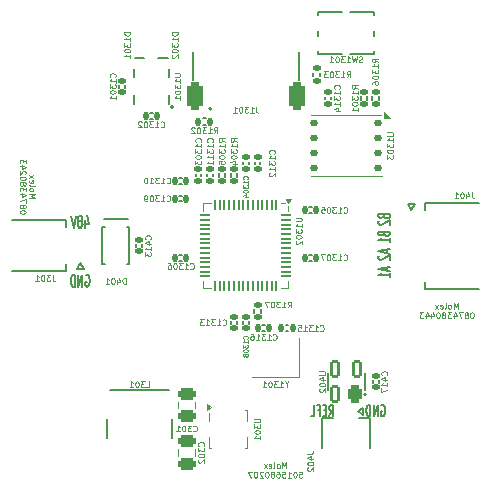
<source format=gbo>
G04 #@! TF.GenerationSoftware,KiCad,Pcbnew,7.0.11*
G04 #@! TF.CreationDate,2024-05-10T14:22:18-04:00*
G04 #@! TF.ProjectId,tmc5160-usb,73746570-7065-4722-9d69-6e7465726661,1.0*
G04 #@! TF.SameCoordinates,Original*
G04 #@! TF.FileFunction,Legend,Bot*
G04 #@! TF.FilePolarity,Positive*
%FSLAX46Y46*%
G04 Gerber Fmt 4.6, Leading zero omitted, Abs format (unit mm)*
G04 Created by KiCad (PCBNEW 7.0.11) date 2024-05-10 14:22:18*
%MOMM*%
%LPD*%
G01*
G04 APERTURE LIST*
G04 Aperture macros list*
%AMRoundRect*
0 Rectangle with rounded corners*
0 $1 Rounding radius*
0 $2 $3 $4 $5 $6 $7 $8 $9 X,Y pos of 4 corners*
0 Add a 4 corners polygon primitive as box body*
4,1,4,$2,$3,$4,$5,$6,$7,$8,$9,$2,$3,0*
0 Add four circle primitives for the rounded corners*
1,1,$1+$1,$2,$3*
1,1,$1+$1,$4,$5*
1,1,$1+$1,$6,$7*
1,1,$1+$1,$8,$9*
0 Add four rect primitives between the rounded corners*
20,1,$1+$1,$2,$3,$4,$5,0*
20,1,$1+$1,$4,$5,$6,$7,0*
20,1,$1+$1,$6,$7,$8,$9,0*
20,1,$1+$1,$8,$9,$2,$3,0*%
G04 Aperture macros list end*
%ADD10C,0.150000*%
%ADD11C,0.125000*%
%ADD12C,0.100000*%
%ADD13C,0.120000*%
%ADD14C,0.200000*%
%ADD15C,0.127000*%
%ADD16C,0.010000*%
%ADD17C,6.400000*%
%ADD18C,4.400000*%
%ADD19C,1.000000*%
%ADD20RoundRect,0.135000X0.185000X-0.135000X0.185000X0.135000X-0.185000X0.135000X-0.185000X-0.135000X0*%
%ADD21RoundRect,0.135000X-0.185000X0.135000X-0.185000X-0.135000X0.185000X-0.135000X0.185000X0.135000X0*%
%ADD22RoundRect,0.140000X0.170000X-0.140000X0.170000X0.140000X-0.170000X0.140000X-0.170000X-0.140000X0*%
%ADD23R,1.300000X1.050000*%
%ADD24RoundRect,0.140000X-0.140000X-0.170000X0.140000X-0.170000X0.140000X0.170000X-0.140000X0.170000X0*%
%ADD25RoundRect,0.250000X-0.475000X0.250000X-0.475000X-0.250000X0.475000X-0.250000X0.475000X0.250000X0*%
%ADD26R,0.700000X0.520000*%
%ADD27R,0.700000X1.050000*%
%ADD28RoundRect,0.140000X0.140000X0.170000X-0.140000X0.170000X-0.140000X-0.170000X0.140000X-0.170000X0*%
%ADD29RoundRect,0.298500X0.298500X-0.453500X0.298500X0.453500X-0.298500X0.453500X-0.298500X-0.453500X0*%
%ADD30RoundRect,0.120600X0.281400X-0.631400X0.281400X0.631400X-0.281400X0.631400X-0.281400X-0.631400X0*%
%ADD31O,1.304000X2.804000*%
%ADD32RoundRect,0.326000X-0.326000X-0.826000X0.326000X-0.826000X0.326000X0.826000X-0.326000X0.826000X0*%
%ADD33C,0.750000*%
%ADD34R,1.200000X1.000000*%
%ADD35RoundRect,0.125000X0.250000X0.125000X-0.250000X0.125000X-0.250000X-0.125000X0.250000X-0.125000X0*%
%ADD36R,3.400000X4.300000*%
%ADD37RoundRect,0.140000X-0.170000X0.140000X-0.170000X-0.140000X0.170000X-0.140000X0.170000X0.140000X0*%
%ADD38R,1.193800X1.092200*%
%ADD39RoundRect,0.250000X0.475000X-0.250000X0.475000X0.250000X-0.475000X0.250000X-0.475000X-0.250000X0*%
%ADD40R,5.207000X1.854200*%
%ADD41RoundRect,0.135000X0.135000X0.185000X-0.135000X0.185000X-0.135000X-0.185000X0.135000X-0.185000X0*%
%ADD42R,0.280000X0.280000*%
%ADD43O,0.280000X0.850000*%
%ADD44C,0.600000*%
%ADD45R,1.050000X0.680000*%
%ADD46R,0.500000X0.260000*%
%ADD47R,0.700000X0.280000*%
%ADD48R,2.400000X1.650000*%
%ADD49RoundRect,0.050000X0.387500X0.050000X-0.387500X0.050000X-0.387500X-0.050000X0.387500X-0.050000X0*%
%ADD50RoundRect,0.050000X0.050000X0.387500X-0.050000X0.387500X-0.050000X-0.387500X0.050000X-0.387500X0*%
%ADD51R,3.200000X3.200000*%
G04 APERTURE END LIST*
D10*
X164081009Y-99107143D02*
X164128628Y-99192857D01*
X164128628Y-99192857D02*
X164176247Y-99221428D01*
X164176247Y-99221428D02*
X164271485Y-99250000D01*
X164271485Y-99250000D02*
X164414342Y-99250000D01*
X164414342Y-99250000D02*
X164509580Y-99221428D01*
X164509580Y-99221428D02*
X164557200Y-99192857D01*
X164557200Y-99192857D02*
X164604819Y-99135714D01*
X164604819Y-99135714D02*
X164604819Y-98907143D01*
X164604819Y-98907143D02*
X163604819Y-98907143D01*
X163604819Y-98907143D02*
X163604819Y-99107143D01*
X163604819Y-99107143D02*
X163652438Y-99164286D01*
X163652438Y-99164286D02*
X163700057Y-99192857D01*
X163700057Y-99192857D02*
X163795295Y-99221428D01*
X163795295Y-99221428D02*
X163890533Y-99221428D01*
X163890533Y-99221428D02*
X163985771Y-99192857D01*
X163985771Y-99192857D02*
X164033390Y-99164286D01*
X164033390Y-99164286D02*
X164081009Y-99107143D01*
X164081009Y-99107143D02*
X164081009Y-98907143D01*
X163700057Y-99478571D02*
X163652438Y-99507143D01*
X163652438Y-99507143D02*
X163604819Y-99564286D01*
X163604819Y-99564286D02*
X163604819Y-99707143D01*
X163604819Y-99707143D02*
X163652438Y-99764286D01*
X163652438Y-99764286D02*
X163700057Y-99792857D01*
X163700057Y-99792857D02*
X163795295Y-99821428D01*
X163795295Y-99821428D02*
X163890533Y-99821428D01*
X163890533Y-99821428D02*
X164033390Y-99792857D01*
X164033390Y-99792857D02*
X164604819Y-99450000D01*
X164604819Y-99450000D02*
X164604819Y-99821428D01*
X164319104Y-103421428D02*
X164319104Y-103707143D01*
X164604819Y-103364285D02*
X163604819Y-103564285D01*
X163604819Y-103564285D02*
X164604819Y-103764285D01*
X164604819Y-104278571D02*
X164604819Y-103935714D01*
X164604819Y-104107143D02*
X163604819Y-104107143D01*
X163604819Y-104107143D02*
X163747676Y-104050000D01*
X163747676Y-104050000D02*
X163842914Y-103992857D01*
X163842914Y-103992857D02*
X163890533Y-103935714D01*
D11*
X134077690Y-97540476D02*
X134577690Y-97540476D01*
X134577690Y-97540476D02*
X134220547Y-97373809D01*
X134220547Y-97373809D02*
X134577690Y-97207143D01*
X134577690Y-97207143D02*
X134077690Y-97207143D01*
X134077690Y-96897618D02*
X134101500Y-96945237D01*
X134101500Y-96945237D02*
X134125309Y-96969047D01*
X134125309Y-96969047D02*
X134172928Y-96992856D01*
X134172928Y-96992856D02*
X134315785Y-96992856D01*
X134315785Y-96992856D02*
X134363404Y-96969047D01*
X134363404Y-96969047D02*
X134387214Y-96945237D01*
X134387214Y-96945237D02*
X134411023Y-96897618D01*
X134411023Y-96897618D02*
X134411023Y-96826190D01*
X134411023Y-96826190D02*
X134387214Y-96778571D01*
X134387214Y-96778571D02*
X134363404Y-96754761D01*
X134363404Y-96754761D02*
X134315785Y-96730952D01*
X134315785Y-96730952D02*
X134172928Y-96730952D01*
X134172928Y-96730952D02*
X134125309Y-96754761D01*
X134125309Y-96754761D02*
X134101500Y-96778571D01*
X134101500Y-96778571D02*
X134077690Y-96826190D01*
X134077690Y-96826190D02*
X134077690Y-96897618D01*
X134077690Y-96445237D02*
X134101500Y-96492856D01*
X134101500Y-96492856D02*
X134149119Y-96516666D01*
X134149119Y-96516666D02*
X134577690Y-96516666D01*
X134101500Y-96064285D02*
X134077690Y-96111904D01*
X134077690Y-96111904D02*
X134077690Y-96207142D01*
X134077690Y-96207142D02*
X134101500Y-96254761D01*
X134101500Y-96254761D02*
X134149119Y-96278570D01*
X134149119Y-96278570D02*
X134339595Y-96278570D01*
X134339595Y-96278570D02*
X134387214Y-96254761D01*
X134387214Y-96254761D02*
X134411023Y-96207142D01*
X134411023Y-96207142D02*
X134411023Y-96111904D01*
X134411023Y-96111904D02*
X134387214Y-96064285D01*
X134387214Y-96064285D02*
X134339595Y-96040475D01*
X134339595Y-96040475D02*
X134291976Y-96040475D01*
X134291976Y-96040475D02*
X134244357Y-96278570D01*
X134077690Y-95873809D02*
X134411023Y-95611904D01*
X134411023Y-95873809D02*
X134077690Y-95611904D01*
X133772690Y-98766664D02*
X133772690Y-98719045D01*
X133772690Y-98719045D02*
X133748880Y-98671426D01*
X133748880Y-98671426D02*
X133725071Y-98647616D01*
X133725071Y-98647616D02*
X133677452Y-98623807D01*
X133677452Y-98623807D02*
X133582214Y-98599997D01*
X133582214Y-98599997D02*
X133463166Y-98599997D01*
X133463166Y-98599997D02*
X133367928Y-98623807D01*
X133367928Y-98623807D02*
X133320309Y-98647616D01*
X133320309Y-98647616D02*
X133296500Y-98671426D01*
X133296500Y-98671426D02*
X133272690Y-98719045D01*
X133272690Y-98719045D02*
X133272690Y-98766664D01*
X133272690Y-98766664D02*
X133296500Y-98814283D01*
X133296500Y-98814283D02*
X133320309Y-98838092D01*
X133320309Y-98838092D02*
X133367928Y-98861902D01*
X133367928Y-98861902D02*
X133463166Y-98885711D01*
X133463166Y-98885711D02*
X133582214Y-98885711D01*
X133582214Y-98885711D02*
X133677452Y-98861902D01*
X133677452Y-98861902D02*
X133725071Y-98838092D01*
X133725071Y-98838092D02*
X133748880Y-98814283D01*
X133748880Y-98814283D02*
X133772690Y-98766664D01*
X133558404Y-98314283D02*
X133582214Y-98361902D01*
X133582214Y-98361902D02*
X133606023Y-98385712D01*
X133606023Y-98385712D02*
X133653642Y-98409521D01*
X133653642Y-98409521D02*
X133677452Y-98409521D01*
X133677452Y-98409521D02*
X133725071Y-98385712D01*
X133725071Y-98385712D02*
X133748880Y-98361902D01*
X133748880Y-98361902D02*
X133772690Y-98314283D01*
X133772690Y-98314283D02*
X133772690Y-98219045D01*
X133772690Y-98219045D02*
X133748880Y-98171426D01*
X133748880Y-98171426D02*
X133725071Y-98147617D01*
X133725071Y-98147617D02*
X133677452Y-98123807D01*
X133677452Y-98123807D02*
X133653642Y-98123807D01*
X133653642Y-98123807D02*
X133606023Y-98147617D01*
X133606023Y-98147617D02*
X133582214Y-98171426D01*
X133582214Y-98171426D02*
X133558404Y-98219045D01*
X133558404Y-98219045D02*
X133558404Y-98314283D01*
X133558404Y-98314283D02*
X133534595Y-98361902D01*
X133534595Y-98361902D02*
X133510785Y-98385712D01*
X133510785Y-98385712D02*
X133463166Y-98409521D01*
X133463166Y-98409521D02*
X133367928Y-98409521D01*
X133367928Y-98409521D02*
X133320309Y-98385712D01*
X133320309Y-98385712D02*
X133296500Y-98361902D01*
X133296500Y-98361902D02*
X133272690Y-98314283D01*
X133272690Y-98314283D02*
X133272690Y-98219045D01*
X133272690Y-98219045D02*
X133296500Y-98171426D01*
X133296500Y-98171426D02*
X133320309Y-98147617D01*
X133320309Y-98147617D02*
X133367928Y-98123807D01*
X133367928Y-98123807D02*
X133463166Y-98123807D01*
X133463166Y-98123807D02*
X133510785Y-98147617D01*
X133510785Y-98147617D02*
X133534595Y-98171426D01*
X133534595Y-98171426D02*
X133558404Y-98219045D01*
X133772690Y-97957141D02*
X133772690Y-97623808D01*
X133772690Y-97623808D02*
X133272690Y-97838093D01*
X133606023Y-97219046D02*
X133272690Y-97219046D01*
X133796500Y-97338094D02*
X133439357Y-97457141D01*
X133439357Y-97457141D02*
X133439357Y-97147618D01*
X133772690Y-97004761D02*
X133772690Y-96695237D01*
X133772690Y-96695237D02*
X133582214Y-96861904D01*
X133582214Y-96861904D02*
X133582214Y-96790475D01*
X133582214Y-96790475D02*
X133558404Y-96742856D01*
X133558404Y-96742856D02*
X133534595Y-96719047D01*
X133534595Y-96719047D02*
X133486976Y-96695237D01*
X133486976Y-96695237D02*
X133367928Y-96695237D01*
X133367928Y-96695237D02*
X133320309Y-96719047D01*
X133320309Y-96719047D02*
X133296500Y-96742856D01*
X133296500Y-96742856D02*
X133272690Y-96790475D01*
X133272690Y-96790475D02*
X133272690Y-96933332D01*
X133272690Y-96933332D02*
X133296500Y-96980951D01*
X133296500Y-96980951D02*
X133320309Y-97004761D01*
X133558404Y-96409523D02*
X133582214Y-96457142D01*
X133582214Y-96457142D02*
X133606023Y-96480952D01*
X133606023Y-96480952D02*
X133653642Y-96504761D01*
X133653642Y-96504761D02*
X133677452Y-96504761D01*
X133677452Y-96504761D02*
X133725071Y-96480952D01*
X133725071Y-96480952D02*
X133748880Y-96457142D01*
X133748880Y-96457142D02*
X133772690Y-96409523D01*
X133772690Y-96409523D02*
X133772690Y-96314285D01*
X133772690Y-96314285D02*
X133748880Y-96266666D01*
X133748880Y-96266666D02*
X133725071Y-96242857D01*
X133725071Y-96242857D02*
X133677452Y-96219047D01*
X133677452Y-96219047D02*
X133653642Y-96219047D01*
X133653642Y-96219047D02*
X133606023Y-96242857D01*
X133606023Y-96242857D02*
X133582214Y-96266666D01*
X133582214Y-96266666D02*
X133558404Y-96314285D01*
X133558404Y-96314285D02*
X133558404Y-96409523D01*
X133558404Y-96409523D02*
X133534595Y-96457142D01*
X133534595Y-96457142D02*
X133510785Y-96480952D01*
X133510785Y-96480952D02*
X133463166Y-96504761D01*
X133463166Y-96504761D02*
X133367928Y-96504761D01*
X133367928Y-96504761D02*
X133320309Y-96480952D01*
X133320309Y-96480952D02*
X133296500Y-96457142D01*
X133296500Y-96457142D02*
X133272690Y-96409523D01*
X133272690Y-96409523D02*
X133272690Y-96314285D01*
X133272690Y-96314285D02*
X133296500Y-96266666D01*
X133296500Y-96266666D02*
X133320309Y-96242857D01*
X133320309Y-96242857D02*
X133367928Y-96219047D01*
X133367928Y-96219047D02*
X133463166Y-96219047D01*
X133463166Y-96219047D02*
X133510785Y-96242857D01*
X133510785Y-96242857D02*
X133534595Y-96266666D01*
X133534595Y-96266666D02*
X133558404Y-96314285D01*
X133772690Y-95909524D02*
X133772690Y-95861905D01*
X133772690Y-95861905D02*
X133748880Y-95814286D01*
X133748880Y-95814286D02*
X133725071Y-95790476D01*
X133725071Y-95790476D02*
X133677452Y-95766667D01*
X133677452Y-95766667D02*
X133582214Y-95742857D01*
X133582214Y-95742857D02*
X133463166Y-95742857D01*
X133463166Y-95742857D02*
X133367928Y-95766667D01*
X133367928Y-95766667D02*
X133320309Y-95790476D01*
X133320309Y-95790476D02*
X133296500Y-95814286D01*
X133296500Y-95814286D02*
X133272690Y-95861905D01*
X133272690Y-95861905D02*
X133272690Y-95909524D01*
X133272690Y-95909524D02*
X133296500Y-95957143D01*
X133296500Y-95957143D02*
X133320309Y-95980952D01*
X133320309Y-95980952D02*
X133367928Y-96004762D01*
X133367928Y-96004762D02*
X133463166Y-96028571D01*
X133463166Y-96028571D02*
X133582214Y-96028571D01*
X133582214Y-96028571D02*
X133677452Y-96004762D01*
X133677452Y-96004762D02*
X133725071Y-95980952D01*
X133725071Y-95980952D02*
X133748880Y-95957143D01*
X133748880Y-95957143D02*
X133772690Y-95909524D01*
X133725071Y-95552381D02*
X133748880Y-95528572D01*
X133748880Y-95528572D02*
X133772690Y-95480953D01*
X133772690Y-95480953D02*
X133772690Y-95361905D01*
X133772690Y-95361905D02*
X133748880Y-95314286D01*
X133748880Y-95314286D02*
X133725071Y-95290477D01*
X133725071Y-95290477D02*
X133677452Y-95266667D01*
X133677452Y-95266667D02*
X133629833Y-95266667D01*
X133629833Y-95266667D02*
X133558404Y-95290477D01*
X133558404Y-95290477D02*
X133272690Y-95576191D01*
X133272690Y-95576191D02*
X133272690Y-95266667D01*
X133606023Y-94838096D02*
X133272690Y-94838096D01*
X133796500Y-94957144D02*
X133439357Y-95076191D01*
X133439357Y-95076191D02*
X133439357Y-94766668D01*
X133772690Y-94623811D02*
X133772690Y-94314287D01*
X133772690Y-94314287D02*
X133582214Y-94480954D01*
X133582214Y-94480954D02*
X133582214Y-94409525D01*
X133582214Y-94409525D02*
X133558404Y-94361906D01*
X133558404Y-94361906D02*
X133534595Y-94338097D01*
X133534595Y-94338097D02*
X133486976Y-94314287D01*
X133486976Y-94314287D02*
X133367928Y-94314287D01*
X133367928Y-94314287D02*
X133320309Y-94338097D01*
X133320309Y-94338097D02*
X133296500Y-94361906D01*
X133296500Y-94361906D02*
X133272690Y-94409525D01*
X133272690Y-94409525D02*
X133272690Y-94552382D01*
X133272690Y-94552382D02*
X133296500Y-94600001D01*
X133296500Y-94600001D02*
X133320309Y-94623811D01*
X170340476Y-106922309D02*
X170340476Y-106422309D01*
X170340476Y-106422309D02*
X170173809Y-106779452D01*
X170173809Y-106779452D02*
X170007143Y-106422309D01*
X170007143Y-106422309D02*
X170007143Y-106922309D01*
X169697618Y-106922309D02*
X169745237Y-106898500D01*
X169745237Y-106898500D02*
X169769047Y-106874690D01*
X169769047Y-106874690D02*
X169792856Y-106827071D01*
X169792856Y-106827071D02*
X169792856Y-106684214D01*
X169792856Y-106684214D02*
X169769047Y-106636595D01*
X169769047Y-106636595D02*
X169745237Y-106612785D01*
X169745237Y-106612785D02*
X169697618Y-106588976D01*
X169697618Y-106588976D02*
X169626190Y-106588976D01*
X169626190Y-106588976D02*
X169578571Y-106612785D01*
X169578571Y-106612785D02*
X169554761Y-106636595D01*
X169554761Y-106636595D02*
X169530952Y-106684214D01*
X169530952Y-106684214D02*
X169530952Y-106827071D01*
X169530952Y-106827071D02*
X169554761Y-106874690D01*
X169554761Y-106874690D02*
X169578571Y-106898500D01*
X169578571Y-106898500D02*
X169626190Y-106922309D01*
X169626190Y-106922309D02*
X169697618Y-106922309D01*
X169245237Y-106922309D02*
X169292856Y-106898500D01*
X169292856Y-106898500D02*
X169316666Y-106850880D01*
X169316666Y-106850880D02*
X169316666Y-106422309D01*
X168864285Y-106898500D02*
X168911904Y-106922309D01*
X168911904Y-106922309D02*
X169007142Y-106922309D01*
X169007142Y-106922309D02*
X169054761Y-106898500D01*
X169054761Y-106898500D02*
X169078570Y-106850880D01*
X169078570Y-106850880D02*
X169078570Y-106660404D01*
X169078570Y-106660404D02*
X169054761Y-106612785D01*
X169054761Y-106612785D02*
X169007142Y-106588976D01*
X169007142Y-106588976D02*
X168911904Y-106588976D01*
X168911904Y-106588976D02*
X168864285Y-106612785D01*
X168864285Y-106612785D02*
X168840475Y-106660404D01*
X168840475Y-106660404D02*
X168840475Y-106708023D01*
X168840475Y-106708023D02*
X169078570Y-106755642D01*
X168673809Y-106922309D02*
X168411904Y-106588976D01*
X168673809Y-106588976D02*
X168411904Y-106922309D01*
X171566664Y-107227309D02*
X171519045Y-107227309D01*
X171519045Y-107227309D02*
X171471426Y-107251119D01*
X171471426Y-107251119D02*
X171447616Y-107274928D01*
X171447616Y-107274928D02*
X171423807Y-107322547D01*
X171423807Y-107322547D02*
X171399997Y-107417785D01*
X171399997Y-107417785D02*
X171399997Y-107536833D01*
X171399997Y-107536833D02*
X171423807Y-107632071D01*
X171423807Y-107632071D02*
X171447616Y-107679690D01*
X171447616Y-107679690D02*
X171471426Y-107703500D01*
X171471426Y-107703500D02*
X171519045Y-107727309D01*
X171519045Y-107727309D02*
X171566664Y-107727309D01*
X171566664Y-107727309D02*
X171614283Y-107703500D01*
X171614283Y-107703500D02*
X171638092Y-107679690D01*
X171638092Y-107679690D02*
X171661902Y-107632071D01*
X171661902Y-107632071D02*
X171685711Y-107536833D01*
X171685711Y-107536833D02*
X171685711Y-107417785D01*
X171685711Y-107417785D02*
X171661902Y-107322547D01*
X171661902Y-107322547D02*
X171638092Y-107274928D01*
X171638092Y-107274928D02*
X171614283Y-107251119D01*
X171614283Y-107251119D02*
X171566664Y-107227309D01*
X171114283Y-107441595D02*
X171161902Y-107417785D01*
X171161902Y-107417785D02*
X171185712Y-107393976D01*
X171185712Y-107393976D02*
X171209521Y-107346357D01*
X171209521Y-107346357D02*
X171209521Y-107322547D01*
X171209521Y-107322547D02*
X171185712Y-107274928D01*
X171185712Y-107274928D02*
X171161902Y-107251119D01*
X171161902Y-107251119D02*
X171114283Y-107227309D01*
X171114283Y-107227309D02*
X171019045Y-107227309D01*
X171019045Y-107227309D02*
X170971426Y-107251119D01*
X170971426Y-107251119D02*
X170947617Y-107274928D01*
X170947617Y-107274928D02*
X170923807Y-107322547D01*
X170923807Y-107322547D02*
X170923807Y-107346357D01*
X170923807Y-107346357D02*
X170947617Y-107393976D01*
X170947617Y-107393976D02*
X170971426Y-107417785D01*
X170971426Y-107417785D02*
X171019045Y-107441595D01*
X171019045Y-107441595D02*
X171114283Y-107441595D01*
X171114283Y-107441595D02*
X171161902Y-107465404D01*
X171161902Y-107465404D02*
X171185712Y-107489214D01*
X171185712Y-107489214D02*
X171209521Y-107536833D01*
X171209521Y-107536833D02*
X171209521Y-107632071D01*
X171209521Y-107632071D02*
X171185712Y-107679690D01*
X171185712Y-107679690D02*
X171161902Y-107703500D01*
X171161902Y-107703500D02*
X171114283Y-107727309D01*
X171114283Y-107727309D02*
X171019045Y-107727309D01*
X171019045Y-107727309D02*
X170971426Y-107703500D01*
X170971426Y-107703500D02*
X170947617Y-107679690D01*
X170947617Y-107679690D02*
X170923807Y-107632071D01*
X170923807Y-107632071D02*
X170923807Y-107536833D01*
X170923807Y-107536833D02*
X170947617Y-107489214D01*
X170947617Y-107489214D02*
X170971426Y-107465404D01*
X170971426Y-107465404D02*
X171019045Y-107441595D01*
X170757141Y-107227309D02*
X170423808Y-107227309D01*
X170423808Y-107227309D02*
X170638093Y-107727309D01*
X170019046Y-107393976D02*
X170019046Y-107727309D01*
X170138094Y-107203500D02*
X170257141Y-107560642D01*
X170257141Y-107560642D02*
X169947618Y-107560642D01*
X169804761Y-107227309D02*
X169495237Y-107227309D01*
X169495237Y-107227309D02*
X169661904Y-107417785D01*
X169661904Y-107417785D02*
X169590475Y-107417785D01*
X169590475Y-107417785D02*
X169542856Y-107441595D01*
X169542856Y-107441595D02*
X169519047Y-107465404D01*
X169519047Y-107465404D02*
X169495237Y-107513023D01*
X169495237Y-107513023D02*
X169495237Y-107632071D01*
X169495237Y-107632071D02*
X169519047Y-107679690D01*
X169519047Y-107679690D02*
X169542856Y-107703500D01*
X169542856Y-107703500D02*
X169590475Y-107727309D01*
X169590475Y-107727309D02*
X169733332Y-107727309D01*
X169733332Y-107727309D02*
X169780951Y-107703500D01*
X169780951Y-107703500D02*
X169804761Y-107679690D01*
X169209523Y-107441595D02*
X169257142Y-107417785D01*
X169257142Y-107417785D02*
X169280952Y-107393976D01*
X169280952Y-107393976D02*
X169304761Y-107346357D01*
X169304761Y-107346357D02*
X169304761Y-107322547D01*
X169304761Y-107322547D02*
X169280952Y-107274928D01*
X169280952Y-107274928D02*
X169257142Y-107251119D01*
X169257142Y-107251119D02*
X169209523Y-107227309D01*
X169209523Y-107227309D02*
X169114285Y-107227309D01*
X169114285Y-107227309D02*
X169066666Y-107251119D01*
X169066666Y-107251119D02*
X169042857Y-107274928D01*
X169042857Y-107274928D02*
X169019047Y-107322547D01*
X169019047Y-107322547D02*
X169019047Y-107346357D01*
X169019047Y-107346357D02*
X169042857Y-107393976D01*
X169042857Y-107393976D02*
X169066666Y-107417785D01*
X169066666Y-107417785D02*
X169114285Y-107441595D01*
X169114285Y-107441595D02*
X169209523Y-107441595D01*
X169209523Y-107441595D02*
X169257142Y-107465404D01*
X169257142Y-107465404D02*
X169280952Y-107489214D01*
X169280952Y-107489214D02*
X169304761Y-107536833D01*
X169304761Y-107536833D02*
X169304761Y-107632071D01*
X169304761Y-107632071D02*
X169280952Y-107679690D01*
X169280952Y-107679690D02*
X169257142Y-107703500D01*
X169257142Y-107703500D02*
X169209523Y-107727309D01*
X169209523Y-107727309D02*
X169114285Y-107727309D01*
X169114285Y-107727309D02*
X169066666Y-107703500D01*
X169066666Y-107703500D02*
X169042857Y-107679690D01*
X169042857Y-107679690D02*
X169019047Y-107632071D01*
X169019047Y-107632071D02*
X169019047Y-107536833D01*
X169019047Y-107536833D02*
X169042857Y-107489214D01*
X169042857Y-107489214D02*
X169066666Y-107465404D01*
X169066666Y-107465404D02*
X169114285Y-107441595D01*
X168709524Y-107227309D02*
X168661905Y-107227309D01*
X168661905Y-107227309D02*
X168614286Y-107251119D01*
X168614286Y-107251119D02*
X168590476Y-107274928D01*
X168590476Y-107274928D02*
X168566667Y-107322547D01*
X168566667Y-107322547D02*
X168542857Y-107417785D01*
X168542857Y-107417785D02*
X168542857Y-107536833D01*
X168542857Y-107536833D02*
X168566667Y-107632071D01*
X168566667Y-107632071D02*
X168590476Y-107679690D01*
X168590476Y-107679690D02*
X168614286Y-107703500D01*
X168614286Y-107703500D02*
X168661905Y-107727309D01*
X168661905Y-107727309D02*
X168709524Y-107727309D01*
X168709524Y-107727309D02*
X168757143Y-107703500D01*
X168757143Y-107703500D02*
X168780952Y-107679690D01*
X168780952Y-107679690D02*
X168804762Y-107632071D01*
X168804762Y-107632071D02*
X168828571Y-107536833D01*
X168828571Y-107536833D02*
X168828571Y-107417785D01*
X168828571Y-107417785D02*
X168804762Y-107322547D01*
X168804762Y-107322547D02*
X168780952Y-107274928D01*
X168780952Y-107274928D02*
X168757143Y-107251119D01*
X168757143Y-107251119D02*
X168709524Y-107227309D01*
X168114286Y-107393976D02*
X168114286Y-107727309D01*
X168233334Y-107203500D02*
X168352381Y-107560642D01*
X168352381Y-107560642D02*
X168042858Y-107560642D01*
X167638096Y-107393976D02*
X167638096Y-107727309D01*
X167757144Y-107203500D02*
X167876191Y-107560642D01*
X167876191Y-107560642D02*
X167566668Y-107560642D01*
X167423811Y-107227309D02*
X167114287Y-107227309D01*
X167114287Y-107227309D02*
X167280954Y-107417785D01*
X167280954Y-107417785D02*
X167209525Y-107417785D01*
X167209525Y-107417785D02*
X167161906Y-107441595D01*
X167161906Y-107441595D02*
X167138097Y-107465404D01*
X167138097Y-107465404D02*
X167114287Y-107513023D01*
X167114287Y-107513023D02*
X167114287Y-107632071D01*
X167114287Y-107632071D02*
X167138097Y-107679690D01*
X167138097Y-107679690D02*
X167161906Y-107703500D01*
X167161906Y-107703500D02*
X167209525Y-107727309D01*
X167209525Y-107727309D02*
X167352382Y-107727309D01*
X167352382Y-107727309D02*
X167400001Y-107703500D01*
X167400001Y-107703500D02*
X167423811Y-107679690D01*
D10*
X164319104Y-101921428D02*
X164319104Y-102207143D01*
X164604819Y-101864285D02*
X163604819Y-102064285D01*
X163604819Y-102064285D02*
X164604819Y-102264285D01*
X163700057Y-102435714D02*
X163652438Y-102464286D01*
X163652438Y-102464286D02*
X163604819Y-102521429D01*
X163604819Y-102521429D02*
X163604819Y-102664286D01*
X163604819Y-102664286D02*
X163652438Y-102721429D01*
X163652438Y-102721429D02*
X163700057Y-102750000D01*
X163700057Y-102750000D02*
X163795295Y-102778571D01*
X163795295Y-102778571D02*
X163890533Y-102778571D01*
X163890533Y-102778571D02*
X164033390Y-102750000D01*
X164033390Y-102750000D02*
X164604819Y-102407143D01*
X164604819Y-102407143D02*
X164604819Y-102778571D01*
X138857142Y-104102438D02*
X138914285Y-104054819D01*
X138914285Y-104054819D02*
X138999999Y-104054819D01*
X138999999Y-104054819D02*
X139085713Y-104102438D01*
X139085713Y-104102438D02*
X139142856Y-104197676D01*
X139142856Y-104197676D02*
X139171427Y-104292914D01*
X139171427Y-104292914D02*
X139199999Y-104483390D01*
X139199999Y-104483390D02*
X139199999Y-104626247D01*
X139199999Y-104626247D02*
X139171427Y-104816723D01*
X139171427Y-104816723D02*
X139142856Y-104911961D01*
X139142856Y-104911961D02*
X139085713Y-105007200D01*
X139085713Y-105007200D02*
X138999999Y-105054819D01*
X138999999Y-105054819D02*
X138942856Y-105054819D01*
X138942856Y-105054819D02*
X138857142Y-105007200D01*
X138857142Y-105007200D02*
X138828570Y-104959580D01*
X138828570Y-104959580D02*
X138828570Y-104626247D01*
X138828570Y-104626247D02*
X138942856Y-104626247D01*
X138571427Y-105054819D02*
X138571427Y-104054819D01*
X138571427Y-104054819D02*
X138228570Y-105054819D01*
X138228570Y-105054819D02*
X138228570Y-104054819D01*
X137942856Y-105054819D02*
X137942856Y-104054819D01*
X137942856Y-104054819D02*
X137799999Y-104054819D01*
X137799999Y-104054819D02*
X137714285Y-104102438D01*
X137714285Y-104102438D02*
X137657142Y-104197676D01*
X137657142Y-104197676D02*
X137628571Y-104292914D01*
X137628571Y-104292914D02*
X137599999Y-104483390D01*
X137599999Y-104483390D02*
X137599999Y-104626247D01*
X137599999Y-104626247D02*
X137628571Y-104816723D01*
X137628571Y-104816723D02*
X137657142Y-104911961D01*
X137657142Y-104911961D02*
X137714285Y-105007200D01*
X137714285Y-105007200D02*
X137799999Y-105054819D01*
X137799999Y-105054819D02*
X137942856Y-105054819D01*
X138828572Y-99388152D02*
X138828572Y-100054819D01*
X138971429Y-99007200D02*
X139114286Y-99721485D01*
X139114286Y-99721485D02*
X138742857Y-99721485D01*
X138428571Y-99483390D02*
X138485714Y-99435771D01*
X138485714Y-99435771D02*
X138514285Y-99388152D01*
X138514285Y-99388152D02*
X138542857Y-99292914D01*
X138542857Y-99292914D02*
X138542857Y-99245295D01*
X138542857Y-99245295D02*
X138514285Y-99150057D01*
X138514285Y-99150057D02*
X138485714Y-99102438D01*
X138485714Y-99102438D02*
X138428571Y-99054819D01*
X138428571Y-99054819D02*
X138314285Y-99054819D01*
X138314285Y-99054819D02*
X138257143Y-99102438D01*
X138257143Y-99102438D02*
X138228571Y-99150057D01*
X138228571Y-99150057D02*
X138200000Y-99245295D01*
X138200000Y-99245295D02*
X138200000Y-99292914D01*
X138200000Y-99292914D02*
X138228571Y-99388152D01*
X138228571Y-99388152D02*
X138257143Y-99435771D01*
X138257143Y-99435771D02*
X138314285Y-99483390D01*
X138314285Y-99483390D02*
X138428571Y-99483390D01*
X138428571Y-99483390D02*
X138485714Y-99531009D01*
X138485714Y-99531009D02*
X138514285Y-99578628D01*
X138514285Y-99578628D02*
X138542857Y-99673866D01*
X138542857Y-99673866D02*
X138542857Y-99864342D01*
X138542857Y-99864342D02*
X138514285Y-99959580D01*
X138514285Y-99959580D02*
X138485714Y-100007200D01*
X138485714Y-100007200D02*
X138428571Y-100054819D01*
X138428571Y-100054819D02*
X138314285Y-100054819D01*
X138314285Y-100054819D02*
X138257143Y-100007200D01*
X138257143Y-100007200D02*
X138228571Y-99959580D01*
X138228571Y-99959580D02*
X138200000Y-99864342D01*
X138200000Y-99864342D02*
X138200000Y-99673866D01*
X138200000Y-99673866D02*
X138228571Y-99578628D01*
X138228571Y-99578628D02*
X138257143Y-99531009D01*
X138257143Y-99531009D02*
X138314285Y-99483390D01*
X138028571Y-99054819D02*
X137828571Y-100054819D01*
X137828571Y-100054819D02*
X137628571Y-99054819D01*
X159485713Y-116054819D02*
X159685713Y-115578628D01*
X159828570Y-116054819D02*
X159828570Y-115054819D01*
X159828570Y-115054819D02*
X159599999Y-115054819D01*
X159599999Y-115054819D02*
X159542856Y-115102438D01*
X159542856Y-115102438D02*
X159514285Y-115150057D01*
X159514285Y-115150057D02*
X159485713Y-115245295D01*
X159485713Y-115245295D02*
X159485713Y-115388152D01*
X159485713Y-115388152D02*
X159514285Y-115483390D01*
X159514285Y-115483390D02*
X159542856Y-115531009D01*
X159542856Y-115531009D02*
X159599999Y-115578628D01*
X159599999Y-115578628D02*
X159828570Y-115578628D01*
X159228570Y-115531009D02*
X159028570Y-115531009D01*
X158942856Y-116054819D02*
X159228570Y-116054819D01*
X159228570Y-116054819D02*
X159228570Y-115054819D01*
X159228570Y-115054819D02*
X158942856Y-115054819D01*
X158485713Y-115531009D02*
X158685713Y-115531009D01*
X158685713Y-116054819D02*
X158685713Y-115054819D01*
X158685713Y-115054819D02*
X158399999Y-115054819D01*
X157885713Y-116054819D02*
X158171427Y-116054819D01*
X158171427Y-116054819D02*
X158171427Y-115054819D01*
X163857142Y-115102438D02*
X163914285Y-115054819D01*
X163914285Y-115054819D02*
X163999999Y-115054819D01*
X163999999Y-115054819D02*
X164085713Y-115102438D01*
X164085713Y-115102438D02*
X164142856Y-115197676D01*
X164142856Y-115197676D02*
X164171427Y-115292914D01*
X164171427Y-115292914D02*
X164199999Y-115483390D01*
X164199999Y-115483390D02*
X164199999Y-115626247D01*
X164199999Y-115626247D02*
X164171427Y-115816723D01*
X164171427Y-115816723D02*
X164142856Y-115911961D01*
X164142856Y-115911961D02*
X164085713Y-116007200D01*
X164085713Y-116007200D02*
X163999999Y-116054819D01*
X163999999Y-116054819D02*
X163942856Y-116054819D01*
X163942856Y-116054819D02*
X163857142Y-116007200D01*
X163857142Y-116007200D02*
X163828570Y-115959580D01*
X163828570Y-115959580D02*
X163828570Y-115626247D01*
X163828570Y-115626247D02*
X163942856Y-115626247D01*
X163571427Y-116054819D02*
X163571427Y-115054819D01*
X163571427Y-115054819D02*
X163228570Y-116054819D01*
X163228570Y-116054819D02*
X163228570Y-115054819D01*
X162942856Y-116054819D02*
X162942856Y-115054819D01*
X162942856Y-115054819D02*
X162799999Y-115054819D01*
X162799999Y-115054819D02*
X162714285Y-115102438D01*
X162714285Y-115102438D02*
X162657142Y-115197676D01*
X162657142Y-115197676D02*
X162628571Y-115292914D01*
X162628571Y-115292914D02*
X162599999Y-115483390D01*
X162599999Y-115483390D02*
X162599999Y-115626247D01*
X162599999Y-115626247D02*
X162628571Y-115816723D01*
X162628571Y-115816723D02*
X162657142Y-115911961D01*
X162657142Y-115911961D02*
X162714285Y-116007200D01*
X162714285Y-116007200D02*
X162799999Y-116054819D01*
X162799999Y-116054819D02*
X162942856Y-116054819D01*
X164081009Y-100607143D02*
X164128628Y-100692857D01*
X164128628Y-100692857D02*
X164176247Y-100721428D01*
X164176247Y-100721428D02*
X164271485Y-100750000D01*
X164271485Y-100750000D02*
X164414342Y-100750000D01*
X164414342Y-100750000D02*
X164509580Y-100721428D01*
X164509580Y-100721428D02*
X164557200Y-100692857D01*
X164557200Y-100692857D02*
X164604819Y-100635714D01*
X164604819Y-100635714D02*
X164604819Y-100407143D01*
X164604819Y-100407143D02*
X163604819Y-100407143D01*
X163604819Y-100407143D02*
X163604819Y-100607143D01*
X163604819Y-100607143D02*
X163652438Y-100664286D01*
X163652438Y-100664286D02*
X163700057Y-100692857D01*
X163700057Y-100692857D02*
X163795295Y-100721428D01*
X163795295Y-100721428D02*
X163890533Y-100721428D01*
X163890533Y-100721428D02*
X163985771Y-100692857D01*
X163985771Y-100692857D02*
X164033390Y-100664286D01*
X164033390Y-100664286D02*
X164081009Y-100607143D01*
X164081009Y-100607143D02*
X164081009Y-100407143D01*
X164604819Y-101321428D02*
X164604819Y-100978571D01*
X164604819Y-101150000D02*
X163604819Y-101150000D01*
X163604819Y-101150000D02*
X163747676Y-101092857D01*
X163747676Y-101092857D02*
X163842914Y-101035714D01*
X163842914Y-101035714D02*
X163890533Y-100978571D01*
D11*
X155840476Y-120422309D02*
X155840476Y-119922309D01*
X155840476Y-119922309D02*
X155673809Y-120279452D01*
X155673809Y-120279452D02*
X155507143Y-119922309D01*
X155507143Y-119922309D02*
X155507143Y-120422309D01*
X155197618Y-120422309D02*
X155245237Y-120398500D01*
X155245237Y-120398500D02*
X155269047Y-120374690D01*
X155269047Y-120374690D02*
X155292856Y-120327071D01*
X155292856Y-120327071D02*
X155292856Y-120184214D01*
X155292856Y-120184214D02*
X155269047Y-120136595D01*
X155269047Y-120136595D02*
X155245237Y-120112785D01*
X155245237Y-120112785D02*
X155197618Y-120088976D01*
X155197618Y-120088976D02*
X155126190Y-120088976D01*
X155126190Y-120088976D02*
X155078571Y-120112785D01*
X155078571Y-120112785D02*
X155054761Y-120136595D01*
X155054761Y-120136595D02*
X155030952Y-120184214D01*
X155030952Y-120184214D02*
X155030952Y-120327071D01*
X155030952Y-120327071D02*
X155054761Y-120374690D01*
X155054761Y-120374690D02*
X155078571Y-120398500D01*
X155078571Y-120398500D02*
X155126190Y-120422309D01*
X155126190Y-120422309D02*
X155197618Y-120422309D01*
X154745237Y-120422309D02*
X154792856Y-120398500D01*
X154792856Y-120398500D02*
X154816666Y-120350880D01*
X154816666Y-120350880D02*
X154816666Y-119922309D01*
X154364285Y-120398500D02*
X154411904Y-120422309D01*
X154411904Y-120422309D02*
X154507142Y-120422309D01*
X154507142Y-120422309D02*
X154554761Y-120398500D01*
X154554761Y-120398500D02*
X154578570Y-120350880D01*
X154578570Y-120350880D02*
X154578570Y-120160404D01*
X154578570Y-120160404D02*
X154554761Y-120112785D01*
X154554761Y-120112785D02*
X154507142Y-120088976D01*
X154507142Y-120088976D02*
X154411904Y-120088976D01*
X154411904Y-120088976D02*
X154364285Y-120112785D01*
X154364285Y-120112785D02*
X154340475Y-120160404D01*
X154340475Y-120160404D02*
X154340475Y-120208023D01*
X154340475Y-120208023D02*
X154578570Y-120255642D01*
X154173809Y-120422309D02*
X153911904Y-120088976D01*
X154173809Y-120088976D02*
X153911904Y-120422309D01*
X156923807Y-120727309D02*
X157161902Y-120727309D01*
X157161902Y-120727309D02*
X157185711Y-120965404D01*
X157185711Y-120965404D02*
X157161902Y-120941595D01*
X157161902Y-120941595D02*
X157114283Y-120917785D01*
X157114283Y-120917785D02*
X156995235Y-120917785D01*
X156995235Y-120917785D02*
X156947616Y-120941595D01*
X156947616Y-120941595D02*
X156923807Y-120965404D01*
X156923807Y-120965404D02*
X156899997Y-121013023D01*
X156899997Y-121013023D02*
X156899997Y-121132071D01*
X156899997Y-121132071D02*
X156923807Y-121179690D01*
X156923807Y-121179690D02*
X156947616Y-121203500D01*
X156947616Y-121203500D02*
X156995235Y-121227309D01*
X156995235Y-121227309D02*
X157114283Y-121227309D01*
X157114283Y-121227309D02*
X157161902Y-121203500D01*
X157161902Y-121203500D02*
X157185711Y-121179690D01*
X156590474Y-120727309D02*
X156542855Y-120727309D01*
X156542855Y-120727309D02*
X156495236Y-120751119D01*
X156495236Y-120751119D02*
X156471426Y-120774928D01*
X156471426Y-120774928D02*
X156447617Y-120822547D01*
X156447617Y-120822547D02*
X156423807Y-120917785D01*
X156423807Y-120917785D02*
X156423807Y-121036833D01*
X156423807Y-121036833D02*
X156447617Y-121132071D01*
X156447617Y-121132071D02*
X156471426Y-121179690D01*
X156471426Y-121179690D02*
X156495236Y-121203500D01*
X156495236Y-121203500D02*
X156542855Y-121227309D01*
X156542855Y-121227309D02*
X156590474Y-121227309D01*
X156590474Y-121227309D02*
X156638093Y-121203500D01*
X156638093Y-121203500D02*
X156661902Y-121179690D01*
X156661902Y-121179690D02*
X156685712Y-121132071D01*
X156685712Y-121132071D02*
X156709521Y-121036833D01*
X156709521Y-121036833D02*
X156709521Y-120917785D01*
X156709521Y-120917785D02*
X156685712Y-120822547D01*
X156685712Y-120822547D02*
X156661902Y-120774928D01*
X156661902Y-120774928D02*
X156638093Y-120751119D01*
X156638093Y-120751119D02*
X156590474Y-120727309D01*
X155947617Y-121227309D02*
X156233331Y-121227309D01*
X156090474Y-121227309D02*
X156090474Y-120727309D01*
X156090474Y-120727309D02*
X156138093Y-120798738D01*
X156138093Y-120798738D02*
X156185712Y-120846357D01*
X156185712Y-120846357D02*
X156233331Y-120870166D01*
X155495237Y-120727309D02*
X155733332Y-120727309D01*
X155733332Y-120727309D02*
X155757141Y-120965404D01*
X155757141Y-120965404D02*
X155733332Y-120941595D01*
X155733332Y-120941595D02*
X155685713Y-120917785D01*
X155685713Y-120917785D02*
X155566665Y-120917785D01*
X155566665Y-120917785D02*
X155519046Y-120941595D01*
X155519046Y-120941595D02*
X155495237Y-120965404D01*
X155495237Y-120965404D02*
X155471427Y-121013023D01*
X155471427Y-121013023D02*
X155471427Y-121132071D01*
X155471427Y-121132071D02*
X155495237Y-121179690D01*
X155495237Y-121179690D02*
X155519046Y-121203500D01*
X155519046Y-121203500D02*
X155566665Y-121227309D01*
X155566665Y-121227309D02*
X155685713Y-121227309D01*
X155685713Y-121227309D02*
X155733332Y-121203500D01*
X155733332Y-121203500D02*
X155757141Y-121179690D01*
X155042856Y-120727309D02*
X155138094Y-120727309D01*
X155138094Y-120727309D02*
X155185713Y-120751119D01*
X155185713Y-120751119D02*
X155209523Y-120774928D01*
X155209523Y-120774928D02*
X155257142Y-120846357D01*
X155257142Y-120846357D02*
X155280951Y-120941595D01*
X155280951Y-120941595D02*
X155280951Y-121132071D01*
X155280951Y-121132071D02*
X155257142Y-121179690D01*
X155257142Y-121179690D02*
X155233332Y-121203500D01*
X155233332Y-121203500D02*
X155185713Y-121227309D01*
X155185713Y-121227309D02*
X155090475Y-121227309D01*
X155090475Y-121227309D02*
X155042856Y-121203500D01*
X155042856Y-121203500D02*
X155019047Y-121179690D01*
X155019047Y-121179690D02*
X154995237Y-121132071D01*
X154995237Y-121132071D02*
X154995237Y-121013023D01*
X154995237Y-121013023D02*
X155019047Y-120965404D01*
X155019047Y-120965404D02*
X155042856Y-120941595D01*
X155042856Y-120941595D02*
X155090475Y-120917785D01*
X155090475Y-120917785D02*
X155185713Y-120917785D01*
X155185713Y-120917785D02*
X155233332Y-120941595D01*
X155233332Y-120941595D02*
X155257142Y-120965404D01*
X155257142Y-120965404D02*
X155280951Y-121013023D01*
X154709523Y-120941595D02*
X154757142Y-120917785D01*
X154757142Y-120917785D02*
X154780952Y-120893976D01*
X154780952Y-120893976D02*
X154804761Y-120846357D01*
X154804761Y-120846357D02*
X154804761Y-120822547D01*
X154804761Y-120822547D02*
X154780952Y-120774928D01*
X154780952Y-120774928D02*
X154757142Y-120751119D01*
X154757142Y-120751119D02*
X154709523Y-120727309D01*
X154709523Y-120727309D02*
X154614285Y-120727309D01*
X154614285Y-120727309D02*
X154566666Y-120751119D01*
X154566666Y-120751119D02*
X154542857Y-120774928D01*
X154542857Y-120774928D02*
X154519047Y-120822547D01*
X154519047Y-120822547D02*
X154519047Y-120846357D01*
X154519047Y-120846357D02*
X154542857Y-120893976D01*
X154542857Y-120893976D02*
X154566666Y-120917785D01*
X154566666Y-120917785D02*
X154614285Y-120941595D01*
X154614285Y-120941595D02*
X154709523Y-120941595D01*
X154709523Y-120941595D02*
X154757142Y-120965404D01*
X154757142Y-120965404D02*
X154780952Y-120989214D01*
X154780952Y-120989214D02*
X154804761Y-121036833D01*
X154804761Y-121036833D02*
X154804761Y-121132071D01*
X154804761Y-121132071D02*
X154780952Y-121179690D01*
X154780952Y-121179690D02*
X154757142Y-121203500D01*
X154757142Y-121203500D02*
X154709523Y-121227309D01*
X154709523Y-121227309D02*
X154614285Y-121227309D01*
X154614285Y-121227309D02*
X154566666Y-121203500D01*
X154566666Y-121203500D02*
X154542857Y-121179690D01*
X154542857Y-121179690D02*
X154519047Y-121132071D01*
X154519047Y-121132071D02*
X154519047Y-121036833D01*
X154519047Y-121036833D02*
X154542857Y-120989214D01*
X154542857Y-120989214D02*
X154566666Y-120965404D01*
X154566666Y-120965404D02*
X154614285Y-120941595D01*
X154209524Y-120727309D02*
X154161905Y-120727309D01*
X154161905Y-120727309D02*
X154114286Y-120751119D01*
X154114286Y-120751119D02*
X154090476Y-120774928D01*
X154090476Y-120774928D02*
X154066667Y-120822547D01*
X154066667Y-120822547D02*
X154042857Y-120917785D01*
X154042857Y-120917785D02*
X154042857Y-121036833D01*
X154042857Y-121036833D02*
X154066667Y-121132071D01*
X154066667Y-121132071D02*
X154090476Y-121179690D01*
X154090476Y-121179690D02*
X154114286Y-121203500D01*
X154114286Y-121203500D02*
X154161905Y-121227309D01*
X154161905Y-121227309D02*
X154209524Y-121227309D01*
X154209524Y-121227309D02*
X154257143Y-121203500D01*
X154257143Y-121203500D02*
X154280952Y-121179690D01*
X154280952Y-121179690D02*
X154304762Y-121132071D01*
X154304762Y-121132071D02*
X154328571Y-121036833D01*
X154328571Y-121036833D02*
X154328571Y-120917785D01*
X154328571Y-120917785D02*
X154304762Y-120822547D01*
X154304762Y-120822547D02*
X154280952Y-120774928D01*
X154280952Y-120774928D02*
X154257143Y-120751119D01*
X154257143Y-120751119D02*
X154209524Y-120727309D01*
X153852381Y-120774928D02*
X153828572Y-120751119D01*
X153828572Y-120751119D02*
X153780953Y-120727309D01*
X153780953Y-120727309D02*
X153661905Y-120727309D01*
X153661905Y-120727309D02*
X153614286Y-120751119D01*
X153614286Y-120751119D02*
X153590477Y-120774928D01*
X153590477Y-120774928D02*
X153566667Y-120822547D01*
X153566667Y-120822547D02*
X153566667Y-120870166D01*
X153566667Y-120870166D02*
X153590477Y-120941595D01*
X153590477Y-120941595D02*
X153876191Y-121227309D01*
X153876191Y-121227309D02*
X153566667Y-121227309D01*
X153257144Y-120727309D02*
X153209525Y-120727309D01*
X153209525Y-120727309D02*
X153161906Y-120751119D01*
X153161906Y-120751119D02*
X153138096Y-120774928D01*
X153138096Y-120774928D02*
X153114287Y-120822547D01*
X153114287Y-120822547D02*
X153090477Y-120917785D01*
X153090477Y-120917785D02*
X153090477Y-121036833D01*
X153090477Y-121036833D02*
X153114287Y-121132071D01*
X153114287Y-121132071D02*
X153138096Y-121179690D01*
X153138096Y-121179690D02*
X153161906Y-121203500D01*
X153161906Y-121203500D02*
X153209525Y-121227309D01*
X153209525Y-121227309D02*
X153257144Y-121227309D01*
X153257144Y-121227309D02*
X153304763Y-121203500D01*
X153304763Y-121203500D02*
X153328572Y-121179690D01*
X153328572Y-121179690D02*
X153352382Y-121132071D01*
X153352382Y-121132071D02*
X153376191Y-121036833D01*
X153376191Y-121036833D02*
X153376191Y-120917785D01*
X153376191Y-120917785D02*
X153352382Y-120822547D01*
X153352382Y-120822547D02*
X153328572Y-120774928D01*
X153328572Y-120774928D02*
X153304763Y-120751119D01*
X153304763Y-120751119D02*
X153257144Y-120727309D01*
X152923811Y-120727309D02*
X152590478Y-120727309D01*
X152590478Y-120727309D02*
X152804763Y-121227309D01*
X163624809Y-86052381D02*
X163386714Y-85885715D01*
X163624809Y-85766667D02*
X163124809Y-85766667D01*
X163124809Y-85766667D02*
X163124809Y-85957143D01*
X163124809Y-85957143D02*
X163148619Y-86004762D01*
X163148619Y-86004762D02*
X163172428Y-86028572D01*
X163172428Y-86028572D02*
X163220047Y-86052381D01*
X163220047Y-86052381D02*
X163291476Y-86052381D01*
X163291476Y-86052381D02*
X163339095Y-86028572D01*
X163339095Y-86028572D02*
X163362904Y-86004762D01*
X163362904Y-86004762D02*
X163386714Y-85957143D01*
X163386714Y-85957143D02*
X163386714Y-85766667D01*
X163624809Y-86528572D02*
X163624809Y-86242858D01*
X163624809Y-86385715D02*
X163124809Y-86385715D01*
X163124809Y-86385715D02*
X163196238Y-86338096D01*
X163196238Y-86338096D02*
X163243857Y-86290477D01*
X163243857Y-86290477D02*
X163267666Y-86242858D01*
X163124809Y-86695238D02*
X163124809Y-87004762D01*
X163124809Y-87004762D02*
X163315285Y-86838095D01*
X163315285Y-86838095D02*
X163315285Y-86909524D01*
X163315285Y-86909524D02*
X163339095Y-86957143D01*
X163339095Y-86957143D02*
X163362904Y-86980952D01*
X163362904Y-86980952D02*
X163410523Y-87004762D01*
X163410523Y-87004762D02*
X163529571Y-87004762D01*
X163529571Y-87004762D02*
X163577190Y-86980952D01*
X163577190Y-86980952D02*
X163601000Y-86957143D01*
X163601000Y-86957143D02*
X163624809Y-86909524D01*
X163624809Y-86909524D02*
X163624809Y-86766667D01*
X163624809Y-86766667D02*
X163601000Y-86719048D01*
X163601000Y-86719048D02*
X163577190Y-86695238D01*
X163124809Y-87314285D02*
X163124809Y-87361904D01*
X163124809Y-87361904D02*
X163148619Y-87409523D01*
X163148619Y-87409523D02*
X163172428Y-87433333D01*
X163172428Y-87433333D02*
X163220047Y-87457142D01*
X163220047Y-87457142D02*
X163315285Y-87480952D01*
X163315285Y-87480952D02*
X163434333Y-87480952D01*
X163434333Y-87480952D02*
X163529571Y-87457142D01*
X163529571Y-87457142D02*
X163577190Y-87433333D01*
X163577190Y-87433333D02*
X163601000Y-87409523D01*
X163601000Y-87409523D02*
X163624809Y-87361904D01*
X163624809Y-87361904D02*
X163624809Y-87314285D01*
X163624809Y-87314285D02*
X163601000Y-87266666D01*
X163601000Y-87266666D02*
X163577190Y-87242857D01*
X163577190Y-87242857D02*
X163529571Y-87219047D01*
X163529571Y-87219047D02*
X163434333Y-87195238D01*
X163434333Y-87195238D02*
X163315285Y-87195238D01*
X163315285Y-87195238D02*
X163220047Y-87219047D01*
X163220047Y-87219047D02*
X163172428Y-87242857D01*
X163172428Y-87242857D02*
X163148619Y-87266666D01*
X163148619Y-87266666D02*
X163124809Y-87314285D01*
X163124809Y-87909523D02*
X163124809Y-87814285D01*
X163124809Y-87814285D02*
X163148619Y-87766666D01*
X163148619Y-87766666D02*
X163172428Y-87742856D01*
X163172428Y-87742856D02*
X163243857Y-87695237D01*
X163243857Y-87695237D02*
X163339095Y-87671428D01*
X163339095Y-87671428D02*
X163529571Y-87671428D01*
X163529571Y-87671428D02*
X163577190Y-87695237D01*
X163577190Y-87695237D02*
X163601000Y-87719047D01*
X163601000Y-87719047D02*
X163624809Y-87766666D01*
X163624809Y-87766666D02*
X163624809Y-87861904D01*
X163624809Y-87861904D02*
X163601000Y-87909523D01*
X163601000Y-87909523D02*
X163577190Y-87933332D01*
X163577190Y-87933332D02*
X163529571Y-87957142D01*
X163529571Y-87957142D02*
X163410523Y-87957142D01*
X163410523Y-87957142D02*
X163362904Y-87933332D01*
X163362904Y-87933332D02*
X163339095Y-87909523D01*
X163339095Y-87909523D02*
X163315285Y-87861904D01*
X163315285Y-87861904D02*
X163315285Y-87766666D01*
X163315285Y-87766666D02*
X163339095Y-87719047D01*
X163339095Y-87719047D02*
X163362904Y-87695237D01*
X163362904Y-87695237D02*
X163410523Y-87671428D01*
X151624809Y-92802381D02*
X151386714Y-92635715D01*
X151624809Y-92516667D02*
X151124809Y-92516667D01*
X151124809Y-92516667D02*
X151124809Y-92707143D01*
X151124809Y-92707143D02*
X151148619Y-92754762D01*
X151148619Y-92754762D02*
X151172428Y-92778572D01*
X151172428Y-92778572D02*
X151220047Y-92802381D01*
X151220047Y-92802381D02*
X151291476Y-92802381D01*
X151291476Y-92802381D02*
X151339095Y-92778572D01*
X151339095Y-92778572D02*
X151362904Y-92754762D01*
X151362904Y-92754762D02*
X151386714Y-92707143D01*
X151386714Y-92707143D02*
X151386714Y-92516667D01*
X151624809Y-93278572D02*
X151624809Y-92992858D01*
X151624809Y-93135715D02*
X151124809Y-93135715D01*
X151124809Y-93135715D02*
X151196238Y-93088096D01*
X151196238Y-93088096D02*
X151243857Y-93040477D01*
X151243857Y-93040477D02*
X151267666Y-92992858D01*
X151124809Y-93445238D02*
X151124809Y-93754762D01*
X151124809Y-93754762D02*
X151315285Y-93588095D01*
X151315285Y-93588095D02*
X151315285Y-93659524D01*
X151315285Y-93659524D02*
X151339095Y-93707143D01*
X151339095Y-93707143D02*
X151362904Y-93730952D01*
X151362904Y-93730952D02*
X151410523Y-93754762D01*
X151410523Y-93754762D02*
X151529571Y-93754762D01*
X151529571Y-93754762D02*
X151577190Y-93730952D01*
X151577190Y-93730952D02*
X151601000Y-93707143D01*
X151601000Y-93707143D02*
X151624809Y-93659524D01*
X151624809Y-93659524D02*
X151624809Y-93516667D01*
X151624809Y-93516667D02*
X151601000Y-93469048D01*
X151601000Y-93469048D02*
X151577190Y-93445238D01*
X151124809Y-94064285D02*
X151124809Y-94111904D01*
X151124809Y-94111904D02*
X151148619Y-94159523D01*
X151148619Y-94159523D02*
X151172428Y-94183333D01*
X151172428Y-94183333D02*
X151220047Y-94207142D01*
X151220047Y-94207142D02*
X151315285Y-94230952D01*
X151315285Y-94230952D02*
X151434333Y-94230952D01*
X151434333Y-94230952D02*
X151529571Y-94207142D01*
X151529571Y-94207142D02*
X151577190Y-94183333D01*
X151577190Y-94183333D02*
X151601000Y-94159523D01*
X151601000Y-94159523D02*
X151624809Y-94111904D01*
X151624809Y-94111904D02*
X151624809Y-94064285D01*
X151624809Y-94064285D02*
X151601000Y-94016666D01*
X151601000Y-94016666D02*
X151577190Y-93992857D01*
X151577190Y-93992857D02*
X151529571Y-93969047D01*
X151529571Y-93969047D02*
X151434333Y-93945238D01*
X151434333Y-93945238D02*
X151315285Y-93945238D01*
X151315285Y-93945238D02*
X151220047Y-93969047D01*
X151220047Y-93969047D02*
X151172428Y-93992857D01*
X151172428Y-93992857D02*
X151148619Y-94016666D01*
X151148619Y-94016666D02*
X151124809Y-94064285D01*
X151291476Y-94659523D02*
X151624809Y-94659523D01*
X151101000Y-94540475D02*
X151458142Y-94421428D01*
X151458142Y-94421428D02*
X151458142Y-94730951D01*
X154827190Y-93802381D02*
X154851000Y-93778572D01*
X154851000Y-93778572D02*
X154874809Y-93707143D01*
X154874809Y-93707143D02*
X154874809Y-93659524D01*
X154874809Y-93659524D02*
X154851000Y-93588096D01*
X154851000Y-93588096D02*
X154803380Y-93540477D01*
X154803380Y-93540477D02*
X154755761Y-93516667D01*
X154755761Y-93516667D02*
X154660523Y-93492858D01*
X154660523Y-93492858D02*
X154589095Y-93492858D01*
X154589095Y-93492858D02*
X154493857Y-93516667D01*
X154493857Y-93516667D02*
X154446238Y-93540477D01*
X154446238Y-93540477D02*
X154398619Y-93588096D01*
X154398619Y-93588096D02*
X154374809Y-93659524D01*
X154374809Y-93659524D02*
X154374809Y-93707143D01*
X154374809Y-93707143D02*
X154398619Y-93778572D01*
X154398619Y-93778572D02*
X154422428Y-93802381D01*
X154874809Y-94278572D02*
X154874809Y-93992858D01*
X154874809Y-94135715D02*
X154374809Y-94135715D01*
X154374809Y-94135715D02*
X154446238Y-94088096D01*
X154446238Y-94088096D02*
X154493857Y-94040477D01*
X154493857Y-94040477D02*
X154517666Y-93992858D01*
X154374809Y-94445238D02*
X154374809Y-94754762D01*
X154374809Y-94754762D02*
X154565285Y-94588095D01*
X154565285Y-94588095D02*
X154565285Y-94659524D01*
X154565285Y-94659524D02*
X154589095Y-94707143D01*
X154589095Y-94707143D02*
X154612904Y-94730952D01*
X154612904Y-94730952D02*
X154660523Y-94754762D01*
X154660523Y-94754762D02*
X154779571Y-94754762D01*
X154779571Y-94754762D02*
X154827190Y-94730952D01*
X154827190Y-94730952D02*
X154851000Y-94707143D01*
X154851000Y-94707143D02*
X154874809Y-94659524D01*
X154874809Y-94659524D02*
X154874809Y-94516667D01*
X154874809Y-94516667D02*
X154851000Y-94469048D01*
X154851000Y-94469048D02*
X154827190Y-94445238D01*
X154874809Y-95230952D02*
X154874809Y-94945238D01*
X154874809Y-95088095D02*
X154374809Y-95088095D01*
X154374809Y-95088095D02*
X154446238Y-95040476D01*
X154446238Y-95040476D02*
X154493857Y-94992857D01*
X154493857Y-94992857D02*
X154517666Y-94945238D01*
X154422428Y-95421428D02*
X154398619Y-95445237D01*
X154398619Y-95445237D02*
X154374809Y-95492856D01*
X154374809Y-95492856D02*
X154374809Y-95611904D01*
X154374809Y-95611904D02*
X154398619Y-95659523D01*
X154398619Y-95659523D02*
X154422428Y-95683332D01*
X154422428Y-95683332D02*
X154470047Y-95707142D01*
X154470047Y-95707142D02*
X154517666Y-95707142D01*
X154517666Y-95707142D02*
X154589095Y-95683332D01*
X154589095Y-95683332D02*
X154874809Y-95397618D01*
X154874809Y-95397618D02*
X154874809Y-95707142D01*
X155852379Y-113336714D02*
X155852379Y-113574809D01*
X156019045Y-113074809D02*
X155852379Y-113336714D01*
X155852379Y-113336714D02*
X155685712Y-113074809D01*
X155257141Y-113574809D02*
X155542855Y-113574809D01*
X155399998Y-113574809D02*
X155399998Y-113074809D01*
X155399998Y-113074809D02*
X155447617Y-113146238D01*
X155447617Y-113146238D02*
X155495236Y-113193857D01*
X155495236Y-113193857D02*
X155542855Y-113217666D01*
X155090475Y-113074809D02*
X154780951Y-113074809D01*
X154780951Y-113074809D02*
X154947618Y-113265285D01*
X154947618Y-113265285D02*
X154876189Y-113265285D01*
X154876189Y-113265285D02*
X154828570Y-113289095D01*
X154828570Y-113289095D02*
X154804761Y-113312904D01*
X154804761Y-113312904D02*
X154780951Y-113360523D01*
X154780951Y-113360523D02*
X154780951Y-113479571D01*
X154780951Y-113479571D02*
X154804761Y-113527190D01*
X154804761Y-113527190D02*
X154828570Y-113551000D01*
X154828570Y-113551000D02*
X154876189Y-113574809D01*
X154876189Y-113574809D02*
X155019046Y-113574809D01*
X155019046Y-113574809D02*
X155066665Y-113551000D01*
X155066665Y-113551000D02*
X155090475Y-113527190D01*
X154471428Y-113074809D02*
X154423809Y-113074809D01*
X154423809Y-113074809D02*
X154376190Y-113098619D01*
X154376190Y-113098619D02*
X154352380Y-113122428D01*
X154352380Y-113122428D02*
X154328571Y-113170047D01*
X154328571Y-113170047D02*
X154304761Y-113265285D01*
X154304761Y-113265285D02*
X154304761Y-113384333D01*
X154304761Y-113384333D02*
X154328571Y-113479571D01*
X154328571Y-113479571D02*
X154352380Y-113527190D01*
X154352380Y-113527190D02*
X154376190Y-113551000D01*
X154376190Y-113551000D02*
X154423809Y-113574809D01*
X154423809Y-113574809D02*
X154471428Y-113574809D01*
X154471428Y-113574809D02*
X154519047Y-113551000D01*
X154519047Y-113551000D02*
X154542856Y-113527190D01*
X154542856Y-113527190D02*
X154566666Y-113479571D01*
X154566666Y-113479571D02*
X154590475Y-113384333D01*
X154590475Y-113384333D02*
X154590475Y-113265285D01*
X154590475Y-113265285D02*
X154566666Y-113170047D01*
X154566666Y-113170047D02*
X154542856Y-113122428D01*
X154542856Y-113122428D02*
X154519047Y-113098619D01*
X154519047Y-113098619D02*
X154471428Y-113074809D01*
X153828571Y-113574809D02*
X154114285Y-113574809D01*
X153971428Y-113574809D02*
X153971428Y-113074809D01*
X153971428Y-113074809D02*
X154019047Y-113146238D01*
X154019047Y-113146238D02*
X154066666Y-113193857D01*
X154066666Y-113193857D02*
X154114285Y-113217666D01*
X158697618Y-108777190D02*
X158721427Y-108801000D01*
X158721427Y-108801000D02*
X158792856Y-108824809D01*
X158792856Y-108824809D02*
X158840475Y-108824809D01*
X158840475Y-108824809D02*
X158911903Y-108801000D01*
X158911903Y-108801000D02*
X158959522Y-108753380D01*
X158959522Y-108753380D02*
X158983332Y-108705761D01*
X158983332Y-108705761D02*
X159007141Y-108610523D01*
X159007141Y-108610523D02*
X159007141Y-108539095D01*
X159007141Y-108539095D02*
X158983332Y-108443857D01*
X158983332Y-108443857D02*
X158959522Y-108396238D01*
X158959522Y-108396238D02*
X158911903Y-108348619D01*
X158911903Y-108348619D02*
X158840475Y-108324809D01*
X158840475Y-108324809D02*
X158792856Y-108324809D01*
X158792856Y-108324809D02*
X158721427Y-108348619D01*
X158721427Y-108348619D02*
X158697618Y-108372428D01*
X158221427Y-108824809D02*
X158507141Y-108824809D01*
X158364284Y-108824809D02*
X158364284Y-108324809D01*
X158364284Y-108324809D02*
X158411903Y-108396238D01*
X158411903Y-108396238D02*
X158459522Y-108443857D01*
X158459522Y-108443857D02*
X158507141Y-108467666D01*
X158054761Y-108324809D02*
X157745237Y-108324809D01*
X157745237Y-108324809D02*
X157911904Y-108515285D01*
X157911904Y-108515285D02*
X157840475Y-108515285D01*
X157840475Y-108515285D02*
X157792856Y-108539095D01*
X157792856Y-108539095D02*
X157769047Y-108562904D01*
X157769047Y-108562904D02*
X157745237Y-108610523D01*
X157745237Y-108610523D02*
X157745237Y-108729571D01*
X157745237Y-108729571D02*
X157769047Y-108777190D01*
X157769047Y-108777190D02*
X157792856Y-108801000D01*
X157792856Y-108801000D02*
X157840475Y-108824809D01*
X157840475Y-108824809D02*
X157983332Y-108824809D01*
X157983332Y-108824809D02*
X158030951Y-108801000D01*
X158030951Y-108801000D02*
X158054761Y-108777190D01*
X157269047Y-108824809D02*
X157554761Y-108824809D01*
X157411904Y-108824809D02*
X157411904Y-108324809D01*
X157411904Y-108324809D02*
X157459523Y-108396238D01*
X157459523Y-108396238D02*
X157507142Y-108443857D01*
X157507142Y-108443857D02*
X157554761Y-108467666D01*
X156816667Y-108324809D02*
X157054762Y-108324809D01*
X157054762Y-108324809D02*
X157078571Y-108562904D01*
X157078571Y-108562904D02*
X157054762Y-108539095D01*
X157054762Y-108539095D02*
X157007143Y-108515285D01*
X157007143Y-108515285D02*
X156888095Y-108515285D01*
X156888095Y-108515285D02*
X156840476Y-108539095D01*
X156840476Y-108539095D02*
X156816667Y-108562904D01*
X156816667Y-108562904D02*
X156792857Y-108610523D01*
X156792857Y-108610523D02*
X156792857Y-108729571D01*
X156792857Y-108729571D02*
X156816667Y-108777190D01*
X156816667Y-108777190D02*
X156840476Y-108801000D01*
X156840476Y-108801000D02*
X156888095Y-108824809D01*
X156888095Y-108824809D02*
X157007143Y-108824809D01*
X157007143Y-108824809D02*
X157054762Y-108801000D01*
X157054762Y-108801000D02*
X157078571Y-108777190D01*
X147959523Y-117277190D02*
X147983332Y-117301000D01*
X147983332Y-117301000D02*
X148054761Y-117324809D01*
X148054761Y-117324809D02*
X148102380Y-117324809D01*
X148102380Y-117324809D02*
X148173808Y-117301000D01*
X148173808Y-117301000D02*
X148221427Y-117253380D01*
X148221427Y-117253380D02*
X148245237Y-117205761D01*
X148245237Y-117205761D02*
X148269046Y-117110523D01*
X148269046Y-117110523D02*
X148269046Y-117039095D01*
X148269046Y-117039095D02*
X148245237Y-116943857D01*
X148245237Y-116943857D02*
X148221427Y-116896238D01*
X148221427Y-116896238D02*
X148173808Y-116848619D01*
X148173808Y-116848619D02*
X148102380Y-116824809D01*
X148102380Y-116824809D02*
X148054761Y-116824809D01*
X148054761Y-116824809D02*
X147983332Y-116848619D01*
X147983332Y-116848619D02*
X147959523Y-116872428D01*
X147792856Y-116824809D02*
X147483332Y-116824809D01*
X147483332Y-116824809D02*
X147649999Y-117015285D01*
X147649999Y-117015285D02*
X147578570Y-117015285D01*
X147578570Y-117015285D02*
X147530951Y-117039095D01*
X147530951Y-117039095D02*
X147507142Y-117062904D01*
X147507142Y-117062904D02*
X147483332Y-117110523D01*
X147483332Y-117110523D02*
X147483332Y-117229571D01*
X147483332Y-117229571D02*
X147507142Y-117277190D01*
X147507142Y-117277190D02*
X147530951Y-117301000D01*
X147530951Y-117301000D02*
X147578570Y-117324809D01*
X147578570Y-117324809D02*
X147721427Y-117324809D01*
X147721427Y-117324809D02*
X147769046Y-117301000D01*
X147769046Y-117301000D02*
X147792856Y-117277190D01*
X147173809Y-116824809D02*
X147126190Y-116824809D01*
X147126190Y-116824809D02*
X147078571Y-116848619D01*
X147078571Y-116848619D02*
X147054761Y-116872428D01*
X147054761Y-116872428D02*
X147030952Y-116920047D01*
X147030952Y-116920047D02*
X147007142Y-117015285D01*
X147007142Y-117015285D02*
X147007142Y-117134333D01*
X147007142Y-117134333D02*
X147030952Y-117229571D01*
X147030952Y-117229571D02*
X147054761Y-117277190D01*
X147054761Y-117277190D02*
X147078571Y-117301000D01*
X147078571Y-117301000D02*
X147126190Y-117324809D01*
X147126190Y-117324809D02*
X147173809Y-117324809D01*
X147173809Y-117324809D02*
X147221428Y-117301000D01*
X147221428Y-117301000D02*
X147245237Y-117277190D01*
X147245237Y-117277190D02*
X147269047Y-117229571D01*
X147269047Y-117229571D02*
X147292856Y-117134333D01*
X147292856Y-117134333D02*
X147292856Y-117015285D01*
X147292856Y-117015285D02*
X147269047Y-116920047D01*
X147269047Y-116920047D02*
X147245237Y-116872428D01*
X147245237Y-116872428D02*
X147221428Y-116848619D01*
X147221428Y-116848619D02*
X147173809Y-116824809D01*
X146530952Y-117324809D02*
X146816666Y-117324809D01*
X146673809Y-117324809D02*
X146673809Y-116824809D01*
X146673809Y-116824809D02*
X146721428Y-116896238D01*
X146721428Y-116896238D02*
X146769047Y-116943857D01*
X146769047Y-116943857D02*
X146816666Y-116967666D01*
X142624809Y-83516667D02*
X142124809Y-83516667D01*
X142124809Y-83516667D02*
X142124809Y-83635715D01*
X142124809Y-83635715D02*
X142148619Y-83707143D01*
X142148619Y-83707143D02*
X142196238Y-83754762D01*
X142196238Y-83754762D02*
X142243857Y-83778572D01*
X142243857Y-83778572D02*
X142339095Y-83802381D01*
X142339095Y-83802381D02*
X142410523Y-83802381D01*
X142410523Y-83802381D02*
X142505761Y-83778572D01*
X142505761Y-83778572D02*
X142553380Y-83754762D01*
X142553380Y-83754762D02*
X142601000Y-83707143D01*
X142601000Y-83707143D02*
X142624809Y-83635715D01*
X142624809Y-83635715D02*
X142624809Y-83516667D01*
X142624809Y-84278572D02*
X142624809Y-83992858D01*
X142624809Y-84135715D02*
X142124809Y-84135715D01*
X142124809Y-84135715D02*
X142196238Y-84088096D01*
X142196238Y-84088096D02*
X142243857Y-84040477D01*
X142243857Y-84040477D02*
X142267666Y-83992858D01*
X142124809Y-84445238D02*
X142124809Y-84754762D01*
X142124809Y-84754762D02*
X142315285Y-84588095D01*
X142315285Y-84588095D02*
X142315285Y-84659524D01*
X142315285Y-84659524D02*
X142339095Y-84707143D01*
X142339095Y-84707143D02*
X142362904Y-84730952D01*
X142362904Y-84730952D02*
X142410523Y-84754762D01*
X142410523Y-84754762D02*
X142529571Y-84754762D01*
X142529571Y-84754762D02*
X142577190Y-84730952D01*
X142577190Y-84730952D02*
X142601000Y-84707143D01*
X142601000Y-84707143D02*
X142624809Y-84659524D01*
X142624809Y-84659524D02*
X142624809Y-84516667D01*
X142624809Y-84516667D02*
X142601000Y-84469048D01*
X142601000Y-84469048D02*
X142577190Y-84445238D01*
X142124809Y-85064285D02*
X142124809Y-85111904D01*
X142124809Y-85111904D02*
X142148619Y-85159523D01*
X142148619Y-85159523D02*
X142172428Y-85183333D01*
X142172428Y-85183333D02*
X142220047Y-85207142D01*
X142220047Y-85207142D02*
X142315285Y-85230952D01*
X142315285Y-85230952D02*
X142434333Y-85230952D01*
X142434333Y-85230952D02*
X142529571Y-85207142D01*
X142529571Y-85207142D02*
X142577190Y-85183333D01*
X142577190Y-85183333D02*
X142601000Y-85159523D01*
X142601000Y-85159523D02*
X142624809Y-85111904D01*
X142624809Y-85111904D02*
X142624809Y-85064285D01*
X142624809Y-85064285D02*
X142601000Y-85016666D01*
X142601000Y-85016666D02*
X142577190Y-84992857D01*
X142577190Y-84992857D02*
X142529571Y-84969047D01*
X142529571Y-84969047D02*
X142434333Y-84945238D01*
X142434333Y-84945238D02*
X142315285Y-84945238D01*
X142315285Y-84945238D02*
X142220047Y-84969047D01*
X142220047Y-84969047D02*
X142172428Y-84992857D01*
X142172428Y-84992857D02*
X142148619Y-85016666D01*
X142148619Y-85016666D02*
X142124809Y-85064285D01*
X142624809Y-85707142D02*
X142624809Y-85421428D01*
X142624809Y-85564285D02*
X142124809Y-85564285D01*
X142124809Y-85564285D02*
X142196238Y-85516666D01*
X142196238Y-85516666D02*
X142243857Y-85469047D01*
X142243857Y-85469047D02*
X142267666Y-85421428D01*
X154697618Y-109527190D02*
X154721427Y-109551000D01*
X154721427Y-109551000D02*
X154792856Y-109574809D01*
X154792856Y-109574809D02*
X154840475Y-109574809D01*
X154840475Y-109574809D02*
X154911903Y-109551000D01*
X154911903Y-109551000D02*
X154959522Y-109503380D01*
X154959522Y-109503380D02*
X154983332Y-109455761D01*
X154983332Y-109455761D02*
X155007141Y-109360523D01*
X155007141Y-109360523D02*
X155007141Y-109289095D01*
X155007141Y-109289095D02*
X154983332Y-109193857D01*
X154983332Y-109193857D02*
X154959522Y-109146238D01*
X154959522Y-109146238D02*
X154911903Y-109098619D01*
X154911903Y-109098619D02*
X154840475Y-109074809D01*
X154840475Y-109074809D02*
X154792856Y-109074809D01*
X154792856Y-109074809D02*
X154721427Y-109098619D01*
X154721427Y-109098619D02*
X154697618Y-109122428D01*
X154221427Y-109574809D02*
X154507141Y-109574809D01*
X154364284Y-109574809D02*
X154364284Y-109074809D01*
X154364284Y-109074809D02*
X154411903Y-109146238D01*
X154411903Y-109146238D02*
X154459522Y-109193857D01*
X154459522Y-109193857D02*
X154507141Y-109217666D01*
X154054761Y-109074809D02*
X153745237Y-109074809D01*
X153745237Y-109074809D02*
X153911904Y-109265285D01*
X153911904Y-109265285D02*
X153840475Y-109265285D01*
X153840475Y-109265285D02*
X153792856Y-109289095D01*
X153792856Y-109289095D02*
X153769047Y-109312904D01*
X153769047Y-109312904D02*
X153745237Y-109360523D01*
X153745237Y-109360523D02*
X153745237Y-109479571D01*
X153745237Y-109479571D02*
X153769047Y-109527190D01*
X153769047Y-109527190D02*
X153792856Y-109551000D01*
X153792856Y-109551000D02*
X153840475Y-109574809D01*
X153840475Y-109574809D02*
X153983332Y-109574809D01*
X153983332Y-109574809D02*
X154030951Y-109551000D01*
X154030951Y-109551000D02*
X154054761Y-109527190D01*
X153269047Y-109574809D02*
X153554761Y-109574809D01*
X153411904Y-109574809D02*
X153411904Y-109074809D01*
X153411904Y-109074809D02*
X153459523Y-109146238D01*
X153459523Y-109146238D02*
X153507142Y-109193857D01*
X153507142Y-109193857D02*
X153554761Y-109217666D01*
X152840476Y-109074809D02*
X152935714Y-109074809D01*
X152935714Y-109074809D02*
X152983333Y-109098619D01*
X152983333Y-109098619D02*
X153007143Y-109122428D01*
X153007143Y-109122428D02*
X153054762Y-109193857D01*
X153054762Y-109193857D02*
X153078571Y-109289095D01*
X153078571Y-109289095D02*
X153078571Y-109479571D01*
X153078571Y-109479571D02*
X153054762Y-109527190D01*
X153054762Y-109527190D02*
X153030952Y-109551000D01*
X153030952Y-109551000D02*
X152983333Y-109574809D01*
X152983333Y-109574809D02*
X152888095Y-109574809D01*
X152888095Y-109574809D02*
X152840476Y-109551000D01*
X152840476Y-109551000D02*
X152816667Y-109527190D01*
X152816667Y-109527190D02*
X152792857Y-109479571D01*
X152792857Y-109479571D02*
X152792857Y-109360523D01*
X152792857Y-109360523D02*
X152816667Y-109312904D01*
X152816667Y-109312904D02*
X152840476Y-109289095D01*
X152840476Y-109289095D02*
X152888095Y-109265285D01*
X152888095Y-109265285D02*
X152983333Y-109265285D01*
X152983333Y-109265285D02*
X153030952Y-109289095D01*
X153030952Y-109289095D02*
X153054762Y-109312904D01*
X153054762Y-109312904D02*
X153078571Y-109360523D01*
X150624809Y-92802381D02*
X150386714Y-92635715D01*
X150624809Y-92516667D02*
X150124809Y-92516667D01*
X150124809Y-92516667D02*
X150124809Y-92707143D01*
X150124809Y-92707143D02*
X150148619Y-92754762D01*
X150148619Y-92754762D02*
X150172428Y-92778572D01*
X150172428Y-92778572D02*
X150220047Y-92802381D01*
X150220047Y-92802381D02*
X150291476Y-92802381D01*
X150291476Y-92802381D02*
X150339095Y-92778572D01*
X150339095Y-92778572D02*
X150362904Y-92754762D01*
X150362904Y-92754762D02*
X150386714Y-92707143D01*
X150386714Y-92707143D02*
X150386714Y-92516667D01*
X150624809Y-93278572D02*
X150624809Y-92992858D01*
X150624809Y-93135715D02*
X150124809Y-93135715D01*
X150124809Y-93135715D02*
X150196238Y-93088096D01*
X150196238Y-93088096D02*
X150243857Y-93040477D01*
X150243857Y-93040477D02*
X150267666Y-92992858D01*
X150124809Y-93445238D02*
X150124809Y-93754762D01*
X150124809Y-93754762D02*
X150315285Y-93588095D01*
X150315285Y-93588095D02*
X150315285Y-93659524D01*
X150315285Y-93659524D02*
X150339095Y-93707143D01*
X150339095Y-93707143D02*
X150362904Y-93730952D01*
X150362904Y-93730952D02*
X150410523Y-93754762D01*
X150410523Y-93754762D02*
X150529571Y-93754762D01*
X150529571Y-93754762D02*
X150577190Y-93730952D01*
X150577190Y-93730952D02*
X150601000Y-93707143D01*
X150601000Y-93707143D02*
X150624809Y-93659524D01*
X150624809Y-93659524D02*
X150624809Y-93516667D01*
X150624809Y-93516667D02*
X150601000Y-93469048D01*
X150601000Y-93469048D02*
X150577190Y-93445238D01*
X150124809Y-94064285D02*
X150124809Y-94111904D01*
X150124809Y-94111904D02*
X150148619Y-94159523D01*
X150148619Y-94159523D02*
X150172428Y-94183333D01*
X150172428Y-94183333D02*
X150220047Y-94207142D01*
X150220047Y-94207142D02*
X150315285Y-94230952D01*
X150315285Y-94230952D02*
X150434333Y-94230952D01*
X150434333Y-94230952D02*
X150529571Y-94207142D01*
X150529571Y-94207142D02*
X150577190Y-94183333D01*
X150577190Y-94183333D02*
X150601000Y-94159523D01*
X150601000Y-94159523D02*
X150624809Y-94111904D01*
X150624809Y-94111904D02*
X150624809Y-94064285D01*
X150624809Y-94064285D02*
X150601000Y-94016666D01*
X150601000Y-94016666D02*
X150577190Y-93992857D01*
X150577190Y-93992857D02*
X150529571Y-93969047D01*
X150529571Y-93969047D02*
X150434333Y-93945238D01*
X150434333Y-93945238D02*
X150315285Y-93945238D01*
X150315285Y-93945238D02*
X150220047Y-93969047D01*
X150220047Y-93969047D02*
X150172428Y-93992857D01*
X150172428Y-93992857D02*
X150148619Y-94016666D01*
X150148619Y-94016666D02*
X150124809Y-94064285D01*
X150124809Y-94683332D02*
X150124809Y-94445237D01*
X150124809Y-94445237D02*
X150362904Y-94421428D01*
X150362904Y-94421428D02*
X150339095Y-94445237D01*
X150339095Y-94445237D02*
X150315285Y-94492856D01*
X150315285Y-94492856D02*
X150315285Y-94611904D01*
X150315285Y-94611904D02*
X150339095Y-94659523D01*
X150339095Y-94659523D02*
X150362904Y-94683332D01*
X150362904Y-94683332D02*
X150410523Y-94707142D01*
X150410523Y-94707142D02*
X150529571Y-94707142D01*
X150529571Y-94707142D02*
X150577190Y-94683332D01*
X150577190Y-94683332D02*
X150601000Y-94659523D01*
X150601000Y-94659523D02*
X150624809Y-94611904D01*
X150624809Y-94611904D02*
X150624809Y-94492856D01*
X150624809Y-94492856D02*
X150601000Y-94445237D01*
X150601000Y-94445237D02*
X150577190Y-94421428D01*
D12*
X152541752Y-95961905D02*
X152560800Y-95942857D01*
X152560800Y-95942857D02*
X152579847Y-95885715D01*
X152579847Y-95885715D02*
X152579847Y-95847619D01*
X152579847Y-95847619D02*
X152560800Y-95790476D01*
X152560800Y-95790476D02*
X152522704Y-95752381D01*
X152522704Y-95752381D02*
X152484609Y-95733334D01*
X152484609Y-95733334D02*
X152408419Y-95714286D01*
X152408419Y-95714286D02*
X152351276Y-95714286D01*
X152351276Y-95714286D02*
X152275085Y-95733334D01*
X152275085Y-95733334D02*
X152236990Y-95752381D01*
X152236990Y-95752381D02*
X152198895Y-95790476D01*
X152198895Y-95790476D02*
X152179847Y-95847619D01*
X152179847Y-95847619D02*
X152179847Y-95885715D01*
X152179847Y-95885715D02*
X152198895Y-95942857D01*
X152198895Y-95942857D02*
X152217942Y-95961905D01*
X152579847Y-96342857D02*
X152579847Y-96114286D01*
X152579847Y-96228572D02*
X152179847Y-96228572D01*
X152179847Y-96228572D02*
X152236990Y-96190476D01*
X152236990Y-96190476D02*
X152275085Y-96152381D01*
X152275085Y-96152381D02*
X152294133Y-96114286D01*
X152179847Y-96476190D02*
X152179847Y-96723809D01*
X152179847Y-96723809D02*
X152332228Y-96590476D01*
X152332228Y-96590476D02*
X152332228Y-96647619D01*
X152332228Y-96647619D02*
X152351276Y-96685714D01*
X152351276Y-96685714D02*
X152370323Y-96704762D01*
X152370323Y-96704762D02*
X152408419Y-96723809D01*
X152408419Y-96723809D02*
X152503657Y-96723809D01*
X152503657Y-96723809D02*
X152541752Y-96704762D01*
X152541752Y-96704762D02*
X152560800Y-96685714D01*
X152560800Y-96685714D02*
X152579847Y-96647619D01*
X152579847Y-96647619D02*
X152579847Y-96533333D01*
X152579847Y-96533333D02*
X152560800Y-96495238D01*
X152560800Y-96495238D02*
X152541752Y-96476190D01*
X152179847Y-96971428D02*
X152179847Y-97009523D01*
X152179847Y-97009523D02*
X152198895Y-97047619D01*
X152198895Y-97047619D02*
X152217942Y-97066666D01*
X152217942Y-97066666D02*
X152256038Y-97085714D01*
X152256038Y-97085714D02*
X152332228Y-97104761D01*
X152332228Y-97104761D02*
X152427466Y-97104761D01*
X152427466Y-97104761D02*
X152503657Y-97085714D01*
X152503657Y-97085714D02*
X152541752Y-97066666D01*
X152541752Y-97066666D02*
X152560800Y-97047619D01*
X152560800Y-97047619D02*
X152579847Y-97009523D01*
X152579847Y-97009523D02*
X152579847Y-96971428D01*
X152579847Y-96971428D02*
X152560800Y-96933333D01*
X152560800Y-96933333D02*
X152541752Y-96914285D01*
X152541752Y-96914285D02*
X152503657Y-96895238D01*
X152503657Y-96895238D02*
X152427466Y-96876190D01*
X152427466Y-96876190D02*
X152332228Y-96876190D01*
X152332228Y-96876190D02*
X152256038Y-96895238D01*
X152256038Y-96895238D02*
X152217942Y-96914285D01*
X152217942Y-96914285D02*
X152198895Y-96933333D01*
X152198895Y-96933333D02*
X152179847Y-96971428D01*
X152313180Y-97447618D02*
X152579847Y-97447618D01*
X152160800Y-97352380D02*
X152446514Y-97257142D01*
X152446514Y-97257142D02*
X152446514Y-97504761D01*
D11*
X160697618Y-102777190D02*
X160721427Y-102801000D01*
X160721427Y-102801000D02*
X160792856Y-102824809D01*
X160792856Y-102824809D02*
X160840475Y-102824809D01*
X160840475Y-102824809D02*
X160911903Y-102801000D01*
X160911903Y-102801000D02*
X160959522Y-102753380D01*
X160959522Y-102753380D02*
X160983332Y-102705761D01*
X160983332Y-102705761D02*
X161007141Y-102610523D01*
X161007141Y-102610523D02*
X161007141Y-102539095D01*
X161007141Y-102539095D02*
X160983332Y-102443857D01*
X160983332Y-102443857D02*
X160959522Y-102396238D01*
X160959522Y-102396238D02*
X160911903Y-102348619D01*
X160911903Y-102348619D02*
X160840475Y-102324809D01*
X160840475Y-102324809D02*
X160792856Y-102324809D01*
X160792856Y-102324809D02*
X160721427Y-102348619D01*
X160721427Y-102348619D02*
X160697618Y-102372428D01*
X160221427Y-102824809D02*
X160507141Y-102824809D01*
X160364284Y-102824809D02*
X160364284Y-102324809D01*
X160364284Y-102324809D02*
X160411903Y-102396238D01*
X160411903Y-102396238D02*
X160459522Y-102443857D01*
X160459522Y-102443857D02*
X160507141Y-102467666D01*
X160054761Y-102324809D02*
X159745237Y-102324809D01*
X159745237Y-102324809D02*
X159911904Y-102515285D01*
X159911904Y-102515285D02*
X159840475Y-102515285D01*
X159840475Y-102515285D02*
X159792856Y-102539095D01*
X159792856Y-102539095D02*
X159769047Y-102562904D01*
X159769047Y-102562904D02*
X159745237Y-102610523D01*
X159745237Y-102610523D02*
X159745237Y-102729571D01*
X159745237Y-102729571D02*
X159769047Y-102777190D01*
X159769047Y-102777190D02*
X159792856Y-102801000D01*
X159792856Y-102801000D02*
X159840475Y-102824809D01*
X159840475Y-102824809D02*
X159983332Y-102824809D01*
X159983332Y-102824809D02*
X160030951Y-102801000D01*
X160030951Y-102801000D02*
X160054761Y-102777190D01*
X159435714Y-102324809D02*
X159388095Y-102324809D01*
X159388095Y-102324809D02*
X159340476Y-102348619D01*
X159340476Y-102348619D02*
X159316666Y-102372428D01*
X159316666Y-102372428D02*
X159292857Y-102420047D01*
X159292857Y-102420047D02*
X159269047Y-102515285D01*
X159269047Y-102515285D02*
X159269047Y-102634333D01*
X159269047Y-102634333D02*
X159292857Y-102729571D01*
X159292857Y-102729571D02*
X159316666Y-102777190D01*
X159316666Y-102777190D02*
X159340476Y-102801000D01*
X159340476Y-102801000D02*
X159388095Y-102824809D01*
X159388095Y-102824809D02*
X159435714Y-102824809D01*
X159435714Y-102824809D02*
X159483333Y-102801000D01*
X159483333Y-102801000D02*
X159507142Y-102777190D01*
X159507142Y-102777190D02*
X159530952Y-102729571D01*
X159530952Y-102729571D02*
X159554761Y-102634333D01*
X159554761Y-102634333D02*
X159554761Y-102515285D01*
X159554761Y-102515285D02*
X159530952Y-102420047D01*
X159530952Y-102420047D02*
X159507142Y-102372428D01*
X159507142Y-102372428D02*
X159483333Y-102348619D01*
X159483333Y-102348619D02*
X159435714Y-102324809D01*
X159102381Y-102324809D02*
X158769048Y-102324809D01*
X158769048Y-102324809D02*
X158983333Y-102824809D01*
X158624809Y-112242857D02*
X159029571Y-112242857D01*
X159029571Y-112242857D02*
X159077190Y-112266667D01*
X159077190Y-112266667D02*
X159101000Y-112290476D01*
X159101000Y-112290476D02*
X159124809Y-112338095D01*
X159124809Y-112338095D02*
X159124809Y-112433333D01*
X159124809Y-112433333D02*
X159101000Y-112480952D01*
X159101000Y-112480952D02*
X159077190Y-112504762D01*
X159077190Y-112504762D02*
X159029571Y-112528571D01*
X159029571Y-112528571D02*
X158624809Y-112528571D01*
X158791476Y-112980953D02*
X159124809Y-112980953D01*
X158601000Y-112861905D02*
X158958142Y-112742858D01*
X158958142Y-112742858D02*
X158958142Y-113052381D01*
X158624809Y-113338095D02*
X158624809Y-113385714D01*
X158624809Y-113385714D02*
X158648619Y-113433333D01*
X158648619Y-113433333D02*
X158672428Y-113457143D01*
X158672428Y-113457143D02*
X158720047Y-113480952D01*
X158720047Y-113480952D02*
X158815285Y-113504762D01*
X158815285Y-113504762D02*
X158934333Y-113504762D01*
X158934333Y-113504762D02*
X159029571Y-113480952D01*
X159029571Y-113480952D02*
X159077190Y-113457143D01*
X159077190Y-113457143D02*
X159101000Y-113433333D01*
X159101000Y-113433333D02*
X159124809Y-113385714D01*
X159124809Y-113385714D02*
X159124809Y-113338095D01*
X159124809Y-113338095D02*
X159101000Y-113290476D01*
X159101000Y-113290476D02*
X159077190Y-113266667D01*
X159077190Y-113266667D02*
X159029571Y-113242857D01*
X159029571Y-113242857D02*
X158934333Y-113219048D01*
X158934333Y-113219048D02*
X158815285Y-113219048D01*
X158815285Y-113219048D02*
X158720047Y-113242857D01*
X158720047Y-113242857D02*
X158672428Y-113266667D01*
X158672428Y-113266667D02*
X158648619Y-113290476D01*
X158648619Y-113290476D02*
X158624809Y-113338095D01*
X158672428Y-113695238D02*
X158648619Y-113719047D01*
X158648619Y-113719047D02*
X158624809Y-113766666D01*
X158624809Y-113766666D02*
X158624809Y-113885714D01*
X158624809Y-113885714D02*
X158648619Y-113933333D01*
X158648619Y-113933333D02*
X158672428Y-113957142D01*
X158672428Y-113957142D02*
X158720047Y-113980952D01*
X158720047Y-113980952D02*
X158767666Y-113980952D01*
X158767666Y-113980952D02*
X158839095Y-113957142D01*
X158839095Y-113957142D02*
X159124809Y-113671428D01*
X159124809Y-113671428D02*
X159124809Y-113980952D01*
X171542856Y-97074809D02*
X171542856Y-97431952D01*
X171542856Y-97431952D02*
X171566665Y-97503380D01*
X171566665Y-97503380D02*
X171614284Y-97551000D01*
X171614284Y-97551000D02*
X171685713Y-97574809D01*
X171685713Y-97574809D02*
X171733332Y-97574809D01*
X171090475Y-97241476D02*
X171090475Y-97574809D01*
X171209523Y-97051000D02*
X171328570Y-97408142D01*
X171328570Y-97408142D02*
X171019047Y-97408142D01*
X170733333Y-97074809D02*
X170685714Y-97074809D01*
X170685714Y-97074809D02*
X170638095Y-97098619D01*
X170638095Y-97098619D02*
X170614285Y-97122428D01*
X170614285Y-97122428D02*
X170590476Y-97170047D01*
X170590476Y-97170047D02*
X170566666Y-97265285D01*
X170566666Y-97265285D02*
X170566666Y-97384333D01*
X170566666Y-97384333D02*
X170590476Y-97479571D01*
X170590476Y-97479571D02*
X170614285Y-97527190D01*
X170614285Y-97527190D02*
X170638095Y-97551000D01*
X170638095Y-97551000D02*
X170685714Y-97574809D01*
X170685714Y-97574809D02*
X170733333Y-97574809D01*
X170733333Y-97574809D02*
X170780952Y-97551000D01*
X170780952Y-97551000D02*
X170804761Y-97527190D01*
X170804761Y-97527190D02*
X170828571Y-97479571D01*
X170828571Y-97479571D02*
X170852380Y-97384333D01*
X170852380Y-97384333D02*
X170852380Y-97265285D01*
X170852380Y-97265285D02*
X170828571Y-97170047D01*
X170828571Y-97170047D02*
X170804761Y-97122428D01*
X170804761Y-97122428D02*
X170780952Y-97098619D01*
X170780952Y-97098619D02*
X170733333Y-97074809D01*
X170090476Y-97574809D02*
X170376190Y-97574809D01*
X170233333Y-97574809D02*
X170233333Y-97074809D01*
X170233333Y-97074809D02*
X170280952Y-97146238D01*
X170280952Y-97146238D02*
X170328571Y-97193857D01*
X170328571Y-97193857D02*
X170376190Y-97217666D01*
X153280951Y-89824809D02*
X153280951Y-90181952D01*
X153280951Y-90181952D02*
X153304760Y-90253380D01*
X153304760Y-90253380D02*
X153352379Y-90301000D01*
X153352379Y-90301000D02*
X153423808Y-90324809D01*
X153423808Y-90324809D02*
X153471427Y-90324809D01*
X152780951Y-90324809D02*
X153066665Y-90324809D01*
X152923808Y-90324809D02*
X152923808Y-89824809D01*
X152923808Y-89824809D02*
X152971427Y-89896238D01*
X152971427Y-89896238D02*
X153019046Y-89943857D01*
X153019046Y-89943857D02*
X153066665Y-89967666D01*
X152614285Y-89824809D02*
X152304761Y-89824809D01*
X152304761Y-89824809D02*
X152471428Y-90015285D01*
X152471428Y-90015285D02*
X152399999Y-90015285D01*
X152399999Y-90015285D02*
X152352380Y-90039095D01*
X152352380Y-90039095D02*
X152328571Y-90062904D01*
X152328571Y-90062904D02*
X152304761Y-90110523D01*
X152304761Y-90110523D02*
X152304761Y-90229571D01*
X152304761Y-90229571D02*
X152328571Y-90277190D01*
X152328571Y-90277190D02*
X152352380Y-90301000D01*
X152352380Y-90301000D02*
X152399999Y-90324809D01*
X152399999Y-90324809D02*
X152542856Y-90324809D01*
X152542856Y-90324809D02*
X152590475Y-90301000D01*
X152590475Y-90301000D02*
X152614285Y-90277190D01*
X151995238Y-89824809D02*
X151947619Y-89824809D01*
X151947619Y-89824809D02*
X151900000Y-89848619D01*
X151900000Y-89848619D02*
X151876190Y-89872428D01*
X151876190Y-89872428D02*
X151852381Y-89920047D01*
X151852381Y-89920047D02*
X151828571Y-90015285D01*
X151828571Y-90015285D02*
X151828571Y-90134333D01*
X151828571Y-90134333D02*
X151852381Y-90229571D01*
X151852381Y-90229571D02*
X151876190Y-90277190D01*
X151876190Y-90277190D02*
X151900000Y-90301000D01*
X151900000Y-90301000D02*
X151947619Y-90324809D01*
X151947619Y-90324809D02*
X151995238Y-90324809D01*
X151995238Y-90324809D02*
X152042857Y-90301000D01*
X152042857Y-90301000D02*
X152066666Y-90277190D01*
X152066666Y-90277190D02*
X152090476Y-90229571D01*
X152090476Y-90229571D02*
X152114285Y-90134333D01*
X152114285Y-90134333D02*
X152114285Y-90015285D01*
X152114285Y-90015285D02*
X152090476Y-89920047D01*
X152090476Y-89920047D02*
X152066666Y-89872428D01*
X152066666Y-89872428D02*
X152042857Y-89848619D01*
X152042857Y-89848619D02*
X151995238Y-89824809D01*
X151352381Y-90324809D02*
X151638095Y-90324809D01*
X151495238Y-90324809D02*
X151495238Y-89824809D01*
X151495238Y-89824809D02*
X151542857Y-89896238D01*
X151542857Y-89896238D02*
X151590476Y-89943857D01*
X151590476Y-89943857D02*
X151638095Y-89967666D01*
X162280950Y-86051000D02*
X162209522Y-86074809D01*
X162209522Y-86074809D02*
X162090474Y-86074809D01*
X162090474Y-86074809D02*
X162042855Y-86051000D01*
X162042855Y-86051000D02*
X162019046Y-86027190D01*
X162019046Y-86027190D02*
X161995236Y-85979571D01*
X161995236Y-85979571D02*
X161995236Y-85931952D01*
X161995236Y-85931952D02*
X162019046Y-85884333D01*
X162019046Y-85884333D02*
X162042855Y-85860523D01*
X162042855Y-85860523D02*
X162090474Y-85836714D01*
X162090474Y-85836714D02*
X162185712Y-85812904D01*
X162185712Y-85812904D02*
X162233331Y-85789095D01*
X162233331Y-85789095D02*
X162257141Y-85765285D01*
X162257141Y-85765285D02*
X162280950Y-85717666D01*
X162280950Y-85717666D02*
X162280950Y-85670047D01*
X162280950Y-85670047D02*
X162257141Y-85622428D01*
X162257141Y-85622428D02*
X162233331Y-85598619D01*
X162233331Y-85598619D02*
X162185712Y-85574809D01*
X162185712Y-85574809D02*
X162066665Y-85574809D01*
X162066665Y-85574809D02*
X161995236Y-85598619D01*
X161828570Y-85574809D02*
X161709522Y-86074809D01*
X161709522Y-86074809D02*
X161614284Y-85717666D01*
X161614284Y-85717666D02*
X161519046Y-86074809D01*
X161519046Y-86074809D02*
X161399999Y-85574809D01*
X160947617Y-86074809D02*
X161233331Y-86074809D01*
X161090474Y-86074809D02*
X161090474Y-85574809D01*
X161090474Y-85574809D02*
X161138093Y-85646238D01*
X161138093Y-85646238D02*
X161185712Y-85693857D01*
X161185712Y-85693857D02*
X161233331Y-85717666D01*
X160780951Y-85574809D02*
X160471427Y-85574809D01*
X160471427Y-85574809D02*
X160638094Y-85765285D01*
X160638094Y-85765285D02*
X160566665Y-85765285D01*
X160566665Y-85765285D02*
X160519046Y-85789095D01*
X160519046Y-85789095D02*
X160495237Y-85812904D01*
X160495237Y-85812904D02*
X160471427Y-85860523D01*
X160471427Y-85860523D02*
X160471427Y-85979571D01*
X160471427Y-85979571D02*
X160495237Y-86027190D01*
X160495237Y-86027190D02*
X160519046Y-86051000D01*
X160519046Y-86051000D02*
X160566665Y-86074809D01*
X160566665Y-86074809D02*
X160709522Y-86074809D01*
X160709522Y-86074809D02*
X160757141Y-86051000D01*
X160757141Y-86051000D02*
X160780951Y-86027190D01*
X160161904Y-85574809D02*
X160114285Y-85574809D01*
X160114285Y-85574809D02*
X160066666Y-85598619D01*
X160066666Y-85598619D02*
X160042856Y-85622428D01*
X160042856Y-85622428D02*
X160019047Y-85670047D01*
X160019047Y-85670047D02*
X159995237Y-85765285D01*
X159995237Y-85765285D02*
X159995237Y-85884333D01*
X159995237Y-85884333D02*
X160019047Y-85979571D01*
X160019047Y-85979571D02*
X160042856Y-86027190D01*
X160042856Y-86027190D02*
X160066666Y-86051000D01*
X160066666Y-86051000D02*
X160114285Y-86074809D01*
X160114285Y-86074809D02*
X160161904Y-86074809D01*
X160161904Y-86074809D02*
X160209523Y-86051000D01*
X160209523Y-86051000D02*
X160233332Y-86027190D01*
X160233332Y-86027190D02*
X160257142Y-85979571D01*
X160257142Y-85979571D02*
X160280951Y-85884333D01*
X160280951Y-85884333D02*
X160280951Y-85765285D01*
X160280951Y-85765285D02*
X160257142Y-85670047D01*
X160257142Y-85670047D02*
X160233332Y-85622428D01*
X160233332Y-85622428D02*
X160209523Y-85598619D01*
X160209523Y-85598619D02*
X160161904Y-85574809D01*
X159519047Y-86074809D02*
X159804761Y-86074809D01*
X159661904Y-86074809D02*
X159661904Y-85574809D01*
X159661904Y-85574809D02*
X159709523Y-85646238D01*
X159709523Y-85646238D02*
X159757142Y-85693857D01*
X159757142Y-85693857D02*
X159804761Y-85717666D01*
X164374809Y-92004762D02*
X164779571Y-92004762D01*
X164779571Y-92004762D02*
X164827190Y-92028572D01*
X164827190Y-92028572D02*
X164851000Y-92052381D01*
X164851000Y-92052381D02*
X164874809Y-92100000D01*
X164874809Y-92100000D02*
X164874809Y-92195238D01*
X164874809Y-92195238D02*
X164851000Y-92242857D01*
X164851000Y-92242857D02*
X164827190Y-92266667D01*
X164827190Y-92266667D02*
X164779571Y-92290476D01*
X164779571Y-92290476D02*
X164374809Y-92290476D01*
X164874809Y-92790477D02*
X164874809Y-92504763D01*
X164874809Y-92647620D02*
X164374809Y-92647620D01*
X164374809Y-92647620D02*
X164446238Y-92600001D01*
X164446238Y-92600001D02*
X164493857Y-92552382D01*
X164493857Y-92552382D02*
X164517666Y-92504763D01*
X164374809Y-92957143D02*
X164374809Y-93266667D01*
X164374809Y-93266667D02*
X164565285Y-93100000D01*
X164565285Y-93100000D02*
X164565285Y-93171429D01*
X164565285Y-93171429D02*
X164589095Y-93219048D01*
X164589095Y-93219048D02*
X164612904Y-93242857D01*
X164612904Y-93242857D02*
X164660523Y-93266667D01*
X164660523Y-93266667D02*
X164779571Y-93266667D01*
X164779571Y-93266667D02*
X164827190Y-93242857D01*
X164827190Y-93242857D02*
X164851000Y-93219048D01*
X164851000Y-93219048D02*
X164874809Y-93171429D01*
X164874809Y-93171429D02*
X164874809Y-93028572D01*
X164874809Y-93028572D02*
X164851000Y-92980953D01*
X164851000Y-92980953D02*
X164827190Y-92957143D01*
X164374809Y-93576190D02*
X164374809Y-93623809D01*
X164374809Y-93623809D02*
X164398619Y-93671428D01*
X164398619Y-93671428D02*
X164422428Y-93695238D01*
X164422428Y-93695238D02*
X164470047Y-93719047D01*
X164470047Y-93719047D02*
X164565285Y-93742857D01*
X164565285Y-93742857D02*
X164684333Y-93742857D01*
X164684333Y-93742857D02*
X164779571Y-93719047D01*
X164779571Y-93719047D02*
X164827190Y-93695238D01*
X164827190Y-93695238D02*
X164851000Y-93671428D01*
X164851000Y-93671428D02*
X164874809Y-93623809D01*
X164874809Y-93623809D02*
X164874809Y-93576190D01*
X164874809Y-93576190D02*
X164851000Y-93528571D01*
X164851000Y-93528571D02*
X164827190Y-93504762D01*
X164827190Y-93504762D02*
X164779571Y-93480952D01*
X164779571Y-93480952D02*
X164684333Y-93457143D01*
X164684333Y-93457143D02*
X164565285Y-93457143D01*
X164565285Y-93457143D02*
X164470047Y-93480952D01*
X164470047Y-93480952D02*
X164422428Y-93504762D01*
X164422428Y-93504762D02*
X164398619Y-93528571D01*
X164398619Y-93528571D02*
X164374809Y-93576190D01*
X164374809Y-93909523D02*
X164374809Y-94219047D01*
X164374809Y-94219047D02*
X164565285Y-94052380D01*
X164565285Y-94052380D02*
X164565285Y-94123809D01*
X164565285Y-94123809D02*
X164589095Y-94171428D01*
X164589095Y-94171428D02*
X164612904Y-94195237D01*
X164612904Y-94195237D02*
X164660523Y-94219047D01*
X164660523Y-94219047D02*
X164779571Y-94219047D01*
X164779571Y-94219047D02*
X164827190Y-94195237D01*
X164827190Y-94195237D02*
X164851000Y-94171428D01*
X164851000Y-94171428D02*
X164874809Y-94123809D01*
X164874809Y-94123809D02*
X164874809Y-93980952D01*
X164874809Y-93980952D02*
X164851000Y-93933333D01*
X164851000Y-93933333D02*
X164827190Y-93909523D01*
X136042856Y-104074809D02*
X136042856Y-104431952D01*
X136042856Y-104431952D02*
X136066665Y-104503380D01*
X136066665Y-104503380D02*
X136114284Y-104551000D01*
X136114284Y-104551000D02*
X136185713Y-104574809D01*
X136185713Y-104574809D02*
X136233332Y-104574809D01*
X135852380Y-104074809D02*
X135542856Y-104074809D01*
X135542856Y-104074809D02*
X135709523Y-104265285D01*
X135709523Y-104265285D02*
X135638094Y-104265285D01*
X135638094Y-104265285D02*
X135590475Y-104289095D01*
X135590475Y-104289095D02*
X135566666Y-104312904D01*
X135566666Y-104312904D02*
X135542856Y-104360523D01*
X135542856Y-104360523D02*
X135542856Y-104479571D01*
X135542856Y-104479571D02*
X135566666Y-104527190D01*
X135566666Y-104527190D02*
X135590475Y-104551000D01*
X135590475Y-104551000D02*
X135638094Y-104574809D01*
X135638094Y-104574809D02*
X135780951Y-104574809D01*
X135780951Y-104574809D02*
X135828570Y-104551000D01*
X135828570Y-104551000D02*
X135852380Y-104527190D01*
X135233333Y-104074809D02*
X135185714Y-104074809D01*
X135185714Y-104074809D02*
X135138095Y-104098619D01*
X135138095Y-104098619D02*
X135114285Y-104122428D01*
X135114285Y-104122428D02*
X135090476Y-104170047D01*
X135090476Y-104170047D02*
X135066666Y-104265285D01*
X135066666Y-104265285D02*
X135066666Y-104384333D01*
X135066666Y-104384333D02*
X135090476Y-104479571D01*
X135090476Y-104479571D02*
X135114285Y-104527190D01*
X135114285Y-104527190D02*
X135138095Y-104551000D01*
X135138095Y-104551000D02*
X135185714Y-104574809D01*
X135185714Y-104574809D02*
X135233333Y-104574809D01*
X135233333Y-104574809D02*
X135280952Y-104551000D01*
X135280952Y-104551000D02*
X135304761Y-104527190D01*
X135304761Y-104527190D02*
X135328571Y-104479571D01*
X135328571Y-104479571D02*
X135352380Y-104384333D01*
X135352380Y-104384333D02*
X135352380Y-104265285D01*
X135352380Y-104265285D02*
X135328571Y-104170047D01*
X135328571Y-104170047D02*
X135304761Y-104122428D01*
X135304761Y-104122428D02*
X135280952Y-104098619D01*
X135280952Y-104098619D02*
X135233333Y-104074809D01*
X134590476Y-104574809D02*
X134876190Y-104574809D01*
X134733333Y-104574809D02*
X134733333Y-104074809D01*
X134733333Y-104074809D02*
X134780952Y-104146238D01*
X134780952Y-104146238D02*
X134828571Y-104193857D01*
X134828571Y-104193857D02*
X134876190Y-104217666D01*
X145697618Y-97777190D02*
X145721427Y-97801000D01*
X145721427Y-97801000D02*
X145792856Y-97824809D01*
X145792856Y-97824809D02*
X145840475Y-97824809D01*
X145840475Y-97824809D02*
X145911903Y-97801000D01*
X145911903Y-97801000D02*
X145959522Y-97753380D01*
X145959522Y-97753380D02*
X145983332Y-97705761D01*
X145983332Y-97705761D02*
X146007141Y-97610523D01*
X146007141Y-97610523D02*
X146007141Y-97539095D01*
X146007141Y-97539095D02*
X145983332Y-97443857D01*
X145983332Y-97443857D02*
X145959522Y-97396238D01*
X145959522Y-97396238D02*
X145911903Y-97348619D01*
X145911903Y-97348619D02*
X145840475Y-97324809D01*
X145840475Y-97324809D02*
X145792856Y-97324809D01*
X145792856Y-97324809D02*
X145721427Y-97348619D01*
X145721427Y-97348619D02*
X145697618Y-97372428D01*
X145221427Y-97824809D02*
X145507141Y-97824809D01*
X145364284Y-97824809D02*
X145364284Y-97324809D01*
X145364284Y-97324809D02*
X145411903Y-97396238D01*
X145411903Y-97396238D02*
X145459522Y-97443857D01*
X145459522Y-97443857D02*
X145507141Y-97467666D01*
X145054761Y-97324809D02*
X144745237Y-97324809D01*
X144745237Y-97324809D02*
X144911904Y-97515285D01*
X144911904Y-97515285D02*
X144840475Y-97515285D01*
X144840475Y-97515285D02*
X144792856Y-97539095D01*
X144792856Y-97539095D02*
X144769047Y-97562904D01*
X144769047Y-97562904D02*
X144745237Y-97610523D01*
X144745237Y-97610523D02*
X144745237Y-97729571D01*
X144745237Y-97729571D02*
X144769047Y-97777190D01*
X144769047Y-97777190D02*
X144792856Y-97801000D01*
X144792856Y-97801000D02*
X144840475Y-97824809D01*
X144840475Y-97824809D02*
X144983332Y-97824809D01*
X144983332Y-97824809D02*
X145030951Y-97801000D01*
X145030951Y-97801000D02*
X145054761Y-97777190D01*
X144435714Y-97324809D02*
X144388095Y-97324809D01*
X144388095Y-97324809D02*
X144340476Y-97348619D01*
X144340476Y-97348619D02*
X144316666Y-97372428D01*
X144316666Y-97372428D02*
X144292857Y-97420047D01*
X144292857Y-97420047D02*
X144269047Y-97515285D01*
X144269047Y-97515285D02*
X144269047Y-97634333D01*
X144269047Y-97634333D02*
X144292857Y-97729571D01*
X144292857Y-97729571D02*
X144316666Y-97777190D01*
X144316666Y-97777190D02*
X144340476Y-97801000D01*
X144340476Y-97801000D02*
X144388095Y-97824809D01*
X144388095Y-97824809D02*
X144435714Y-97824809D01*
X144435714Y-97824809D02*
X144483333Y-97801000D01*
X144483333Y-97801000D02*
X144507142Y-97777190D01*
X144507142Y-97777190D02*
X144530952Y-97729571D01*
X144530952Y-97729571D02*
X144554761Y-97634333D01*
X144554761Y-97634333D02*
X144554761Y-97515285D01*
X144554761Y-97515285D02*
X144530952Y-97420047D01*
X144530952Y-97420047D02*
X144507142Y-97372428D01*
X144507142Y-97372428D02*
X144483333Y-97348619D01*
X144483333Y-97348619D02*
X144435714Y-97324809D01*
X144030952Y-97824809D02*
X143935714Y-97824809D01*
X143935714Y-97824809D02*
X143888095Y-97801000D01*
X143888095Y-97801000D02*
X143864286Y-97777190D01*
X143864286Y-97777190D02*
X143816667Y-97705761D01*
X143816667Y-97705761D02*
X143792857Y-97610523D01*
X143792857Y-97610523D02*
X143792857Y-97420047D01*
X143792857Y-97420047D02*
X143816667Y-97372428D01*
X143816667Y-97372428D02*
X143840476Y-97348619D01*
X143840476Y-97348619D02*
X143888095Y-97324809D01*
X143888095Y-97324809D02*
X143983333Y-97324809D01*
X143983333Y-97324809D02*
X144030952Y-97348619D01*
X144030952Y-97348619D02*
X144054762Y-97372428D01*
X144054762Y-97372428D02*
X144078571Y-97420047D01*
X144078571Y-97420047D02*
X144078571Y-97539095D01*
X144078571Y-97539095D02*
X144054762Y-97586714D01*
X144054762Y-97586714D02*
X144030952Y-97610523D01*
X144030952Y-97610523D02*
X143983333Y-97634333D01*
X143983333Y-97634333D02*
X143888095Y-97634333D01*
X143888095Y-97634333D02*
X143840476Y-97610523D01*
X143840476Y-97610523D02*
X143816667Y-97586714D01*
X143816667Y-97586714D02*
X143792857Y-97539095D01*
X160327190Y-88302381D02*
X160351000Y-88278572D01*
X160351000Y-88278572D02*
X160374809Y-88207143D01*
X160374809Y-88207143D02*
X160374809Y-88159524D01*
X160374809Y-88159524D02*
X160351000Y-88088096D01*
X160351000Y-88088096D02*
X160303380Y-88040477D01*
X160303380Y-88040477D02*
X160255761Y-88016667D01*
X160255761Y-88016667D02*
X160160523Y-87992858D01*
X160160523Y-87992858D02*
X160089095Y-87992858D01*
X160089095Y-87992858D02*
X159993857Y-88016667D01*
X159993857Y-88016667D02*
X159946238Y-88040477D01*
X159946238Y-88040477D02*
X159898619Y-88088096D01*
X159898619Y-88088096D02*
X159874809Y-88159524D01*
X159874809Y-88159524D02*
X159874809Y-88207143D01*
X159874809Y-88207143D02*
X159898619Y-88278572D01*
X159898619Y-88278572D02*
X159922428Y-88302381D01*
X160374809Y-88778572D02*
X160374809Y-88492858D01*
X160374809Y-88635715D02*
X159874809Y-88635715D01*
X159874809Y-88635715D02*
X159946238Y-88588096D01*
X159946238Y-88588096D02*
X159993857Y-88540477D01*
X159993857Y-88540477D02*
X160017666Y-88492858D01*
X159874809Y-88945238D02*
X159874809Y-89254762D01*
X159874809Y-89254762D02*
X160065285Y-89088095D01*
X160065285Y-89088095D02*
X160065285Y-89159524D01*
X160065285Y-89159524D02*
X160089095Y-89207143D01*
X160089095Y-89207143D02*
X160112904Y-89230952D01*
X160112904Y-89230952D02*
X160160523Y-89254762D01*
X160160523Y-89254762D02*
X160279571Y-89254762D01*
X160279571Y-89254762D02*
X160327190Y-89230952D01*
X160327190Y-89230952D02*
X160351000Y-89207143D01*
X160351000Y-89207143D02*
X160374809Y-89159524D01*
X160374809Y-89159524D02*
X160374809Y-89016667D01*
X160374809Y-89016667D02*
X160351000Y-88969048D01*
X160351000Y-88969048D02*
X160327190Y-88945238D01*
X160374809Y-89730952D02*
X160374809Y-89445238D01*
X160374809Y-89588095D02*
X159874809Y-89588095D01*
X159874809Y-89588095D02*
X159946238Y-89540476D01*
X159946238Y-89540476D02*
X159993857Y-89492857D01*
X159993857Y-89492857D02*
X160017666Y-89445238D01*
X160041476Y-90159523D02*
X160374809Y-90159523D01*
X159851000Y-90040475D02*
X160208142Y-89921428D01*
X160208142Y-89921428D02*
X160208142Y-90230951D01*
D12*
X152541752Y-109461905D02*
X152560800Y-109442857D01*
X152560800Y-109442857D02*
X152579847Y-109385715D01*
X152579847Y-109385715D02*
X152579847Y-109347619D01*
X152579847Y-109347619D02*
X152560800Y-109290476D01*
X152560800Y-109290476D02*
X152522704Y-109252381D01*
X152522704Y-109252381D02*
X152484609Y-109233334D01*
X152484609Y-109233334D02*
X152408419Y-109214286D01*
X152408419Y-109214286D02*
X152351276Y-109214286D01*
X152351276Y-109214286D02*
X152275085Y-109233334D01*
X152275085Y-109233334D02*
X152236990Y-109252381D01*
X152236990Y-109252381D02*
X152198895Y-109290476D01*
X152198895Y-109290476D02*
X152179847Y-109347619D01*
X152179847Y-109347619D02*
X152179847Y-109385715D01*
X152179847Y-109385715D02*
X152198895Y-109442857D01*
X152198895Y-109442857D02*
X152217942Y-109461905D01*
X152579847Y-109842857D02*
X152579847Y-109614286D01*
X152579847Y-109728572D02*
X152179847Y-109728572D01*
X152179847Y-109728572D02*
X152236990Y-109690476D01*
X152236990Y-109690476D02*
X152275085Y-109652381D01*
X152275085Y-109652381D02*
X152294133Y-109614286D01*
X152179847Y-109976190D02*
X152179847Y-110223809D01*
X152179847Y-110223809D02*
X152332228Y-110090476D01*
X152332228Y-110090476D02*
X152332228Y-110147619D01*
X152332228Y-110147619D02*
X152351276Y-110185714D01*
X152351276Y-110185714D02*
X152370323Y-110204762D01*
X152370323Y-110204762D02*
X152408419Y-110223809D01*
X152408419Y-110223809D02*
X152503657Y-110223809D01*
X152503657Y-110223809D02*
X152541752Y-110204762D01*
X152541752Y-110204762D02*
X152560800Y-110185714D01*
X152560800Y-110185714D02*
X152579847Y-110147619D01*
X152579847Y-110147619D02*
X152579847Y-110033333D01*
X152579847Y-110033333D02*
X152560800Y-109995238D01*
X152560800Y-109995238D02*
X152541752Y-109976190D01*
X152179847Y-110471428D02*
X152179847Y-110509523D01*
X152179847Y-110509523D02*
X152198895Y-110547619D01*
X152198895Y-110547619D02*
X152217942Y-110566666D01*
X152217942Y-110566666D02*
X152256038Y-110585714D01*
X152256038Y-110585714D02*
X152332228Y-110604761D01*
X152332228Y-110604761D02*
X152427466Y-110604761D01*
X152427466Y-110604761D02*
X152503657Y-110585714D01*
X152503657Y-110585714D02*
X152541752Y-110566666D01*
X152541752Y-110566666D02*
X152560800Y-110547619D01*
X152560800Y-110547619D02*
X152579847Y-110509523D01*
X152579847Y-110509523D02*
X152579847Y-110471428D01*
X152579847Y-110471428D02*
X152560800Y-110433333D01*
X152560800Y-110433333D02*
X152541752Y-110414285D01*
X152541752Y-110414285D02*
X152503657Y-110395238D01*
X152503657Y-110395238D02*
X152427466Y-110376190D01*
X152427466Y-110376190D02*
X152332228Y-110376190D01*
X152332228Y-110376190D02*
X152256038Y-110395238D01*
X152256038Y-110395238D02*
X152217942Y-110414285D01*
X152217942Y-110414285D02*
X152198895Y-110433333D01*
X152198895Y-110433333D02*
X152179847Y-110471428D01*
X152351276Y-110833332D02*
X152332228Y-110795237D01*
X152332228Y-110795237D02*
X152313180Y-110776190D01*
X152313180Y-110776190D02*
X152275085Y-110757142D01*
X152275085Y-110757142D02*
X152256038Y-110757142D01*
X152256038Y-110757142D02*
X152217942Y-110776190D01*
X152217942Y-110776190D02*
X152198895Y-110795237D01*
X152198895Y-110795237D02*
X152179847Y-110833332D01*
X152179847Y-110833332D02*
X152179847Y-110909523D01*
X152179847Y-110909523D02*
X152198895Y-110947618D01*
X152198895Y-110947618D02*
X152217942Y-110966666D01*
X152217942Y-110966666D02*
X152256038Y-110985713D01*
X152256038Y-110985713D02*
X152275085Y-110985713D01*
X152275085Y-110985713D02*
X152313180Y-110966666D01*
X152313180Y-110966666D02*
X152332228Y-110947618D01*
X152332228Y-110947618D02*
X152351276Y-110909523D01*
X152351276Y-110909523D02*
X152351276Y-110833332D01*
X152351276Y-110833332D02*
X152370323Y-110795237D01*
X152370323Y-110795237D02*
X152389371Y-110776190D01*
X152389371Y-110776190D02*
X152427466Y-110757142D01*
X152427466Y-110757142D02*
X152503657Y-110757142D01*
X152503657Y-110757142D02*
X152541752Y-110776190D01*
X152541752Y-110776190D02*
X152560800Y-110795237D01*
X152560800Y-110795237D02*
X152579847Y-110833332D01*
X152579847Y-110833332D02*
X152579847Y-110909523D01*
X152579847Y-110909523D02*
X152560800Y-110947618D01*
X152560800Y-110947618D02*
X152541752Y-110966666D01*
X152541752Y-110966666D02*
X152503657Y-110985713D01*
X152503657Y-110985713D02*
X152427466Y-110985713D01*
X152427466Y-110985713D02*
X152389371Y-110966666D01*
X152389371Y-110966666D02*
X152370323Y-110947618D01*
X152370323Y-110947618D02*
X152351276Y-110909523D01*
D11*
X145697618Y-96277190D02*
X145721427Y-96301000D01*
X145721427Y-96301000D02*
X145792856Y-96324809D01*
X145792856Y-96324809D02*
X145840475Y-96324809D01*
X145840475Y-96324809D02*
X145911903Y-96301000D01*
X145911903Y-96301000D02*
X145959522Y-96253380D01*
X145959522Y-96253380D02*
X145983332Y-96205761D01*
X145983332Y-96205761D02*
X146007141Y-96110523D01*
X146007141Y-96110523D02*
X146007141Y-96039095D01*
X146007141Y-96039095D02*
X145983332Y-95943857D01*
X145983332Y-95943857D02*
X145959522Y-95896238D01*
X145959522Y-95896238D02*
X145911903Y-95848619D01*
X145911903Y-95848619D02*
X145840475Y-95824809D01*
X145840475Y-95824809D02*
X145792856Y-95824809D01*
X145792856Y-95824809D02*
X145721427Y-95848619D01*
X145721427Y-95848619D02*
X145697618Y-95872428D01*
X145221427Y-96324809D02*
X145507141Y-96324809D01*
X145364284Y-96324809D02*
X145364284Y-95824809D01*
X145364284Y-95824809D02*
X145411903Y-95896238D01*
X145411903Y-95896238D02*
X145459522Y-95943857D01*
X145459522Y-95943857D02*
X145507141Y-95967666D01*
X145054761Y-95824809D02*
X144745237Y-95824809D01*
X144745237Y-95824809D02*
X144911904Y-96015285D01*
X144911904Y-96015285D02*
X144840475Y-96015285D01*
X144840475Y-96015285D02*
X144792856Y-96039095D01*
X144792856Y-96039095D02*
X144769047Y-96062904D01*
X144769047Y-96062904D02*
X144745237Y-96110523D01*
X144745237Y-96110523D02*
X144745237Y-96229571D01*
X144745237Y-96229571D02*
X144769047Y-96277190D01*
X144769047Y-96277190D02*
X144792856Y-96301000D01*
X144792856Y-96301000D02*
X144840475Y-96324809D01*
X144840475Y-96324809D02*
X144983332Y-96324809D01*
X144983332Y-96324809D02*
X145030951Y-96301000D01*
X145030951Y-96301000D02*
X145054761Y-96277190D01*
X144269047Y-96324809D02*
X144554761Y-96324809D01*
X144411904Y-96324809D02*
X144411904Y-95824809D01*
X144411904Y-95824809D02*
X144459523Y-95896238D01*
X144459523Y-95896238D02*
X144507142Y-95943857D01*
X144507142Y-95943857D02*
X144554761Y-95967666D01*
X143959524Y-95824809D02*
X143911905Y-95824809D01*
X143911905Y-95824809D02*
X143864286Y-95848619D01*
X143864286Y-95848619D02*
X143840476Y-95872428D01*
X143840476Y-95872428D02*
X143816667Y-95920047D01*
X143816667Y-95920047D02*
X143792857Y-96015285D01*
X143792857Y-96015285D02*
X143792857Y-96134333D01*
X143792857Y-96134333D02*
X143816667Y-96229571D01*
X143816667Y-96229571D02*
X143840476Y-96277190D01*
X143840476Y-96277190D02*
X143864286Y-96301000D01*
X143864286Y-96301000D02*
X143911905Y-96324809D01*
X143911905Y-96324809D02*
X143959524Y-96324809D01*
X143959524Y-96324809D02*
X144007143Y-96301000D01*
X144007143Y-96301000D02*
X144030952Y-96277190D01*
X144030952Y-96277190D02*
X144054762Y-96229571D01*
X144054762Y-96229571D02*
X144078571Y-96134333D01*
X144078571Y-96134333D02*
X144078571Y-96015285D01*
X144078571Y-96015285D02*
X144054762Y-95920047D01*
X144054762Y-95920047D02*
X144030952Y-95872428D01*
X144030952Y-95872428D02*
X144007143Y-95848619D01*
X144007143Y-95848619D02*
X143959524Y-95824809D01*
X148577190Y-92802381D02*
X148601000Y-92778572D01*
X148601000Y-92778572D02*
X148624809Y-92707143D01*
X148624809Y-92707143D02*
X148624809Y-92659524D01*
X148624809Y-92659524D02*
X148601000Y-92588096D01*
X148601000Y-92588096D02*
X148553380Y-92540477D01*
X148553380Y-92540477D02*
X148505761Y-92516667D01*
X148505761Y-92516667D02*
X148410523Y-92492858D01*
X148410523Y-92492858D02*
X148339095Y-92492858D01*
X148339095Y-92492858D02*
X148243857Y-92516667D01*
X148243857Y-92516667D02*
X148196238Y-92540477D01*
X148196238Y-92540477D02*
X148148619Y-92588096D01*
X148148619Y-92588096D02*
X148124809Y-92659524D01*
X148124809Y-92659524D02*
X148124809Y-92707143D01*
X148124809Y-92707143D02*
X148148619Y-92778572D01*
X148148619Y-92778572D02*
X148172428Y-92802381D01*
X148624809Y-93278572D02*
X148624809Y-92992858D01*
X148624809Y-93135715D02*
X148124809Y-93135715D01*
X148124809Y-93135715D02*
X148196238Y-93088096D01*
X148196238Y-93088096D02*
X148243857Y-93040477D01*
X148243857Y-93040477D02*
X148267666Y-92992858D01*
X148124809Y-93445238D02*
X148124809Y-93754762D01*
X148124809Y-93754762D02*
X148315285Y-93588095D01*
X148315285Y-93588095D02*
X148315285Y-93659524D01*
X148315285Y-93659524D02*
X148339095Y-93707143D01*
X148339095Y-93707143D02*
X148362904Y-93730952D01*
X148362904Y-93730952D02*
X148410523Y-93754762D01*
X148410523Y-93754762D02*
X148529571Y-93754762D01*
X148529571Y-93754762D02*
X148577190Y-93730952D01*
X148577190Y-93730952D02*
X148601000Y-93707143D01*
X148601000Y-93707143D02*
X148624809Y-93659524D01*
X148624809Y-93659524D02*
X148624809Y-93516667D01*
X148624809Y-93516667D02*
X148601000Y-93469048D01*
X148601000Y-93469048D02*
X148577190Y-93445238D01*
X148124809Y-94064285D02*
X148124809Y-94111904D01*
X148124809Y-94111904D02*
X148148619Y-94159523D01*
X148148619Y-94159523D02*
X148172428Y-94183333D01*
X148172428Y-94183333D02*
X148220047Y-94207142D01*
X148220047Y-94207142D02*
X148315285Y-94230952D01*
X148315285Y-94230952D02*
X148434333Y-94230952D01*
X148434333Y-94230952D02*
X148529571Y-94207142D01*
X148529571Y-94207142D02*
X148577190Y-94183333D01*
X148577190Y-94183333D02*
X148601000Y-94159523D01*
X148601000Y-94159523D02*
X148624809Y-94111904D01*
X148624809Y-94111904D02*
X148624809Y-94064285D01*
X148624809Y-94064285D02*
X148601000Y-94016666D01*
X148601000Y-94016666D02*
X148577190Y-93992857D01*
X148577190Y-93992857D02*
X148529571Y-93969047D01*
X148529571Y-93969047D02*
X148434333Y-93945238D01*
X148434333Y-93945238D02*
X148315285Y-93945238D01*
X148315285Y-93945238D02*
X148220047Y-93969047D01*
X148220047Y-93969047D02*
X148172428Y-93992857D01*
X148172428Y-93992857D02*
X148148619Y-94016666D01*
X148148619Y-94016666D02*
X148124809Y-94064285D01*
X148124809Y-94397618D02*
X148124809Y-94707142D01*
X148124809Y-94707142D02*
X148315285Y-94540475D01*
X148315285Y-94540475D02*
X148315285Y-94611904D01*
X148315285Y-94611904D02*
X148339095Y-94659523D01*
X148339095Y-94659523D02*
X148362904Y-94683332D01*
X148362904Y-94683332D02*
X148410523Y-94707142D01*
X148410523Y-94707142D02*
X148529571Y-94707142D01*
X148529571Y-94707142D02*
X148577190Y-94683332D01*
X148577190Y-94683332D02*
X148601000Y-94659523D01*
X148601000Y-94659523D02*
X148624809Y-94611904D01*
X148624809Y-94611904D02*
X148624809Y-94469047D01*
X148624809Y-94469047D02*
X148601000Y-94421428D01*
X148601000Y-94421428D02*
X148577190Y-94397618D01*
X145197618Y-91527190D02*
X145221427Y-91551000D01*
X145221427Y-91551000D02*
X145292856Y-91574809D01*
X145292856Y-91574809D02*
X145340475Y-91574809D01*
X145340475Y-91574809D02*
X145411903Y-91551000D01*
X145411903Y-91551000D02*
X145459522Y-91503380D01*
X145459522Y-91503380D02*
X145483332Y-91455761D01*
X145483332Y-91455761D02*
X145507141Y-91360523D01*
X145507141Y-91360523D02*
X145507141Y-91289095D01*
X145507141Y-91289095D02*
X145483332Y-91193857D01*
X145483332Y-91193857D02*
X145459522Y-91146238D01*
X145459522Y-91146238D02*
X145411903Y-91098619D01*
X145411903Y-91098619D02*
X145340475Y-91074809D01*
X145340475Y-91074809D02*
X145292856Y-91074809D01*
X145292856Y-91074809D02*
X145221427Y-91098619D01*
X145221427Y-91098619D02*
X145197618Y-91122428D01*
X144721427Y-91574809D02*
X145007141Y-91574809D01*
X144864284Y-91574809D02*
X144864284Y-91074809D01*
X144864284Y-91074809D02*
X144911903Y-91146238D01*
X144911903Y-91146238D02*
X144959522Y-91193857D01*
X144959522Y-91193857D02*
X145007141Y-91217666D01*
X144554761Y-91074809D02*
X144245237Y-91074809D01*
X144245237Y-91074809D02*
X144411904Y-91265285D01*
X144411904Y-91265285D02*
X144340475Y-91265285D01*
X144340475Y-91265285D02*
X144292856Y-91289095D01*
X144292856Y-91289095D02*
X144269047Y-91312904D01*
X144269047Y-91312904D02*
X144245237Y-91360523D01*
X144245237Y-91360523D02*
X144245237Y-91479571D01*
X144245237Y-91479571D02*
X144269047Y-91527190D01*
X144269047Y-91527190D02*
X144292856Y-91551000D01*
X144292856Y-91551000D02*
X144340475Y-91574809D01*
X144340475Y-91574809D02*
X144483332Y-91574809D01*
X144483332Y-91574809D02*
X144530951Y-91551000D01*
X144530951Y-91551000D02*
X144554761Y-91527190D01*
X143935714Y-91074809D02*
X143888095Y-91074809D01*
X143888095Y-91074809D02*
X143840476Y-91098619D01*
X143840476Y-91098619D02*
X143816666Y-91122428D01*
X143816666Y-91122428D02*
X143792857Y-91170047D01*
X143792857Y-91170047D02*
X143769047Y-91265285D01*
X143769047Y-91265285D02*
X143769047Y-91384333D01*
X143769047Y-91384333D02*
X143792857Y-91479571D01*
X143792857Y-91479571D02*
X143816666Y-91527190D01*
X143816666Y-91527190D02*
X143840476Y-91551000D01*
X143840476Y-91551000D02*
X143888095Y-91574809D01*
X143888095Y-91574809D02*
X143935714Y-91574809D01*
X143935714Y-91574809D02*
X143983333Y-91551000D01*
X143983333Y-91551000D02*
X144007142Y-91527190D01*
X144007142Y-91527190D02*
X144030952Y-91479571D01*
X144030952Y-91479571D02*
X144054761Y-91384333D01*
X144054761Y-91384333D02*
X144054761Y-91265285D01*
X144054761Y-91265285D02*
X144030952Y-91170047D01*
X144030952Y-91170047D02*
X144007142Y-91122428D01*
X144007142Y-91122428D02*
X143983333Y-91098619D01*
X143983333Y-91098619D02*
X143935714Y-91074809D01*
X143578571Y-91122428D02*
X143554762Y-91098619D01*
X143554762Y-91098619D02*
X143507143Y-91074809D01*
X143507143Y-91074809D02*
X143388095Y-91074809D01*
X143388095Y-91074809D02*
X143340476Y-91098619D01*
X143340476Y-91098619D02*
X143316667Y-91122428D01*
X143316667Y-91122428D02*
X143292857Y-91170047D01*
X143292857Y-91170047D02*
X143292857Y-91217666D01*
X143292857Y-91217666D02*
X143316667Y-91289095D01*
X143316667Y-91289095D02*
X143602381Y-91574809D01*
X143602381Y-91574809D02*
X143292857Y-91574809D01*
X142245237Y-104824809D02*
X142245237Y-104324809D01*
X142245237Y-104324809D02*
X142126189Y-104324809D01*
X142126189Y-104324809D02*
X142054761Y-104348619D01*
X142054761Y-104348619D02*
X142007142Y-104396238D01*
X142007142Y-104396238D02*
X141983332Y-104443857D01*
X141983332Y-104443857D02*
X141959523Y-104539095D01*
X141959523Y-104539095D02*
X141959523Y-104610523D01*
X141959523Y-104610523D02*
X141983332Y-104705761D01*
X141983332Y-104705761D02*
X142007142Y-104753380D01*
X142007142Y-104753380D02*
X142054761Y-104801000D01*
X142054761Y-104801000D02*
X142126189Y-104824809D01*
X142126189Y-104824809D02*
X142245237Y-104824809D01*
X141530951Y-104491476D02*
X141530951Y-104824809D01*
X141649999Y-104301000D02*
X141769046Y-104658142D01*
X141769046Y-104658142D02*
X141459523Y-104658142D01*
X141173809Y-104324809D02*
X141126190Y-104324809D01*
X141126190Y-104324809D02*
X141078571Y-104348619D01*
X141078571Y-104348619D02*
X141054761Y-104372428D01*
X141054761Y-104372428D02*
X141030952Y-104420047D01*
X141030952Y-104420047D02*
X141007142Y-104515285D01*
X141007142Y-104515285D02*
X141007142Y-104634333D01*
X141007142Y-104634333D02*
X141030952Y-104729571D01*
X141030952Y-104729571D02*
X141054761Y-104777190D01*
X141054761Y-104777190D02*
X141078571Y-104801000D01*
X141078571Y-104801000D02*
X141126190Y-104824809D01*
X141126190Y-104824809D02*
X141173809Y-104824809D01*
X141173809Y-104824809D02*
X141221428Y-104801000D01*
X141221428Y-104801000D02*
X141245237Y-104777190D01*
X141245237Y-104777190D02*
X141269047Y-104729571D01*
X141269047Y-104729571D02*
X141292856Y-104634333D01*
X141292856Y-104634333D02*
X141292856Y-104515285D01*
X141292856Y-104515285D02*
X141269047Y-104420047D01*
X141269047Y-104420047D02*
X141245237Y-104372428D01*
X141245237Y-104372428D02*
X141221428Y-104348619D01*
X141221428Y-104348619D02*
X141173809Y-104324809D01*
X140530952Y-104824809D02*
X140816666Y-104824809D01*
X140673809Y-104824809D02*
X140673809Y-104324809D01*
X140673809Y-104324809D02*
X140721428Y-104396238D01*
X140721428Y-104396238D02*
X140769047Y-104443857D01*
X140769047Y-104443857D02*
X140816666Y-104467666D01*
X146624809Y-83516667D02*
X146124809Y-83516667D01*
X146124809Y-83516667D02*
X146124809Y-83635715D01*
X146124809Y-83635715D02*
X146148619Y-83707143D01*
X146148619Y-83707143D02*
X146196238Y-83754762D01*
X146196238Y-83754762D02*
X146243857Y-83778572D01*
X146243857Y-83778572D02*
X146339095Y-83802381D01*
X146339095Y-83802381D02*
X146410523Y-83802381D01*
X146410523Y-83802381D02*
X146505761Y-83778572D01*
X146505761Y-83778572D02*
X146553380Y-83754762D01*
X146553380Y-83754762D02*
X146601000Y-83707143D01*
X146601000Y-83707143D02*
X146624809Y-83635715D01*
X146624809Y-83635715D02*
X146624809Y-83516667D01*
X146624809Y-84278572D02*
X146624809Y-83992858D01*
X146624809Y-84135715D02*
X146124809Y-84135715D01*
X146124809Y-84135715D02*
X146196238Y-84088096D01*
X146196238Y-84088096D02*
X146243857Y-84040477D01*
X146243857Y-84040477D02*
X146267666Y-83992858D01*
X146124809Y-84445238D02*
X146124809Y-84754762D01*
X146124809Y-84754762D02*
X146315285Y-84588095D01*
X146315285Y-84588095D02*
X146315285Y-84659524D01*
X146315285Y-84659524D02*
X146339095Y-84707143D01*
X146339095Y-84707143D02*
X146362904Y-84730952D01*
X146362904Y-84730952D02*
X146410523Y-84754762D01*
X146410523Y-84754762D02*
X146529571Y-84754762D01*
X146529571Y-84754762D02*
X146577190Y-84730952D01*
X146577190Y-84730952D02*
X146601000Y-84707143D01*
X146601000Y-84707143D02*
X146624809Y-84659524D01*
X146624809Y-84659524D02*
X146624809Y-84516667D01*
X146624809Y-84516667D02*
X146601000Y-84469048D01*
X146601000Y-84469048D02*
X146577190Y-84445238D01*
X146124809Y-85064285D02*
X146124809Y-85111904D01*
X146124809Y-85111904D02*
X146148619Y-85159523D01*
X146148619Y-85159523D02*
X146172428Y-85183333D01*
X146172428Y-85183333D02*
X146220047Y-85207142D01*
X146220047Y-85207142D02*
X146315285Y-85230952D01*
X146315285Y-85230952D02*
X146434333Y-85230952D01*
X146434333Y-85230952D02*
X146529571Y-85207142D01*
X146529571Y-85207142D02*
X146577190Y-85183333D01*
X146577190Y-85183333D02*
X146601000Y-85159523D01*
X146601000Y-85159523D02*
X146624809Y-85111904D01*
X146624809Y-85111904D02*
X146624809Y-85064285D01*
X146624809Y-85064285D02*
X146601000Y-85016666D01*
X146601000Y-85016666D02*
X146577190Y-84992857D01*
X146577190Y-84992857D02*
X146529571Y-84969047D01*
X146529571Y-84969047D02*
X146434333Y-84945238D01*
X146434333Y-84945238D02*
X146315285Y-84945238D01*
X146315285Y-84945238D02*
X146220047Y-84969047D01*
X146220047Y-84969047D02*
X146172428Y-84992857D01*
X146172428Y-84992857D02*
X146148619Y-85016666D01*
X146148619Y-85016666D02*
X146124809Y-85064285D01*
X146172428Y-85421428D02*
X146148619Y-85445237D01*
X146148619Y-85445237D02*
X146124809Y-85492856D01*
X146124809Y-85492856D02*
X146124809Y-85611904D01*
X146124809Y-85611904D02*
X146148619Y-85659523D01*
X146148619Y-85659523D02*
X146172428Y-85683332D01*
X146172428Y-85683332D02*
X146220047Y-85707142D01*
X146220047Y-85707142D02*
X146267666Y-85707142D01*
X146267666Y-85707142D02*
X146339095Y-85683332D01*
X146339095Y-85683332D02*
X146624809Y-85397618D01*
X146624809Y-85397618D02*
X146624809Y-85707142D01*
X160697618Y-98777190D02*
X160721427Y-98801000D01*
X160721427Y-98801000D02*
X160792856Y-98824809D01*
X160792856Y-98824809D02*
X160840475Y-98824809D01*
X160840475Y-98824809D02*
X160911903Y-98801000D01*
X160911903Y-98801000D02*
X160959522Y-98753380D01*
X160959522Y-98753380D02*
X160983332Y-98705761D01*
X160983332Y-98705761D02*
X161007141Y-98610523D01*
X161007141Y-98610523D02*
X161007141Y-98539095D01*
X161007141Y-98539095D02*
X160983332Y-98443857D01*
X160983332Y-98443857D02*
X160959522Y-98396238D01*
X160959522Y-98396238D02*
X160911903Y-98348619D01*
X160911903Y-98348619D02*
X160840475Y-98324809D01*
X160840475Y-98324809D02*
X160792856Y-98324809D01*
X160792856Y-98324809D02*
X160721427Y-98348619D01*
X160721427Y-98348619D02*
X160697618Y-98372428D01*
X160221427Y-98824809D02*
X160507141Y-98824809D01*
X160364284Y-98824809D02*
X160364284Y-98324809D01*
X160364284Y-98324809D02*
X160411903Y-98396238D01*
X160411903Y-98396238D02*
X160459522Y-98443857D01*
X160459522Y-98443857D02*
X160507141Y-98467666D01*
X160054761Y-98324809D02*
X159745237Y-98324809D01*
X159745237Y-98324809D02*
X159911904Y-98515285D01*
X159911904Y-98515285D02*
X159840475Y-98515285D01*
X159840475Y-98515285D02*
X159792856Y-98539095D01*
X159792856Y-98539095D02*
X159769047Y-98562904D01*
X159769047Y-98562904D02*
X159745237Y-98610523D01*
X159745237Y-98610523D02*
X159745237Y-98729571D01*
X159745237Y-98729571D02*
X159769047Y-98777190D01*
X159769047Y-98777190D02*
X159792856Y-98801000D01*
X159792856Y-98801000D02*
X159840475Y-98824809D01*
X159840475Y-98824809D02*
X159983332Y-98824809D01*
X159983332Y-98824809D02*
X160030951Y-98801000D01*
X160030951Y-98801000D02*
X160054761Y-98777190D01*
X159435714Y-98324809D02*
X159388095Y-98324809D01*
X159388095Y-98324809D02*
X159340476Y-98348619D01*
X159340476Y-98348619D02*
X159316666Y-98372428D01*
X159316666Y-98372428D02*
X159292857Y-98420047D01*
X159292857Y-98420047D02*
X159269047Y-98515285D01*
X159269047Y-98515285D02*
X159269047Y-98634333D01*
X159269047Y-98634333D02*
X159292857Y-98729571D01*
X159292857Y-98729571D02*
X159316666Y-98777190D01*
X159316666Y-98777190D02*
X159340476Y-98801000D01*
X159340476Y-98801000D02*
X159388095Y-98824809D01*
X159388095Y-98824809D02*
X159435714Y-98824809D01*
X159435714Y-98824809D02*
X159483333Y-98801000D01*
X159483333Y-98801000D02*
X159507142Y-98777190D01*
X159507142Y-98777190D02*
X159530952Y-98729571D01*
X159530952Y-98729571D02*
X159554761Y-98634333D01*
X159554761Y-98634333D02*
X159554761Y-98515285D01*
X159554761Y-98515285D02*
X159530952Y-98420047D01*
X159530952Y-98420047D02*
X159507142Y-98372428D01*
X159507142Y-98372428D02*
X159483333Y-98348619D01*
X159483333Y-98348619D02*
X159435714Y-98324809D01*
X158816667Y-98324809D02*
X159054762Y-98324809D01*
X159054762Y-98324809D02*
X159078571Y-98562904D01*
X159078571Y-98562904D02*
X159054762Y-98539095D01*
X159054762Y-98539095D02*
X159007143Y-98515285D01*
X159007143Y-98515285D02*
X158888095Y-98515285D01*
X158888095Y-98515285D02*
X158840476Y-98539095D01*
X158840476Y-98539095D02*
X158816667Y-98562904D01*
X158816667Y-98562904D02*
X158792857Y-98610523D01*
X158792857Y-98610523D02*
X158792857Y-98729571D01*
X158792857Y-98729571D02*
X158816667Y-98777190D01*
X158816667Y-98777190D02*
X158840476Y-98801000D01*
X158840476Y-98801000D02*
X158888095Y-98824809D01*
X158888095Y-98824809D02*
X159007143Y-98824809D01*
X159007143Y-98824809D02*
X159054762Y-98801000D01*
X159054762Y-98801000D02*
X159078571Y-98777190D01*
X148827190Y-118540476D02*
X148851000Y-118516667D01*
X148851000Y-118516667D02*
X148874809Y-118445238D01*
X148874809Y-118445238D02*
X148874809Y-118397619D01*
X148874809Y-118397619D02*
X148851000Y-118326191D01*
X148851000Y-118326191D02*
X148803380Y-118278572D01*
X148803380Y-118278572D02*
X148755761Y-118254762D01*
X148755761Y-118254762D02*
X148660523Y-118230953D01*
X148660523Y-118230953D02*
X148589095Y-118230953D01*
X148589095Y-118230953D02*
X148493857Y-118254762D01*
X148493857Y-118254762D02*
X148446238Y-118278572D01*
X148446238Y-118278572D02*
X148398619Y-118326191D01*
X148398619Y-118326191D02*
X148374809Y-118397619D01*
X148374809Y-118397619D02*
X148374809Y-118445238D01*
X148374809Y-118445238D02*
X148398619Y-118516667D01*
X148398619Y-118516667D02*
X148422428Y-118540476D01*
X148374809Y-118707143D02*
X148374809Y-119016667D01*
X148374809Y-119016667D02*
X148565285Y-118850000D01*
X148565285Y-118850000D02*
X148565285Y-118921429D01*
X148565285Y-118921429D02*
X148589095Y-118969048D01*
X148589095Y-118969048D02*
X148612904Y-118992857D01*
X148612904Y-118992857D02*
X148660523Y-119016667D01*
X148660523Y-119016667D02*
X148779571Y-119016667D01*
X148779571Y-119016667D02*
X148827190Y-118992857D01*
X148827190Y-118992857D02*
X148851000Y-118969048D01*
X148851000Y-118969048D02*
X148874809Y-118921429D01*
X148874809Y-118921429D02*
X148874809Y-118778572D01*
X148874809Y-118778572D02*
X148851000Y-118730953D01*
X148851000Y-118730953D02*
X148827190Y-118707143D01*
X148374809Y-119326190D02*
X148374809Y-119373809D01*
X148374809Y-119373809D02*
X148398619Y-119421428D01*
X148398619Y-119421428D02*
X148422428Y-119445238D01*
X148422428Y-119445238D02*
X148470047Y-119469047D01*
X148470047Y-119469047D02*
X148565285Y-119492857D01*
X148565285Y-119492857D02*
X148684333Y-119492857D01*
X148684333Y-119492857D02*
X148779571Y-119469047D01*
X148779571Y-119469047D02*
X148827190Y-119445238D01*
X148827190Y-119445238D02*
X148851000Y-119421428D01*
X148851000Y-119421428D02*
X148874809Y-119373809D01*
X148874809Y-119373809D02*
X148874809Y-119326190D01*
X148874809Y-119326190D02*
X148851000Y-119278571D01*
X148851000Y-119278571D02*
X148827190Y-119254762D01*
X148827190Y-119254762D02*
X148779571Y-119230952D01*
X148779571Y-119230952D02*
X148684333Y-119207143D01*
X148684333Y-119207143D02*
X148565285Y-119207143D01*
X148565285Y-119207143D02*
X148470047Y-119230952D01*
X148470047Y-119230952D02*
X148422428Y-119254762D01*
X148422428Y-119254762D02*
X148398619Y-119278571D01*
X148398619Y-119278571D02*
X148374809Y-119326190D01*
X148422428Y-119683333D02*
X148398619Y-119707142D01*
X148398619Y-119707142D02*
X148374809Y-119754761D01*
X148374809Y-119754761D02*
X148374809Y-119873809D01*
X148374809Y-119873809D02*
X148398619Y-119921428D01*
X148398619Y-119921428D02*
X148422428Y-119945237D01*
X148422428Y-119945237D02*
X148470047Y-119969047D01*
X148470047Y-119969047D02*
X148517666Y-119969047D01*
X148517666Y-119969047D02*
X148589095Y-119945237D01*
X148589095Y-119945237D02*
X148874809Y-119659523D01*
X148874809Y-119659523D02*
X148874809Y-119969047D01*
X160947618Y-87324809D02*
X161114284Y-87086714D01*
X161233332Y-87324809D02*
X161233332Y-86824809D01*
X161233332Y-86824809D02*
X161042856Y-86824809D01*
X161042856Y-86824809D02*
X160995237Y-86848619D01*
X160995237Y-86848619D02*
X160971427Y-86872428D01*
X160971427Y-86872428D02*
X160947618Y-86920047D01*
X160947618Y-86920047D02*
X160947618Y-86991476D01*
X160947618Y-86991476D02*
X160971427Y-87039095D01*
X160971427Y-87039095D02*
X160995237Y-87062904D01*
X160995237Y-87062904D02*
X161042856Y-87086714D01*
X161042856Y-87086714D02*
X161233332Y-87086714D01*
X160471427Y-87324809D02*
X160757141Y-87324809D01*
X160614284Y-87324809D02*
X160614284Y-86824809D01*
X160614284Y-86824809D02*
X160661903Y-86896238D01*
X160661903Y-86896238D02*
X160709522Y-86943857D01*
X160709522Y-86943857D02*
X160757141Y-86967666D01*
X160304761Y-86824809D02*
X159995237Y-86824809D01*
X159995237Y-86824809D02*
X160161904Y-87015285D01*
X160161904Y-87015285D02*
X160090475Y-87015285D01*
X160090475Y-87015285D02*
X160042856Y-87039095D01*
X160042856Y-87039095D02*
X160019047Y-87062904D01*
X160019047Y-87062904D02*
X159995237Y-87110523D01*
X159995237Y-87110523D02*
X159995237Y-87229571D01*
X159995237Y-87229571D02*
X160019047Y-87277190D01*
X160019047Y-87277190D02*
X160042856Y-87301000D01*
X160042856Y-87301000D02*
X160090475Y-87324809D01*
X160090475Y-87324809D02*
X160233332Y-87324809D01*
X160233332Y-87324809D02*
X160280951Y-87301000D01*
X160280951Y-87301000D02*
X160304761Y-87277190D01*
X159685714Y-86824809D02*
X159638095Y-86824809D01*
X159638095Y-86824809D02*
X159590476Y-86848619D01*
X159590476Y-86848619D02*
X159566666Y-86872428D01*
X159566666Y-86872428D02*
X159542857Y-86920047D01*
X159542857Y-86920047D02*
X159519047Y-87015285D01*
X159519047Y-87015285D02*
X159519047Y-87134333D01*
X159519047Y-87134333D02*
X159542857Y-87229571D01*
X159542857Y-87229571D02*
X159566666Y-87277190D01*
X159566666Y-87277190D02*
X159590476Y-87301000D01*
X159590476Y-87301000D02*
X159638095Y-87324809D01*
X159638095Y-87324809D02*
X159685714Y-87324809D01*
X159685714Y-87324809D02*
X159733333Y-87301000D01*
X159733333Y-87301000D02*
X159757142Y-87277190D01*
X159757142Y-87277190D02*
X159780952Y-87229571D01*
X159780952Y-87229571D02*
X159804761Y-87134333D01*
X159804761Y-87134333D02*
X159804761Y-87015285D01*
X159804761Y-87015285D02*
X159780952Y-86920047D01*
X159780952Y-86920047D02*
X159757142Y-86872428D01*
X159757142Y-86872428D02*
X159733333Y-86848619D01*
X159733333Y-86848619D02*
X159685714Y-86824809D01*
X159352381Y-86824809D02*
X159042857Y-86824809D01*
X159042857Y-86824809D02*
X159209524Y-87015285D01*
X159209524Y-87015285D02*
X159138095Y-87015285D01*
X159138095Y-87015285D02*
X159090476Y-87039095D01*
X159090476Y-87039095D02*
X159066667Y-87062904D01*
X159066667Y-87062904D02*
X159042857Y-87110523D01*
X159042857Y-87110523D02*
X159042857Y-87229571D01*
X159042857Y-87229571D02*
X159066667Y-87277190D01*
X159066667Y-87277190D02*
X159090476Y-87301000D01*
X159090476Y-87301000D02*
X159138095Y-87324809D01*
X159138095Y-87324809D02*
X159280952Y-87324809D01*
X159280952Y-87324809D02*
X159328571Y-87301000D01*
X159328571Y-87301000D02*
X159352381Y-87277190D01*
X143959523Y-113574809D02*
X144197618Y-113574809D01*
X144197618Y-113574809D02*
X144197618Y-113074809D01*
X143840475Y-113074809D02*
X143530951Y-113074809D01*
X143530951Y-113074809D02*
X143697618Y-113265285D01*
X143697618Y-113265285D02*
X143626189Y-113265285D01*
X143626189Y-113265285D02*
X143578570Y-113289095D01*
X143578570Y-113289095D02*
X143554761Y-113312904D01*
X143554761Y-113312904D02*
X143530951Y-113360523D01*
X143530951Y-113360523D02*
X143530951Y-113479571D01*
X143530951Y-113479571D02*
X143554761Y-113527190D01*
X143554761Y-113527190D02*
X143578570Y-113551000D01*
X143578570Y-113551000D02*
X143626189Y-113574809D01*
X143626189Y-113574809D02*
X143769046Y-113574809D01*
X143769046Y-113574809D02*
X143816665Y-113551000D01*
X143816665Y-113551000D02*
X143840475Y-113527190D01*
X143221428Y-113074809D02*
X143173809Y-113074809D01*
X143173809Y-113074809D02*
X143126190Y-113098619D01*
X143126190Y-113098619D02*
X143102380Y-113122428D01*
X143102380Y-113122428D02*
X143078571Y-113170047D01*
X143078571Y-113170047D02*
X143054761Y-113265285D01*
X143054761Y-113265285D02*
X143054761Y-113384333D01*
X143054761Y-113384333D02*
X143078571Y-113479571D01*
X143078571Y-113479571D02*
X143102380Y-113527190D01*
X143102380Y-113527190D02*
X143126190Y-113551000D01*
X143126190Y-113551000D02*
X143173809Y-113574809D01*
X143173809Y-113574809D02*
X143221428Y-113574809D01*
X143221428Y-113574809D02*
X143269047Y-113551000D01*
X143269047Y-113551000D02*
X143292856Y-113527190D01*
X143292856Y-113527190D02*
X143316666Y-113479571D01*
X143316666Y-113479571D02*
X143340475Y-113384333D01*
X143340475Y-113384333D02*
X143340475Y-113265285D01*
X143340475Y-113265285D02*
X143316666Y-113170047D01*
X143316666Y-113170047D02*
X143292856Y-113122428D01*
X143292856Y-113122428D02*
X143269047Y-113098619D01*
X143269047Y-113098619D02*
X143221428Y-113074809D01*
X142578571Y-113574809D02*
X142864285Y-113574809D01*
X142721428Y-113574809D02*
X142721428Y-113074809D01*
X142721428Y-113074809D02*
X142769047Y-113146238D01*
X142769047Y-113146238D02*
X142816666Y-113193857D01*
X142816666Y-113193857D02*
X142864285Y-113217666D01*
X155947618Y-106824809D02*
X156114284Y-106586714D01*
X156233332Y-106824809D02*
X156233332Y-106324809D01*
X156233332Y-106324809D02*
X156042856Y-106324809D01*
X156042856Y-106324809D02*
X155995237Y-106348619D01*
X155995237Y-106348619D02*
X155971427Y-106372428D01*
X155971427Y-106372428D02*
X155947618Y-106420047D01*
X155947618Y-106420047D02*
X155947618Y-106491476D01*
X155947618Y-106491476D02*
X155971427Y-106539095D01*
X155971427Y-106539095D02*
X155995237Y-106562904D01*
X155995237Y-106562904D02*
X156042856Y-106586714D01*
X156042856Y-106586714D02*
X156233332Y-106586714D01*
X155471427Y-106824809D02*
X155757141Y-106824809D01*
X155614284Y-106824809D02*
X155614284Y-106324809D01*
X155614284Y-106324809D02*
X155661903Y-106396238D01*
X155661903Y-106396238D02*
X155709522Y-106443857D01*
X155709522Y-106443857D02*
X155757141Y-106467666D01*
X155304761Y-106324809D02*
X154995237Y-106324809D01*
X154995237Y-106324809D02*
X155161904Y-106515285D01*
X155161904Y-106515285D02*
X155090475Y-106515285D01*
X155090475Y-106515285D02*
X155042856Y-106539095D01*
X155042856Y-106539095D02*
X155019047Y-106562904D01*
X155019047Y-106562904D02*
X154995237Y-106610523D01*
X154995237Y-106610523D02*
X154995237Y-106729571D01*
X154995237Y-106729571D02*
X155019047Y-106777190D01*
X155019047Y-106777190D02*
X155042856Y-106801000D01*
X155042856Y-106801000D02*
X155090475Y-106824809D01*
X155090475Y-106824809D02*
X155233332Y-106824809D01*
X155233332Y-106824809D02*
X155280951Y-106801000D01*
X155280951Y-106801000D02*
X155304761Y-106777190D01*
X154685714Y-106324809D02*
X154638095Y-106324809D01*
X154638095Y-106324809D02*
X154590476Y-106348619D01*
X154590476Y-106348619D02*
X154566666Y-106372428D01*
X154566666Y-106372428D02*
X154542857Y-106420047D01*
X154542857Y-106420047D02*
X154519047Y-106515285D01*
X154519047Y-106515285D02*
X154519047Y-106634333D01*
X154519047Y-106634333D02*
X154542857Y-106729571D01*
X154542857Y-106729571D02*
X154566666Y-106777190D01*
X154566666Y-106777190D02*
X154590476Y-106801000D01*
X154590476Y-106801000D02*
X154638095Y-106824809D01*
X154638095Y-106824809D02*
X154685714Y-106824809D01*
X154685714Y-106824809D02*
X154733333Y-106801000D01*
X154733333Y-106801000D02*
X154757142Y-106777190D01*
X154757142Y-106777190D02*
X154780952Y-106729571D01*
X154780952Y-106729571D02*
X154804761Y-106634333D01*
X154804761Y-106634333D02*
X154804761Y-106515285D01*
X154804761Y-106515285D02*
X154780952Y-106420047D01*
X154780952Y-106420047D02*
X154757142Y-106372428D01*
X154757142Y-106372428D02*
X154733333Y-106348619D01*
X154733333Y-106348619D02*
X154685714Y-106324809D01*
X154352381Y-106324809D02*
X154019048Y-106324809D01*
X154019048Y-106324809D02*
X154233333Y-106824809D01*
X149697618Y-92074809D02*
X149864284Y-91836714D01*
X149983332Y-92074809D02*
X149983332Y-91574809D01*
X149983332Y-91574809D02*
X149792856Y-91574809D01*
X149792856Y-91574809D02*
X149745237Y-91598619D01*
X149745237Y-91598619D02*
X149721427Y-91622428D01*
X149721427Y-91622428D02*
X149697618Y-91670047D01*
X149697618Y-91670047D02*
X149697618Y-91741476D01*
X149697618Y-91741476D02*
X149721427Y-91789095D01*
X149721427Y-91789095D02*
X149745237Y-91812904D01*
X149745237Y-91812904D02*
X149792856Y-91836714D01*
X149792856Y-91836714D02*
X149983332Y-91836714D01*
X149221427Y-92074809D02*
X149507141Y-92074809D01*
X149364284Y-92074809D02*
X149364284Y-91574809D01*
X149364284Y-91574809D02*
X149411903Y-91646238D01*
X149411903Y-91646238D02*
X149459522Y-91693857D01*
X149459522Y-91693857D02*
X149507141Y-91717666D01*
X149054761Y-91574809D02*
X148745237Y-91574809D01*
X148745237Y-91574809D02*
X148911904Y-91765285D01*
X148911904Y-91765285D02*
X148840475Y-91765285D01*
X148840475Y-91765285D02*
X148792856Y-91789095D01*
X148792856Y-91789095D02*
X148769047Y-91812904D01*
X148769047Y-91812904D02*
X148745237Y-91860523D01*
X148745237Y-91860523D02*
X148745237Y-91979571D01*
X148745237Y-91979571D02*
X148769047Y-92027190D01*
X148769047Y-92027190D02*
X148792856Y-92051000D01*
X148792856Y-92051000D02*
X148840475Y-92074809D01*
X148840475Y-92074809D02*
X148983332Y-92074809D01*
X148983332Y-92074809D02*
X149030951Y-92051000D01*
X149030951Y-92051000D02*
X149054761Y-92027190D01*
X148435714Y-91574809D02*
X148388095Y-91574809D01*
X148388095Y-91574809D02*
X148340476Y-91598619D01*
X148340476Y-91598619D02*
X148316666Y-91622428D01*
X148316666Y-91622428D02*
X148292857Y-91670047D01*
X148292857Y-91670047D02*
X148269047Y-91765285D01*
X148269047Y-91765285D02*
X148269047Y-91884333D01*
X148269047Y-91884333D02*
X148292857Y-91979571D01*
X148292857Y-91979571D02*
X148316666Y-92027190D01*
X148316666Y-92027190D02*
X148340476Y-92051000D01*
X148340476Y-92051000D02*
X148388095Y-92074809D01*
X148388095Y-92074809D02*
X148435714Y-92074809D01*
X148435714Y-92074809D02*
X148483333Y-92051000D01*
X148483333Y-92051000D02*
X148507142Y-92027190D01*
X148507142Y-92027190D02*
X148530952Y-91979571D01*
X148530952Y-91979571D02*
X148554761Y-91884333D01*
X148554761Y-91884333D02*
X148554761Y-91765285D01*
X148554761Y-91765285D02*
X148530952Y-91670047D01*
X148530952Y-91670047D02*
X148507142Y-91622428D01*
X148507142Y-91622428D02*
X148483333Y-91598619D01*
X148483333Y-91598619D02*
X148435714Y-91574809D01*
X148078571Y-91622428D02*
X148054762Y-91598619D01*
X148054762Y-91598619D02*
X148007143Y-91574809D01*
X148007143Y-91574809D02*
X147888095Y-91574809D01*
X147888095Y-91574809D02*
X147840476Y-91598619D01*
X147840476Y-91598619D02*
X147816667Y-91622428D01*
X147816667Y-91622428D02*
X147792857Y-91670047D01*
X147792857Y-91670047D02*
X147792857Y-91717666D01*
X147792857Y-91717666D02*
X147816667Y-91789095D01*
X147816667Y-91789095D02*
X148102381Y-92074809D01*
X148102381Y-92074809D02*
X147792857Y-92074809D01*
X150447618Y-108277190D02*
X150471427Y-108301000D01*
X150471427Y-108301000D02*
X150542856Y-108324809D01*
X150542856Y-108324809D02*
X150590475Y-108324809D01*
X150590475Y-108324809D02*
X150661903Y-108301000D01*
X150661903Y-108301000D02*
X150709522Y-108253380D01*
X150709522Y-108253380D02*
X150733332Y-108205761D01*
X150733332Y-108205761D02*
X150757141Y-108110523D01*
X150757141Y-108110523D02*
X150757141Y-108039095D01*
X150757141Y-108039095D02*
X150733332Y-107943857D01*
X150733332Y-107943857D02*
X150709522Y-107896238D01*
X150709522Y-107896238D02*
X150661903Y-107848619D01*
X150661903Y-107848619D02*
X150590475Y-107824809D01*
X150590475Y-107824809D02*
X150542856Y-107824809D01*
X150542856Y-107824809D02*
X150471427Y-107848619D01*
X150471427Y-107848619D02*
X150447618Y-107872428D01*
X149971427Y-108324809D02*
X150257141Y-108324809D01*
X150114284Y-108324809D02*
X150114284Y-107824809D01*
X150114284Y-107824809D02*
X150161903Y-107896238D01*
X150161903Y-107896238D02*
X150209522Y-107943857D01*
X150209522Y-107943857D02*
X150257141Y-107967666D01*
X149804761Y-107824809D02*
X149495237Y-107824809D01*
X149495237Y-107824809D02*
X149661904Y-108015285D01*
X149661904Y-108015285D02*
X149590475Y-108015285D01*
X149590475Y-108015285D02*
X149542856Y-108039095D01*
X149542856Y-108039095D02*
X149519047Y-108062904D01*
X149519047Y-108062904D02*
X149495237Y-108110523D01*
X149495237Y-108110523D02*
X149495237Y-108229571D01*
X149495237Y-108229571D02*
X149519047Y-108277190D01*
X149519047Y-108277190D02*
X149542856Y-108301000D01*
X149542856Y-108301000D02*
X149590475Y-108324809D01*
X149590475Y-108324809D02*
X149733332Y-108324809D01*
X149733332Y-108324809D02*
X149780951Y-108301000D01*
X149780951Y-108301000D02*
X149804761Y-108277190D01*
X149019047Y-108324809D02*
X149304761Y-108324809D01*
X149161904Y-108324809D02*
X149161904Y-107824809D01*
X149161904Y-107824809D02*
X149209523Y-107896238D01*
X149209523Y-107896238D02*
X149257142Y-107943857D01*
X149257142Y-107943857D02*
X149304761Y-107967666D01*
X148852381Y-107824809D02*
X148542857Y-107824809D01*
X148542857Y-107824809D02*
X148709524Y-108015285D01*
X148709524Y-108015285D02*
X148638095Y-108015285D01*
X148638095Y-108015285D02*
X148590476Y-108039095D01*
X148590476Y-108039095D02*
X148566667Y-108062904D01*
X148566667Y-108062904D02*
X148542857Y-108110523D01*
X148542857Y-108110523D02*
X148542857Y-108229571D01*
X148542857Y-108229571D02*
X148566667Y-108277190D01*
X148566667Y-108277190D02*
X148590476Y-108301000D01*
X148590476Y-108301000D02*
X148638095Y-108324809D01*
X148638095Y-108324809D02*
X148780952Y-108324809D01*
X148780952Y-108324809D02*
X148828571Y-108301000D01*
X148828571Y-108301000D02*
X148852381Y-108277190D01*
X144327190Y-101040476D02*
X144351000Y-101016667D01*
X144351000Y-101016667D02*
X144374809Y-100945238D01*
X144374809Y-100945238D02*
X144374809Y-100897619D01*
X144374809Y-100897619D02*
X144351000Y-100826191D01*
X144351000Y-100826191D02*
X144303380Y-100778572D01*
X144303380Y-100778572D02*
X144255761Y-100754762D01*
X144255761Y-100754762D02*
X144160523Y-100730953D01*
X144160523Y-100730953D02*
X144089095Y-100730953D01*
X144089095Y-100730953D02*
X143993857Y-100754762D01*
X143993857Y-100754762D02*
X143946238Y-100778572D01*
X143946238Y-100778572D02*
X143898619Y-100826191D01*
X143898619Y-100826191D02*
X143874809Y-100897619D01*
X143874809Y-100897619D02*
X143874809Y-100945238D01*
X143874809Y-100945238D02*
X143898619Y-101016667D01*
X143898619Y-101016667D02*
X143922428Y-101040476D01*
X144041476Y-101469048D02*
X144374809Y-101469048D01*
X143851000Y-101350000D02*
X144208142Y-101230953D01*
X144208142Y-101230953D02*
X144208142Y-101540476D01*
X144374809Y-101992857D02*
X144374809Y-101707143D01*
X144374809Y-101850000D02*
X143874809Y-101850000D01*
X143874809Y-101850000D02*
X143946238Y-101802381D01*
X143946238Y-101802381D02*
X143993857Y-101754762D01*
X143993857Y-101754762D02*
X144017666Y-101707143D01*
X143874809Y-102159523D02*
X143874809Y-102469047D01*
X143874809Y-102469047D02*
X144065285Y-102302380D01*
X144065285Y-102302380D02*
X144065285Y-102373809D01*
X144065285Y-102373809D02*
X144089095Y-102421428D01*
X144089095Y-102421428D02*
X144112904Y-102445237D01*
X144112904Y-102445237D02*
X144160523Y-102469047D01*
X144160523Y-102469047D02*
X144279571Y-102469047D01*
X144279571Y-102469047D02*
X144327190Y-102445237D01*
X144327190Y-102445237D02*
X144351000Y-102421428D01*
X144351000Y-102421428D02*
X144374809Y-102373809D01*
X144374809Y-102373809D02*
X144374809Y-102230952D01*
X144374809Y-102230952D02*
X144351000Y-102183333D01*
X144351000Y-102183333D02*
X144327190Y-102159523D01*
X161874809Y-88302381D02*
X161636714Y-88135715D01*
X161874809Y-88016667D02*
X161374809Y-88016667D01*
X161374809Y-88016667D02*
X161374809Y-88207143D01*
X161374809Y-88207143D02*
X161398619Y-88254762D01*
X161398619Y-88254762D02*
X161422428Y-88278572D01*
X161422428Y-88278572D02*
X161470047Y-88302381D01*
X161470047Y-88302381D02*
X161541476Y-88302381D01*
X161541476Y-88302381D02*
X161589095Y-88278572D01*
X161589095Y-88278572D02*
X161612904Y-88254762D01*
X161612904Y-88254762D02*
X161636714Y-88207143D01*
X161636714Y-88207143D02*
X161636714Y-88016667D01*
X161874809Y-88778572D02*
X161874809Y-88492858D01*
X161874809Y-88635715D02*
X161374809Y-88635715D01*
X161374809Y-88635715D02*
X161446238Y-88588096D01*
X161446238Y-88588096D02*
X161493857Y-88540477D01*
X161493857Y-88540477D02*
X161517666Y-88492858D01*
X161374809Y-88945238D02*
X161374809Y-89254762D01*
X161374809Y-89254762D02*
X161565285Y-89088095D01*
X161565285Y-89088095D02*
X161565285Y-89159524D01*
X161565285Y-89159524D02*
X161589095Y-89207143D01*
X161589095Y-89207143D02*
X161612904Y-89230952D01*
X161612904Y-89230952D02*
X161660523Y-89254762D01*
X161660523Y-89254762D02*
X161779571Y-89254762D01*
X161779571Y-89254762D02*
X161827190Y-89230952D01*
X161827190Y-89230952D02*
X161851000Y-89207143D01*
X161851000Y-89207143D02*
X161874809Y-89159524D01*
X161874809Y-89159524D02*
X161874809Y-89016667D01*
X161874809Y-89016667D02*
X161851000Y-88969048D01*
X161851000Y-88969048D02*
X161827190Y-88945238D01*
X161374809Y-89564285D02*
X161374809Y-89611904D01*
X161374809Y-89611904D02*
X161398619Y-89659523D01*
X161398619Y-89659523D02*
X161422428Y-89683333D01*
X161422428Y-89683333D02*
X161470047Y-89707142D01*
X161470047Y-89707142D02*
X161565285Y-89730952D01*
X161565285Y-89730952D02*
X161684333Y-89730952D01*
X161684333Y-89730952D02*
X161779571Y-89707142D01*
X161779571Y-89707142D02*
X161827190Y-89683333D01*
X161827190Y-89683333D02*
X161851000Y-89659523D01*
X161851000Y-89659523D02*
X161874809Y-89611904D01*
X161874809Y-89611904D02*
X161874809Y-89564285D01*
X161874809Y-89564285D02*
X161851000Y-89516666D01*
X161851000Y-89516666D02*
X161827190Y-89492857D01*
X161827190Y-89492857D02*
X161779571Y-89469047D01*
X161779571Y-89469047D02*
X161684333Y-89445238D01*
X161684333Y-89445238D02*
X161565285Y-89445238D01*
X161565285Y-89445238D02*
X161470047Y-89469047D01*
X161470047Y-89469047D02*
X161422428Y-89492857D01*
X161422428Y-89492857D02*
X161398619Y-89516666D01*
X161398619Y-89516666D02*
X161374809Y-89564285D01*
X161874809Y-90207142D02*
X161874809Y-89921428D01*
X161874809Y-90064285D02*
X161374809Y-90064285D01*
X161374809Y-90064285D02*
X161446238Y-90016666D01*
X161446238Y-90016666D02*
X161493857Y-89969047D01*
X161493857Y-89969047D02*
X161517666Y-89921428D01*
X146374809Y-87004762D02*
X146779571Y-87004762D01*
X146779571Y-87004762D02*
X146827190Y-87028572D01*
X146827190Y-87028572D02*
X146851000Y-87052381D01*
X146851000Y-87052381D02*
X146874809Y-87100000D01*
X146874809Y-87100000D02*
X146874809Y-87195238D01*
X146874809Y-87195238D02*
X146851000Y-87242857D01*
X146851000Y-87242857D02*
X146827190Y-87266667D01*
X146827190Y-87266667D02*
X146779571Y-87290476D01*
X146779571Y-87290476D02*
X146374809Y-87290476D01*
X146874809Y-87790477D02*
X146874809Y-87504763D01*
X146874809Y-87647620D02*
X146374809Y-87647620D01*
X146374809Y-87647620D02*
X146446238Y-87600001D01*
X146446238Y-87600001D02*
X146493857Y-87552382D01*
X146493857Y-87552382D02*
X146517666Y-87504763D01*
X146374809Y-87957143D02*
X146374809Y-88266667D01*
X146374809Y-88266667D02*
X146565285Y-88100000D01*
X146565285Y-88100000D02*
X146565285Y-88171429D01*
X146565285Y-88171429D02*
X146589095Y-88219048D01*
X146589095Y-88219048D02*
X146612904Y-88242857D01*
X146612904Y-88242857D02*
X146660523Y-88266667D01*
X146660523Y-88266667D02*
X146779571Y-88266667D01*
X146779571Y-88266667D02*
X146827190Y-88242857D01*
X146827190Y-88242857D02*
X146851000Y-88219048D01*
X146851000Y-88219048D02*
X146874809Y-88171429D01*
X146874809Y-88171429D02*
X146874809Y-88028572D01*
X146874809Y-88028572D02*
X146851000Y-87980953D01*
X146851000Y-87980953D02*
X146827190Y-87957143D01*
X146374809Y-88576190D02*
X146374809Y-88623809D01*
X146374809Y-88623809D02*
X146398619Y-88671428D01*
X146398619Y-88671428D02*
X146422428Y-88695238D01*
X146422428Y-88695238D02*
X146470047Y-88719047D01*
X146470047Y-88719047D02*
X146565285Y-88742857D01*
X146565285Y-88742857D02*
X146684333Y-88742857D01*
X146684333Y-88742857D02*
X146779571Y-88719047D01*
X146779571Y-88719047D02*
X146827190Y-88695238D01*
X146827190Y-88695238D02*
X146851000Y-88671428D01*
X146851000Y-88671428D02*
X146874809Y-88623809D01*
X146874809Y-88623809D02*
X146874809Y-88576190D01*
X146874809Y-88576190D02*
X146851000Y-88528571D01*
X146851000Y-88528571D02*
X146827190Y-88504762D01*
X146827190Y-88504762D02*
X146779571Y-88480952D01*
X146779571Y-88480952D02*
X146684333Y-88457143D01*
X146684333Y-88457143D02*
X146565285Y-88457143D01*
X146565285Y-88457143D02*
X146470047Y-88480952D01*
X146470047Y-88480952D02*
X146422428Y-88504762D01*
X146422428Y-88504762D02*
X146398619Y-88528571D01*
X146398619Y-88528571D02*
X146374809Y-88576190D01*
X146874809Y-89219047D02*
X146874809Y-88933333D01*
X146874809Y-89076190D02*
X146374809Y-89076190D01*
X146374809Y-89076190D02*
X146446238Y-89028571D01*
X146446238Y-89028571D02*
X146493857Y-88980952D01*
X146493857Y-88980952D02*
X146517666Y-88933333D01*
X153124809Y-116242857D02*
X153529571Y-116242857D01*
X153529571Y-116242857D02*
X153577190Y-116266667D01*
X153577190Y-116266667D02*
X153601000Y-116290476D01*
X153601000Y-116290476D02*
X153624809Y-116338095D01*
X153624809Y-116338095D02*
X153624809Y-116433333D01*
X153624809Y-116433333D02*
X153601000Y-116480952D01*
X153601000Y-116480952D02*
X153577190Y-116504762D01*
X153577190Y-116504762D02*
X153529571Y-116528571D01*
X153529571Y-116528571D02*
X153124809Y-116528571D01*
X153124809Y-116719048D02*
X153124809Y-117028572D01*
X153124809Y-117028572D02*
X153315285Y-116861905D01*
X153315285Y-116861905D02*
X153315285Y-116933334D01*
X153315285Y-116933334D02*
X153339095Y-116980953D01*
X153339095Y-116980953D02*
X153362904Y-117004762D01*
X153362904Y-117004762D02*
X153410523Y-117028572D01*
X153410523Y-117028572D02*
X153529571Y-117028572D01*
X153529571Y-117028572D02*
X153577190Y-117004762D01*
X153577190Y-117004762D02*
X153601000Y-116980953D01*
X153601000Y-116980953D02*
X153624809Y-116933334D01*
X153624809Y-116933334D02*
X153624809Y-116790477D01*
X153624809Y-116790477D02*
X153601000Y-116742858D01*
X153601000Y-116742858D02*
X153577190Y-116719048D01*
X153124809Y-117338095D02*
X153124809Y-117385714D01*
X153124809Y-117385714D02*
X153148619Y-117433333D01*
X153148619Y-117433333D02*
X153172428Y-117457143D01*
X153172428Y-117457143D02*
X153220047Y-117480952D01*
X153220047Y-117480952D02*
X153315285Y-117504762D01*
X153315285Y-117504762D02*
X153434333Y-117504762D01*
X153434333Y-117504762D02*
X153529571Y-117480952D01*
X153529571Y-117480952D02*
X153577190Y-117457143D01*
X153577190Y-117457143D02*
X153601000Y-117433333D01*
X153601000Y-117433333D02*
X153624809Y-117385714D01*
X153624809Y-117385714D02*
X153624809Y-117338095D01*
X153624809Y-117338095D02*
X153601000Y-117290476D01*
X153601000Y-117290476D02*
X153577190Y-117266667D01*
X153577190Y-117266667D02*
X153529571Y-117242857D01*
X153529571Y-117242857D02*
X153434333Y-117219048D01*
X153434333Y-117219048D02*
X153315285Y-117219048D01*
X153315285Y-117219048D02*
X153220047Y-117242857D01*
X153220047Y-117242857D02*
X153172428Y-117266667D01*
X153172428Y-117266667D02*
X153148619Y-117290476D01*
X153148619Y-117290476D02*
X153124809Y-117338095D01*
X153624809Y-117980952D02*
X153624809Y-117695238D01*
X153624809Y-117838095D02*
X153124809Y-117838095D01*
X153124809Y-117838095D02*
X153196238Y-117790476D01*
X153196238Y-117790476D02*
X153243857Y-117742857D01*
X153243857Y-117742857D02*
X153267666Y-117695238D01*
X147697618Y-103527190D02*
X147721427Y-103551000D01*
X147721427Y-103551000D02*
X147792856Y-103574809D01*
X147792856Y-103574809D02*
X147840475Y-103574809D01*
X147840475Y-103574809D02*
X147911903Y-103551000D01*
X147911903Y-103551000D02*
X147959522Y-103503380D01*
X147959522Y-103503380D02*
X147983332Y-103455761D01*
X147983332Y-103455761D02*
X148007141Y-103360523D01*
X148007141Y-103360523D02*
X148007141Y-103289095D01*
X148007141Y-103289095D02*
X147983332Y-103193857D01*
X147983332Y-103193857D02*
X147959522Y-103146238D01*
X147959522Y-103146238D02*
X147911903Y-103098619D01*
X147911903Y-103098619D02*
X147840475Y-103074809D01*
X147840475Y-103074809D02*
X147792856Y-103074809D01*
X147792856Y-103074809D02*
X147721427Y-103098619D01*
X147721427Y-103098619D02*
X147697618Y-103122428D01*
X147221427Y-103574809D02*
X147507141Y-103574809D01*
X147364284Y-103574809D02*
X147364284Y-103074809D01*
X147364284Y-103074809D02*
X147411903Y-103146238D01*
X147411903Y-103146238D02*
X147459522Y-103193857D01*
X147459522Y-103193857D02*
X147507141Y-103217666D01*
X147054761Y-103074809D02*
X146745237Y-103074809D01*
X146745237Y-103074809D02*
X146911904Y-103265285D01*
X146911904Y-103265285D02*
X146840475Y-103265285D01*
X146840475Y-103265285D02*
X146792856Y-103289095D01*
X146792856Y-103289095D02*
X146769047Y-103312904D01*
X146769047Y-103312904D02*
X146745237Y-103360523D01*
X146745237Y-103360523D02*
X146745237Y-103479571D01*
X146745237Y-103479571D02*
X146769047Y-103527190D01*
X146769047Y-103527190D02*
X146792856Y-103551000D01*
X146792856Y-103551000D02*
X146840475Y-103574809D01*
X146840475Y-103574809D02*
X146983332Y-103574809D01*
X146983332Y-103574809D02*
X147030951Y-103551000D01*
X147030951Y-103551000D02*
X147054761Y-103527190D01*
X146435714Y-103074809D02*
X146388095Y-103074809D01*
X146388095Y-103074809D02*
X146340476Y-103098619D01*
X146340476Y-103098619D02*
X146316666Y-103122428D01*
X146316666Y-103122428D02*
X146292857Y-103170047D01*
X146292857Y-103170047D02*
X146269047Y-103265285D01*
X146269047Y-103265285D02*
X146269047Y-103384333D01*
X146269047Y-103384333D02*
X146292857Y-103479571D01*
X146292857Y-103479571D02*
X146316666Y-103527190D01*
X146316666Y-103527190D02*
X146340476Y-103551000D01*
X146340476Y-103551000D02*
X146388095Y-103574809D01*
X146388095Y-103574809D02*
X146435714Y-103574809D01*
X146435714Y-103574809D02*
X146483333Y-103551000D01*
X146483333Y-103551000D02*
X146507142Y-103527190D01*
X146507142Y-103527190D02*
X146530952Y-103479571D01*
X146530952Y-103479571D02*
X146554761Y-103384333D01*
X146554761Y-103384333D02*
X146554761Y-103265285D01*
X146554761Y-103265285D02*
X146530952Y-103170047D01*
X146530952Y-103170047D02*
X146507142Y-103122428D01*
X146507142Y-103122428D02*
X146483333Y-103098619D01*
X146483333Y-103098619D02*
X146435714Y-103074809D01*
X145840476Y-103074809D02*
X145935714Y-103074809D01*
X145935714Y-103074809D02*
X145983333Y-103098619D01*
X145983333Y-103098619D02*
X146007143Y-103122428D01*
X146007143Y-103122428D02*
X146054762Y-103193857D01*
X146054762Y-103193857D02*
X146078571Y-103289095D01*
X146078571Y-103289095D02*
X146078571Y-103479571D01*
X146078571Y-103479571D02*
X146054762Y-103527190D01*
X146054762Y-103527190D02*
X146030952Y-103551000D01*
X146030952Y-103551000D02*
X145983333Y-103574809D01*
X145983333Y-103574809D02*
X145888095Y-103574809D01*
X145888095Y-103574809D02*
X145840476Y-103551000D01*
X145840476Y-103551000D02*
X145816667Y-103527190D01*
X145816667Y-103527190D02*
X145792857Y-103479571D01*
X145792857Y-103479571D02*
X145792857Y-103360523D01*
X145792857Y-103360523D02*
X145816667Y-103312904D01*
X145816667Y-103312904D02*
X145840476Y-103289095D01*
X145840476Y-103289095D02*
X145888095Y-103265285D01*
X145888095Y-103265285D02*
X145983333Y-103265285D01*
X145983333Y-103265285D02*
X146030952Y-103289095D01*
X146030952Y-103289095D02*
X146054762Y-103312904D01*
X146054762Y-103312904D02*
X146078571Y-103360523D01*
X156624809Y-99254762D02*
X157029571Y-99254762D01*
X157029571Y-99254762D02*
X157077190Y-99278572D01*
X157077190Y-99278572D02*
X157101000Y-99302381D01*
X157101000Y-99302381D02*
X157124809Y-99350000D01*
X157124809Y-99350000D02*
X157124809Y-99445238D01*
X157124809Y-99445238D02*
X157101000Y-99492857D01*
X157101000Y-99492857D02*
X157077190Y-99516667D01*
X157077190Y-99516667D02*
X157029571Y-99540476D01*
X157029571Y-99540476D02*
X156624809Y-99540476D01*
X157124809Y-100040477D02*
X157124809Y-99754763D01*
X157124809Y-99897620D02*
X156624809Y-99897620D01*
X156624809Y-99897620D02*
X156696238Y-99850001D01*
X156696238Y-99850001D02*
X156743857Y-99802382D01*
X156743857Y-99802382D02*
X156767666Y-99754763D01*
X156624809Y-100207143D02*
X156624809Y-100516667D01*
X156624809Y-100516667D02*
X156815285Y-100350000D01*
X156815285Y-100350000D02*
X156815285Y-100421429D01*
X156815285Y-100421429D02*
X156839095Y-100469048D01*
X156839095Y-100469048D02*
X156862904Y-100492857D01*
X156862904Y-100492857D02*
X156910523Y-100516667D01*
X156910523Y-100516667D02*
X157029571Y-100516667D01*
X157029571Y-100516667D02*
X157077190Y-100492857D01*
X157077190Y-100492857D02*
X157101000Y-100469048D01*
X157101000Y-100469048D02*
X157124809Y-100421429D01*
X157124809Y-100421429D02*
X157124809Y-100278572D01*
X157124809Y-100278572D02*
X157101000Y-100230953D01*
X157101000Y-100230953D02*
X157077190Y-100207143D01*
X156624809Y-100826190D02*
X156624809Y-100873809D01*
X156624809Y-100873809D02*
X156648619Y-100921428D01*
X156648619Y-100921428D02*
X156672428Y-100945238D01*
X156672428Y-100945238D02*
X156720047Y-100969047D01*
X156720047Y-100969047D02*
X156815285Y-100992857D01*
X156815285Y-100992857D02*
X156934333Y-100992857D01*
X156934333Y-100992857D02*
X157029571Y-100969047D01*
X157029571Y-100969047D02*
X157077190Y-100945238D01*
X157077190Y-100945238D02*
X157101000Y-100921428D01*
X157101000Y-100921428D02*
X157124809Y-100873809D01*
X157124809Y-100873809D02*
X157124809Y-100826190D01*
X157124809Y-100826190D02*
X157101000Y-100778571D01*
X157101000Y-100778571D02*
X157077190Y-100754762D01*
X157077190Y-100754762D02*
X157029571Y-100730952D01*
X157029571Y-100730952D02*
X156934333Y-100707143D01*
X156934333Y-100707143D02*
X156815285Y-100707143D01*
X156815285Y-100707143D02*
X156720047Y-100730952D01*
X156720047Y-100730952D02*
X156672428Y-100754762D01*
X156672428Y-100754762D02*
X156648619Y-100778571D01*
X156648619Y-100778571D02*
X156624809Y-100826190D01*
X156672428Y-101183333D02*
X156648619Y-101207142D01*
X156648619Y-101207142D02*
X156624809Y-101254761D01*
X156624809Y-101254761D02*
X156624809Y-101373809D01*
X156624809Y-101373809D02*
X156648619Y-101421428D01*
X156648619Y-101421428D02*
X156672428Y-101445237D01*
X156672428Y-101445237D02*
X156720047Y-101469047D01*
X156720047Y-101469047D02*
X156767666Y-101469047D01*
X156767666Y-101469047D02*
X156839095Y-101445237D01*
X156839095Y-101445237D02*
X157124809Y-101159523D01*
X157124809Y-101159523D02*
X157124809Y-101469047D01*
X141327190Y-87302381D02*
X141351000Y-87278572D01*
X141351000Y-87278572D02*
X141374809Y-87207143D01*
X141374809Y-87207143D02*
X141374809Y-87159524D01*
X141374809Y-87159524D02*
X141351000Y-87088096D01*
X141351000Y-87088096D02*
X141303380Y-87040477D01*
X141303380Y-87040477D02*
X141255761Y-87016667D01*
X141255761Y-87016667D02*
X141160523Y-86992858D01*
X141160523Y-86992858D02*
X141089095Y-86992858D01*
X141089095Y-86992858D02*
X140993857Y-87016667D01*
X140993857Y-87016667D02*
X140946238Y-87040477D01*
X140946238Y-87040477D02*
X140898619Y-87088096D01*
X140898619Y-87088096D02*
X140874809Y-87159524D01*
X140874809Y-87159524D02*
X140874809Y-87207143D01*
X140874809Y-87207143D02*
X140898619Y-87278572D01*
X140898619Y-87278572D02*
X140922428Y-87302381D01*
X141374809Y-87778572D02*
X141374809Y-87492858D01*
X141374809Y-87635715D02*
X140874809Y-87635715D01*
X140874809Y-87635715D02*
X140946238Y-87588096D01*
X140946238Y-87588096D02*
X140993857Y-87540477D01*
X140993857Y-87540477D02*
X141017666Y-87492858D01*
X140874809Y-87945238D02*
X140874809Y-88254762D01*
X140874809Y-88254762D02*
X141065285Y-88088095D01*
X141065285Y-88088095D02*
X141065285Y-88159524D01*
X141065285Y-88159524D02*
X141089095Y-88207143D01*
X141089095Y-88207143D02*
X141112904Y-88230952D01*
X141112904Y-88230952D02*
X141160523Y-88254762D01*
X141160523Y-88254762D02*
X141279571Y-88254762D01*
X141279571Y-88254762D02*
X141327190Y-88230952D01*
X141327190Y-88230952D02*
X141351000Y-88207143D01*
X141351000Y-88207143D02*
X141374809Y-88159524D01*
X141374809Y-88159524D02*
X141374809Y-88016667D01*
X141374809Y-88016667D02*
X141351000Y-87969048D01*
X141351000Y-87969048D02*
X141327190Y-87945238D01*
X140874809Y-88564285D02*
X140874809Y-88611904D01*
X140874809Y-88611904D02*
X140898619Y-88659523D01*
X140898619Y-88659523D02*
X140922428Y-88683333D01*
X140922428Y-88683333D02*
X140970047Y-88707142D01*
X140970047Y-88707142D02*
X141065285Y-88730952D01*
X141065285Y-88730952D02*
X141184333Y-88730952D01*
X141184333Y-88730952D02*
X141279571Y-88707142D01*
X141279571Y-88707142D02*
X141327190Y-88683333D01*
X141327190Y-88683333D02*
X141351000Y-88659523D01*
X141351000Y-88659523D02*
X141374809Y-88611904D01*
X141374809Y-88611904D02*
X141374809Y-88564285D01*
X141374809Y-88564285D02*
X141351000Y-88516666D01*
X141351000Y-88516666D02*
X141327190Y-88492857D01*
X141327190Y-88492857D02*
X141279571Y-88469047D01*
X141279571Y-88469047D02*
X141184333Y-88445238D01*
X141184333Y-88445238D02*
X141065285Y-88445238D01*
X141065285Y-88445238D02*
X140970047Y-88469047D01*
X140970047Y-88469047D02*
X140922428Y-88492857D01*
X140922428Y-88492857D02*
X140898619Y-88516666D01*
X140898619Y-88516666D02*
X140874809Y-88564285D01*
X141374809Y-89207142D02*
X141374809Y-88921428D01*
X141374809Y-89064285D02*
X140874809Y-89064285D01*
X140874809Y-89064285D02*
X140946238Y-89016666D01*
X140946238Y-89016666D02*
X140993857Y-88969047D01*
X140993857Y-88969047D02*
X141017666Y-88921428D01*
X157624809Y-119207143D02*
X157981952Y-119207143D01*
X157981952Y-119207143D02*
X158053380Y-119183334D01*
X158053380Y-119183334D02*
X158101000Y-119135715D01*
X158101000Y-119135715D02*
X158124809Y-119064286D01*
X158124809Y-119064286D02*
X158124809Y-119016667D01*
X157791476Y-119659524D02*
X158124809Y-119659524D01*
X157601000Y-119540476D02*
X157958142Y-119421429D01*
X157958142Y-119421429D02*
X157958142Y-119730952D01*
X157624809Y-120016666D02*
X157624809Y-120064285D01*
X157624809Y-120064285D02*
X157648619Y-120111904D01*
X157648619Y-120111904D02*
X157672428Y-120135714D01*
X157672428Y-120135714D02*
X157720047Y-120159523D01*
X157720047Y-120159523D02*
X157815285Y-120183333D01*
X157815285Y-120183333D02*
X157934333Y-120183333D01*
X157934333Y-120183333D02*
X158029571Y-120159523D01*
X158029571Y-120159523D02*
X158077190Y-120135714D01*
X158077190Y-120135714D02*
X158101000Y-120111904D01*
X158101000Y-120111904D02*
X158124809Y-120064285D01*
X158124809Y-120064285D02*
X158124809Y-120016666D01*
X158124809Y-120016666D02*
X158101000Y-119969047D01*
X158101000Y-119969047D02*
X158077190Y-119945238D01*
X158077190Y-119945238D02*
X158029571Y-119921428D01*
X158029571Y-119921428D02*
X157934333Y-119897619D01*
X157934333Y-119897619D02*
X157815285Y-119897619D01*
X157815285Y-119897619D02*
X157720047Y-119921428D01*
X157720047Y-119921428D02*
X157672428Y-119945238D01*
X157672428Y-119945238D02*
X157648619Y-119969047D01*
X157648619Y-119969047D02*
X157624809Y-120016666D01*
X157672428Y-120373809D02*
X157648619Y-120397618D01*
X157648619Y-120397618D02*
X157624809Y-120445237D01*
X157624809Y-120445237D02*
X157624809Y-120564285D01*
X157624809Y-120564285D02*
X157648619Y-120611904D01*
X157648619Y-120611904D02*
X157672428Y-120635713D01*
X157672428Y-120635713D02*
X157720047Y-120659523D01*
X157720047Y-120659523D02*
X157767666Y-120659523D01*
X157767666Y-120659523D02*
X157839095Y-120635713D01*
X157839095Y-120635713D02*
X158124809Y-120349999D01*
X158124809Y-120349999D02*
X158124809Y-120659523D01*
X149577190Y-92802381D02*
X149601000Y-92778572D01*
X149601000Y-92778572D02*
X149624809Y-92707143D01*
X149624809Y-92707143D02*
X149624809Y-92659524D01*
X149624809Y-92659524D02*
X149601000Y-92588096D01*
X149601000Y-92588096D02*
X149553380Y-92540477D01*
X149553380Y-92540477D02*
X149505761Y-92516667D01*
X149505761Y-92516667D02*
X149410523Y-92492858D01*
X149410523Y-92492858D02*
X149339095Y-92492858D01*
X149339095Y-92492858D02*
X149243857Y-92516667D01*
X149243857Y-92516667D02*
X149196238Y-92540477D01*
X149196238Y-92540477D02*
X149148619Y-92588096D01*
X149148619Y-92588096D02*
X149124809Y-92659524D01*
X149124809Y-92659524D02*
X149124809Y-92707143D01*
X149124809Y-92707143D02*
X149148619Y-92778572D01*
X149148619Y-92778572D02*
X149172428Y-92802381D01*
X149624809Y-93278572D02*
X149624809Y-92992858D01*
X149624809Y-93135715D02*
X149124809Y-93135715D01*
X149124809Y-93135715D02*
X149196238Y-93088096D01*
X149196238Y-93088096D02*
X149243857Y-93040477D01*
X149243857Y-93040477D02*
X149267666Y-92992858D01*
X149124809Y-93445238D02*
X149124809Y-93754762D01*
X149124809Y-93754762D02*
X149315285Y-93588095D01*
X149315285Y-93588095D02*
X149315285Y-93659524D01*
X149315285Y-93659524D02*
X149339095Y-93707143D01*
X149339095Y-93707143D02*
X149362904Y-93730952D01*
X149362904Y-93730952D02*
X149410523Y-93754762D01*
X149410523Y-93754762D02*
X149529571Y-93754762D01*
X149529571Y-93754762D02*
X149577190Y-93730952D01*
X149577190Y-93730952D02*
X149601000Y-93707143D01*
X149601000Y-93707143D02*
X149624809Y-93659524D01*
X149624809Y-93659524D02*
X149624809Y-93516667D01*
X149624809Y-93516667D02*
X149601000Y-93469048D01*
X149601000Y-93469048D02*
X149577190Y-93445238D01*
X149624809Y-94230952D02*
X149624809Y-93945238D01*
X149624809Y-94088095D02*
X149124809Y-94088095D01*
X149124809Y-94088095D02*
X149196238Y-94040476D01*
X149196238Y-94040476D02*
X149243857Y-93992857D01*
X149243857Y-93992857D02*
X149267666Y-93945238D01*
X149624809Y-94707142D02*
X149624809Y-94421428D01*
X149624809Y-94564285D02*
X149124809Y-94564285D01*
X149124809Y-94564285D02*
X149196238Y-94516666D01*
X149196238Y-94516666D02*
X149243857Y-94469047D01*
X149243857Y-94469047D02*
X149267666Y-94421428D01*
X164327190Y-112540476D02*
X164351000Y-112516667D01*
X164351000Y-112516667D02*
X164374809Y-112445238D01*
X164374809Y-112445238D02*
X164374809Y-112397619D01*
X164374809Y-112397619D02*
X164351000Y-112326191D01*
X164351000Y-112326191D02*
X164303380Y-112278572D01*
X164303380Y-112278572D02*
X164255761Y-112254762D01*
X164255761Y-112254762D02*
X164160523Y-112230953D01*
X164160523Y-112230953D02*
X164089095Y-112230953D01*
X164089095Y-112230953D02*
X163993857Y-112254762D01*
X163993857Y-112254762D02*
X163946238Y-112278572D01*
X163946238Y-112278572D02*
X163898619Y-112326191D01*
X163898619Y-112326191D02*
X163874809Y-112397619D01*
X163874809Y-112397619D02*
X163874809Y-112445238D01*
X163874809Y-112445238D02*
X163898619Y-112516667D01*
X163898619Y-112516667D02*
X163922428Y-112540476D01*
X164041476Y-112969048D02*
X164374809Y-112969048D01*
X163851000Y-112850000D02*
X164208142Y-112730953D01*
X164208142Y-112730953D02*
X164208142Y-113040476D01*
X164374809Y-113492857D02*
X164374809Y-113207143D01*
X164374809Y-113350000D02*
X163874809Y-113350000D01*
X163874809Y-113350000D02*
X163946238Y-113302381D01*
X163946238Y-113302381D02*
X163993857Y-113254762D01*
X163993857Y-113254762D02*
X164017666Y-113207143D01*
X163874809Y-113659523D02*
X163874809Y-113992856D01*
X163874809Y-113992856D02*
X164374809Y-113778571D01*
D10*
X163125000Y-89253641D02*
X163125000Y-88946359D01*
X163675000Y-89253641D02*
X163675000Y-88946359D01*
X151675000Y-95446359D02*
X151675000Y-95753641D01*
X151125000Y-95446359D02*
X151125000Y-95753641D01*
X153150000Y-94707836D02*
X153150000Y-94492164D01*
X153650000Y-94707836D02*
X153650000Y-94492164D01*
D13*
X156900000Y-112750000D02*
X152900000Y-112750000D01*
X156900000Y-109450000D02*
X156900000Y-112750000D01*
D10*
X155792164Y-108350000D02*
X156007836Y-108350000D01*
X155792164Y-108850000D02*
X156007836Y-108850000D01*
D13*
X148135000Y-114838748D02*
X148135000Y-115361252D01*
X146665000Y-114838748D02*
X146665000Y-115361252D01*
D14*
X143800000Y-85700000D02*
X143000000Y-85700000D01*
D10*
X154007836Y-108850000D02*
X153792164Y-108850000D01*
X154007836Y-108350000D02*
X153792164Y-108350000D01*
X150675000Y-95446359D02*
X150675000Y-95753641D01*
X150125000Y-95446359D02*
X150125000Y-95753641D01*
X152150000Y-94707836D02*
X152150000Y-94492164D01*
X152650000Y-94707836D02*
X152650000Y-94492164D01*
X157792164Y-102350000D02*
X158007836Y-102350000D01*
X157792164Y-102850000D02*
X158007836Y-102850000D01*
D15*
X162474000Y-113800000D02*
X162474000Y-112400000D01*
X159326000Y-112400000D02*
X159326000Y-113800000D01*
D14*
X162600000Y-114200000D02*
G75*
G03*
X162400000Y-114200000I-100000J0D01*
G01*
X162400000Y-114200000D02*
G75*
G03*
X162600000Y-114200000I100000J0D01*
G01*
D15*
X172150000Y-97950000D02*
X167600000Y-97950000D01*
X166700000Y-98100000D02*
X166400000Y-98600000D01*
X166100000Y-98100000D02*
X166700000Y-98100000D01*
X167600000Y-98550000D02*
X167600000Y-97950000D01*
X166400000Y-98600000D02*
X166100000Y-98100000D01*
X172150000Y-105250000D02*
X167600000Y-105250000D01*
X167600000Y-105250000D02*
X167600000Y-104650000D01*
X147930000Y-87590000D02*
X147930000Y-85220000D01*
X156870000Y-87590000D02*
X156870000Y-85220000D01*
D14*
X149500000Y-90000000D02*
G75*
G03*
X149300000Y-90000000I-100000J0D01*
G01*
X149300000Y-90000000D02*
G75*
G03*
X149500000Y-90000000I100000J0D01*
G01*
X158550000Y-81850000D02*
X158550000Y-82100000D01*
X158550000Y-81850000D02*
X160550000Y-81850000D01*
X158550000Y-83800000D02*
X158550000Y-83400000D01*
X158550000Y-85350000D02*
X158550000Y-85100000D01*
X158550000Y-85350000D02*
X160550000Y-85350000D01*
X161250000Y-85350000D02*
X163250000Y-85350000D01*
X163250000Y-81850000D02*
X161250000Y-81850000D01*
X163250000Y-81850000D02*
X163250000Y-82100000D01*
X163250000Y-83800000D02*
X163250000Y-83400000D01*
X163250000Y-85350000D02*
X163250000Y-85100000D01*
D13*
X163900000Y-95710000D02*
X157900000Y-95710000D01*
X163890000Y-90490000D02*
X157900000Y-90490000D01*
X164610000Y-90790000D02*
X164130000Y-90790000D01*
X164130000Y-90310000D01*
X164610000Y-90790000D01*
G36*
X164610000Y-90790000D02*
G01*
X164130000Y-90790000D01*
X164130000Y-90310000D01*
X164610000Y-90790000D01*
G37*
D15*
X132650000Y-103750000D02*
X137200000Y-103750000D01*
X138075000Y-103600000D02*
X138375000Y-103100000D01*
X138675000Y-103600000D02*
X138075000Y-103600000D01*
X137200000Y-103150000D02*
X137200000Y-103750000D01*
X138375000Y-103100000D02*
X138675000Y-103600000D01*
X132650000Y-99450000D02*
X137200000Y-99450000D01*
X137200000Y-99450000D02*
X137200000Y-100050000D01*
D10*
X147007836Y-97850000D02*
X146792164Y-97850000D01*
X147007836Y-97350000D02*
X146792164Y-97350000D01*
X159150000Y-89207836D02*
X159150000Y-88992164D01*
X159650000Y-89207836D02*
X159650000Y-88992164D01*
X152650000Y-107992164D02*
X152650000Y-108207836D01*
X152150000Y-107992164D02*
X152150000Y-108207836D01*
X147007836Y-96350000D02*
X146792164Y-96350000D01*
X147007836Y-95850000D02*
X146792164Y-95850000D01*
X148150000Y-95707836D02*
X148150000Y-95492164D01*
X148650000Y-95707836D02*
X148650000Y-95492164D01*
X144507836Y-90850000D02*
X144292164Y-90850000D01*
X144507836Y-90350000D02*
X144292164Y-90350000D01*
D14*
X140400000Y-99300000D02*
X142400000Y-99300000D01*
X142530300Y-100025200D02*
X142530300Y-103174800D01*
X142329640Y-100025200D02*
X142530300Y-100025200D01*
X140269700Y-100025200D02*
X140470360Y-100025200D01*
X142530300Y-103174800D02*
X142329640Y-103174800D01*
X140470360Y-103174800D02*
X140269700Y-103174800D01*
X140269700Y-103174800D02*
X140269700Y-100025200D01*
X145800000Y-85700000D02*
X145000000Y-85700000D01*
D10*
X157792164Y-98350000D02*
X158007836Y-98350000D01*
X157792164Y-98850000D02*
X158007836Y-98850000D01*
D13*
X146665000Y-119361252D02*
X146665000Y-118838748D01*
X148135000Y-119361252D02*
X148135000Y-118838748D01*
D10*
X158675000Y-86946359D02*
X158675000Y-87253641D01*
X158125000Y-86946359D02*
X158125000Y-87253641D01*
D14*
X140900000Y-113850000D02*
X145900000Y-113850000D01*
X146130500Y-116302650D02*
X146130500Y-117897350D01*
X140669500Y-117897350D02*
X140669500Y-116302650D01*
D10*
X153675000Y-106946359D02*
X153675000Y-107253641D01*
X153125000Y-106946359D02*
X153125000Y-107253641D01*
X149053641Y-91375000D02*
X148746359Y-91375000D01*
X149053641Y-90825000D02*
X148746359Y-90825000D01*
X151650000Y-107992164D02*
X151650000Y-108207836D01*
X151150000Y-107992164D02*
X151150000Y-108207836D01*
X143650000Y-101492164D02*
X143650000Y-101707836D01*
X143150000Y-101492164D02*
X143150000Y-101707836D01*
X162125000Y-89253641D02*
X162125000Y-88946359D01*
X162675000Y-89253641D02*
X162675000Y-88946359D01*
D15*
X142900000Y-89600000D02*
X142900000Y-88860000D01*
X145900000Y-89600000D02*
X145900000Y-88860000D01*
X142900000Y-87340000D02*
X142900000Y-86600000D01*
X145900000Y-87340000D02*
X145900000Y-86600000D01*
D14*
X146250000Y-89850000D02*
G75*
G03*
X146050000Y-89850000I-100000J0D01*
G01*
X146050000Y-89850000D02*
G75*
G03*
X146250000Y-89850000I100000J0D01*
G01*
D13*
X152525000Y-115475000D02*
X152300000Y-115475000D01*
X152525000Y-115475000D02*
X152525000Y-116450000D01*
X149275000Y-115780000D02*
X149275000Y-116450000D01*
X152525000Y-117750000D02*
X152525000Y-118725000D01*
X149275000Y-117750000D02*
X149275000Y-118725000D01*
X152300000Y-118725000D02*
X152525000Y-118725000D01*
X149500000Y-118725000D02*
X149275000Y-118725000D01*
X149480000Y-115260000D02*
X149150000Y-115500000D01*
X149150000Y-115020000D01*
X149480000Y-115260000D01*
G36*
X149480000Y-115260000D02*
G01*
X149150000Y-115500000D01*
X149150000Y-115020000D01*
X149480000Y-115260000D01*
G37*
D10*
X147007836Y-102850000D02*
X146792164Y-102850000D01*
X147007836Y-102350000D02*
X146792164Y-102350000D01*
D13*
X156010000Y-105210000D02*
X156010000Y-104560000D01*
X156010000Y-98640000D02*
X156010000Y-98230000D01*
X155360000Y-105210000D02*
X156010000Y-105210000D01*
X155360000Y-97990000D02*
X155710000Y-97990000D01*
X149440000Y-105210000D02*
X148790000Y-105210000D01*
X149440000Y-97990000D02*
X148790000Y-97990000D01*
X148790000Y-105210000D02*
X148790000Y-104560000D01*
X148790000Y-97990000D02*
X148790000Y-98640000D01*
X156010000Y-97990000D02*
X155770000Y-97660000D01*
X156250000Y-97660000D01*
X156010000Y-97990000D01*
G36*
X156010000Y-97990000D02*
G01*
X155770000Y-97660000D01*
X156250000Y-97660000D01*
X156010000Y-97990000D01*
G37*
D10*
X142150000Y-87992164D02*
X142150000Y-88207836D01*
X141650000Y-87992164D02*
X141650000Y-88207836D01*
D15*
X162900000Y-118700000D02*
X162900000Y-116200000D01*
X162900000Y-116200000D02*
X162020000Y-116200000D01*
X162350000Y-115900000D02*
X162350000Y-115300000D01*
X162350000Y-115300000D02*
X161900000Y-115600000D01*
X161900000Y-115600000D02*
X162350000Y-115900000D01*
X159780000Y-116200000D02*
X158900000Y-116200000D01*
X158900000Y-116200000D02*
X158900000Y-118700000D01*
D10*
X149150000Y-95707836D02*
X149150000Y-95492164D01*
X149650000Y-95707836D02*
X149650000Y-95492164D01*
X163650000Y-112992164D02*
X163650000Y-113207836D01*
X163150000Y-112992164D02*
X163150000Y-113207836D01*
%LPC*%
D16*
X172101200Y-99851200D02*
X168398800Y-99851200D01*
X168398800Y-98848800D01*
X172101200Y-98848800D01*
X172101200Y-99851200D01*
G36*
X172101200Y-99851200D02*
G01*
X168398800Y-99851200D01*
X168398800Y-98848800D01*
X172101200Y-98848800D01*
X172101200Y-99851200D01*
G37*
X167751200Y-99851200D02*
X164948800Y-99851200D01*
X164948800Y-98848800D01*
X167751200Y-98848800D01*
X167751200Y-99851200D01*
G36*
X167751200Y-99851200D02*
G01*
X164948800Y-99851200D01*
X164948800Y-98848800D01*
X167751200Y-98848800D01*
X167751200Y-99851200D01*
G37*
X172101200Y-101351200D02*
X168398800Y-101351200D01*
X168398800Y-100348800D01*
X172101200Y-100348800D01*
X172101200Y-101351200D01*
G36*
X172101200Y-101351200D02*
G01*
X168398800Y-101351200D01*
X168398800Y-100348800D01*
X172101200Y-100348800D01*
X172101200Y-101351200D01*
G37*
X167751200Y-101351200D02*
X164948800Y-101351200D01*
X164948800Y-100348800D01*
X167751200Y-100348800D01*
X167751200Y-101351200D01*
G36*
X167751200Y-101351200D02*
G01*
X164948800Y-101351200D01*
X164948800Y-100348800D01*
X167751200Y-100348800D01*
X167751200Y-101351200D01*
G37*
X172101200Y-102851200D02*
X168398800Y-102851200D01*
X168398800Y-101848800D01*
X172101200Y-101848800D01*
X172101200Y-102851200D01*
G36*
X172101200Y-102851200D02*
G01*
X168398800Y-102851200D01*
X168398800Y-101848800D01*
X172101200Y-101848800D01*
X172101200Y-102851200D01*
G37*
X167751200Y-102851200D02*
X164948800Y-102851200D01*
X164948800Y-101848800D01*
X167751200Y-101848800D01*
X167751200Y-102851200D01*
G36*
X167751200Y-102851200D02*
G01*
X164948800Y-102851200D01*
X164948800Y-101848800D01*
X167751200Y-101848800D01*
X167751200Y-102851200D01*
G37*
X172101200Y-104351200D02*
X168398800Y-104351200D01*
X168398800Y-103348800D01*
X172101200Y-103348800D01*
X172101200Y-104351200D01*
G36*
X172101200Y-104351200D02*
G01*
X168398800Y-104351200D01*
X168398800Y-103348800D01*
X172101200Y-103348800D01*
X172101200Y-104351200D01*
G37*
X167751200Y-104351200D02*
X164948800Y-104351200D01*
X164948800Y-103348800D01*
X167751200Y-103348800D01*
X167751200Y-104351200D01*
G36*
X167751200Y-104351200D02*
G01*
X164948800Y-104351200D01*
X164948800Y-103348800D01*
X167751200Y-103348800D01*
X167751200Y-104351200D01*
G37*
X149800000Y-88420000D02*
X148800000Y-88420000D01*
X148800000Y-87720000D01*
X149800000Y-87720000D01*
X149800000Y-88420000D01*
G36*
X149800000Y-88420000D02*
G01*
X148800000Y-88420000D01*
X148800000Y-87720000D01*
X149800000Y-87720000D01*
X149800000Y-88420000D01*
G37*
X149550000Y-89720000D02*
X149250000Y-89720000D01*
X149250000Y-89020000D01*
X149550000Y-89020000D01*
X149550000Y-89720000D01*
G36*
X149550000Y-89720000D02*
G01*
X149250000Y-89720000D01*
X149250000Y-89020000D01*
X149550000Y-89020000D01*
X149550000Y-89720000D01*
G37*
X150050000Y-89720000D02*
X149750000Y-89720000D01*
X149750000Y-89020000D01*
X150050000Y-89020000D01*
X150050000Y-89720000D01*
G36*
X150050000Y-89720000D02*
G01*
X149750000Y-89720000D01*
X149750000Y-89020000D01*
X150050000Y-89020000D01*
X150050000Y-89720000D01*
G37*
X150300000Y-88420000D02*
X150000000Y-88420000D01*
X150000000Y-87720000D01*
X150300000Y-87720000D01*
X150300000Y-88420000D01*
G36*
X150300000Y-88420000D02*
G01*
X150000000Y-88420000D01*
X150000000Y-87720000D01*
X150300000Y-87720000D01*
X150300000Y-88420000D01*
G37*
X150550000Y-89720000D02*
X150250000Y-89720000D01*
X150250000Y-89020000D01*
X150550000Y-89020000D01*
X150550000Y-89720000D01*
G36*
X150550000Y-89720000D02*
G01*
X150250000Y-89720000D01*
X150250000Y-89020000D01*
X150550000Y-89020000D01*
X150550000Y-89720000D01*
G37*
X150800000Y-88420000D02*
X150500000Y-88420000D01*
X150500000Y-87720000D01*
X150800000Y-87720000D01*
X150800000Y-88420000D01*
G36*
X150800000Y-88420000D02*
G01*
X150500000Y-88420000D01*
X150500000Y-87720000D01*
X150800000Y-87720000D01*
X150800000Y-88420000D01*
G37*
X151050000Y-89720000D02*
X150750000Y-89720000D01*
X150750000Y-89020000D01*
X151050000Y-89020000D01*
X151050000Y-89720000D01*
G36*
X151050000Y-89720000D02*
G01*
X150750000Y-89720000D01*
X150750000Y-89020000D01*
X151050000Y-89020000D01*
X151050000Y-89720000D01*
G37*
X151300000Y-88420000D02*
X151000000Y-88420000D01*
X151000000Y-87720000D01*
X151300000Y-87720000D01*
X151300000Y-88420000D01*
G36*
X151300000Y-88420000D02*
G01*
X151000000Y-88420000D01*
X151000000Y-87720000D01*
X151300000Y-87720000D01*
X151300000Y-88420000D01*
G37*
X151550000Y-89720000D02*
X151250000Y-89720000D01*
X151250000Y-89020000D01*
X151550000Y-89020000D01*
X151550000Y-89720000D01*
G36*
X151550000Y-89720000D02*
G01*
X151250000Y-89720000D01*
X151250000Y-89020000D01*
X151550000Y-89020000D01*
X151550000Y-89720000D01*
G37*
X151800000Y-88420000D02*
X151500000Y-88420000D01*
X151500000Y-87720000D01*
X151800000Y-87720000D01*
X151800000Y-88420000D01*
G36*
X151800000Y-88420000D02*
G01*
X151500000Y-88420000D01*
X151500000Y-87720000D01*
X151800000Y-87720000D01*
X151800000Y-88420000D01*
G37*
X152050000Y-89720000D02*
X151750000Y-89720000D01*
X151750000Y-89020000D01*
X152050000Y-89020000D01*
X152050000Y-89720000D01*
G36*
X152050000Y-89720000D02*
G01*
X151750000Y-89720000D01*
X151750000Y-89020000D01*
X152050000Y-89020000D01*
X152050000Y-89720000D01*
G37*
X152300000Y-88420000D02*
X152000000Y-88420000D01*
X152000000Y-87720000D01*
X152300000Y-87720000D01*
X152300000Y-88420000D01*
G36*
X152300000Y-88420000D02*
G01*
X152000000Y-88420000D01*
X152000000Y-87720000D01*
X152300000Y-87720000D01*
X152300000Y-88420000D01*
G37*
X152800000Y-88420000D02*
X152500000Y-88420000D01*
X152500000Y-87720000D01*
X152800000Y-87720000D01*
X152800000Y-88420000D01*
G36*
X152800000Y-88420000D02*
G01*
X152500000Y-88420000D01*
X152500000Y-87720000D01*
X152800000Y-87720000D01*
X152800000Y-88420000D01*
G37*
X153050000Y-89720000D02*
X152750000Y-89720000D01*
X152750000Y-89020000D01*
X153050000Y-89020000D01*
X153050000Y-89720000D01*
G36*
X153050000Y-89720000D02*
G01*
X152750000Y-89720000D01*
X152750000Y-89020000D01*
X153050000Y-89020000D01*
X153050000Y-89720000D01*
G37*
X153300000Y-88420000D02*
X153000000Y-88420000D01*
X153000000Y-87720000D01*
X153300000Y-87720000D01*
X153300000Y-88420000D01*
G36*
X153300000Y-88420000D02*
G01*
X153000000Y-88420000D01*
X153000000Y-87720000D01*
X153300000Y-87720000D01*
X153300000Y-88420000D01*
G37*
X153550000Y-89720000D02*
X153250000Y-89720000D01*
X153250000Y-89020000D01*
X153550000Y-89020000D01*
X153550000Y-89720000D01*
G36*
X153550000Y-89720000D02*
G01*
X153250000Y-89720000D01*
X153250000Y-89020000D01*
X153550000Y-89020000D01*
X153550000Y-89720000D01*
G37*
X153800000Y-88420000D02*
X153500000Y-88420000D01*
X153500000Y-87720000D01*
X153800000Y-87720000D01*
X153800000Y-88420000D01*
G36*
X153800000Y-88420000D02*
G01*
X153500000Y-88420000D01*
X153500000Y-87720000D01*
X153800000Y-87720000D01*
X153800000Y-88420000D01*
G37*
X154050000Y-89720000D02*
X153750000Y-89720000D01*
X153750000Y-89020000D01*
X154050000Y-89020000D01*
X154050000Y-89720000D01*
G36*
X154050000Y-89720000D02*
G01*
X153750000Y-89720000D01*
X153750000Y-89020000D01*
X154050000Y-89020000D01*
X154050000Y-89720000D01*
G37*
X154300000Y-88420000D02*
X154000000Y-88420000D01*
X154000000Y-87720000D01*
X154300000Y-87720000D01*
X154300000Y-88420000D01*
G36*
X154300000Y-88420000D02*
G01*
X154000000Y-88420000D01*
X154000000Y-87720000D01*
X154300000Y-87720000D01*
X154300000Y-88420000D01*
G37*
X154550000Y-89720000D02*
X154250000Y-89720000D01*
X154250000Y-89020000D01*
X154550000Y-89020000D01*
X154550000Y-89720000D01*
G36*
X154550000Y-89720000D02*
G01*
X154250000Y-89720000D01*
X154250000Y-89020000D01*
X154550000Y-89020000D01*
X154550000Y-89720000D01*
G37*
X154800000Y-88420000D02*
X154500000Y-88420000D01*
X154500000Y-87720000D01*
X154800000Y-87720000D01*
X154800000Y-88420000D01*
G36*
X154800000Y-88420000D02*
G01*
X154500000Y-88420000D01*
X154500000Y-87720000D01*
X154800000Y-87720000D01*
X154800000Y-88420000D01*
G37*
X155050000Y-89720000D02*
X154750000Y-89720000D01*
X154750000Y-89020000D01*
X155050000Y-89020000D01*
X155050000Y-89720000D01*
G36*
X155050000Y-89720000D02*
G01*
X154750000Y-89720000D01*
X154750000Y-89020000D01*
X155050000Y-89020000D01*
X155050000Y-89720000D01*
G37*
X156000000Y-88420000D02*
X155000000Y-88420000D01*
X155000000Y-87720000D01*
X156000000Y-87720000D01*
X156000000Y-88420000D01*
G36*
X156000000Y-88420000D02*
G01*
X155000000Y-88420000D01*
X155000000Y-87720000D01*
X156000000Y-87720000D01*
X156000000Y-88420000D01*
G37*
X155550000Y-89720000D02*
X155250000Y-89720000D01*
X155250000Y-89020000D01*
X155550000Y-89020000D01*
X155550000Y-89720000D01*
G36*
X155550000Y-89720000D02*
G01*
X155250000Y-89720000D01*
X155250000Y-89020000D01*
X155550000Y-89020000D01*
X155550000Y-89720000D01*
G37*
X136401200Y-102851200D02*
X132698800Y-102851200D01*
X132698800Y-101848800D01*
X136401200Y-101848800D01*
X136401200Y-102851200D01*
G36*
X136401200Y-102851200D02*
G01*
X132698800Y-102851200D01*
X132698800Y-101848800D01*
X136401200Y-101848800D01*
X136401200Y-102851200D01*
G37*
X139851200Y-102851200D02*
X137048800Y-102851200D01*
X137048800Y-101848800D01*
X139851200Y-101848800D01*
X139851200Y-102851200D01*
G36*
X139851200Y-102851200D02*
G01*
X137048800Y-102851200D01*
X137048800Y-101848800D01*
X139851200Y-101848800D01*
X139851200Y-102851200D01*
G37*
X136401200Y-101351200D02*
X132698800Y-101351200D01*
X132698800Y-100348800D01*
X136401200Y-100348800D01*
X136401200Y-101351200D01*
G36*
X136401200Y-101351200D02*
G01*
X132698800Y-101351200D01*
X132698800Y-100348800D01*
X136401200Y-100348800D01*
X136401200Y-101351200D01*
G37*
X139851200Y-101351200D02*
X137048800Y-101351200D01*
X137048800Y-100348800D01*
X139851200Y-100348800D01*
X139851200Y-101351200D01*
G36*
X139851200Y-101351200D02*
G01*
X137048800Y-101351200D01*
X137048800Y-100348800D01*
X139851200Y-100348800D01*
X139851200Y-101351200D01*
G37*
X143650000Y-89870000D02*
X143200000Y-89870000D01*
X143200000Y-89130000D01*
X143650000Y-89130000D01*
X143650000Y-89870000D01*
G36*
X143650000Y-89870000D02*
G01*
X143200000Y-89870000D01*
X143200000Y-89130000D01*
X143650000Y-89130000D01*
X143650000Y-89870000D01*
G37*
X144300000Y-89870000D02*
X143850000Y-89870000D01*
X143850000Y-89130000D01*
X144300000Y-89130000D01*
X144300000Y-89870000D01*
G36*
X144300000Y-89870000D02*
G01*
X143850000Y-89870000D01*
X143850000Y-89130000D01*
X144300000Y-89130000D01*
X144300000Y-89870000D01*
G37*
X144950000Y-89870000D02*
X144500000Y-89870000D01*
X144500000Y-89130000D01*
X144950000Y-89130000D01*
X144950000Y-89870000D01*
G36*
X144950000Y-89870000D02*
G01*
X144500000Y-89870000D01*
X144500000Y-89130000D01*
X144950000Y-89130000D01*
X144950000Y-89870000D01*
G37*
X145600000Y-89870000D02*
X145150000Y-89870000D01*
X145150000Y-89130000D01*
X145600000Y-89130000D01*
X145600000Y-89870000D01*
G36*
X145600000Y-89870000D02*
G01*
X145150000Y-89870000D01*
X145150000Y-89130000D01*
X145600000Y-89130000D01*
X145600000Y-89870000D01*
G37*
X143650000Y-87070000D02*
X143200000Y-87070000D01*
X143200000Y-86330000D01*
X143650000Y-86330000D01*
X143650000Y-87070000D01*
G36*
X143650000Y-87070000D02*
G01*
X143200000Y-87070000D01*
X143200000Y-86330000D01*
X143650000Y-86330000D01*
X143650000Y-87070000D01*
G37*
X144300000Y-87070000D02*
X143850000Y-87070000D01*
X143850000Y-86330000D01*
X144300000Y-86330000D01*
X144300000Y-87070000D01*
G36*
X144300000Y-87070000D02*
G01*
X143850000Y-87070000D01*
X143850000Y-86330000D01*
X144300000Y-86330000D01*
X144300000Y-87070000D01*
G37*
X144950000Y-87070000D02*
X144500000Y-87070000D01*
X144500000Y-86330000D01*
X144950000Y-86330000D01*
X144950000Y-87070000D01*
G36*
X144950000Y-87070000D02*
G01*
X144500000Y-87070000D01*
X144500000Y-86330000D01*
X144950000Y-86330000D01*
X144950000Y-87070000D01*
G37*
X145600000Y-87070000D02*
X145150000Y-87070000D01*
X145150000Y-86330000D01*
X145600000Y-86330000D01*
X145600000Y-87070000D01*
G36*
X145600000Y-87070000D02*
G01*
X145150000Y-87070000D01*
X145150000Y-86330000D01*
X145600000Y-86330000D01*
X145600000Y-87070000D01*
G37*
X145345000Y-87590000D02*
X146170000Y-87590000D01*
X146170000Y-87960000D01*
X145345000Y-87960000D01*
X145345000Y-88240000D01*
X146170000Y-88240000D01*
X146170000Y-88610000D01*
X145345000Y-88610000D01*
X145345000Y-88920000D01*
X143455000Y-88920000D01*
X143455000Y-88610000D01*
X142630000Y-88610000D01*
X142630000Y-88240000D01*
X143455000Y-88240000D01*
X143455000Y-87960000D01*
X142630000Y-87960000D01*
X142630000Y-87590000D01*
X143455000Y-87590000D01*
X143455000Y-87280000D01*
X145345000Y-87280000D01*
X145345000Y-87590000D01*
G36*
X145345000Y-87590000D02*
G01*
X146170000Y-87590000D01*
X146170000Y-87960000D01*
X145345000Y-87960000D01*
X145345000Y-88240000D01*
X146170000Y-88240000D01*
X146170000Y-88610000D01*
X145345000Y-88610000D01*
X145345000Y-88920000D01*
X143455000Y-88920000D01*
X143455000Y-88610000D01*
X142630000Y-88610000D01*
X142630000Y-88240000D01*
X143455000Y-88240000D01*
X143455000Y-87960000D01*
X142630000Y-87960000D01*
X142630000Y-87590000D01*
X143455000Y-87590000D01*
X143455000Y-87280000D01*
X145345000Y-87280000D01*
X145345000Y-87590000D01*
G37*
X163376200Y-120926200D02*
X162023800Y-120926200D01*
X162023800Y-118973800D01*
X163376200Y-118973800D01*
X163376200Y-120926200D01*
G36*
X163376200Y-120926200D02*
G01*
X162023800Y-120926200D01*
X162023800Y-118973800D01*
X163376200Y-118973800D01*
X163376200Y-120926200D01*
G37*
X161776200Y-116876200D02*
X161023800Y-116876200D01*
X161023800Y-115223800D01*
X161776200Y-115223800D01*
X161776200Y-116876200D01*
G36*
X161776200Y-116876200D02*
G01*
X161023800Y-116876200D01*
X161023800Y-115223800D01*
X161776200Y-115223800D01*
X161776200Y-116876200D01*
G37*
X160776200Y-116876200D02*
X160023800Y-116876200D01*
X160023800Y-115223800D01*
X160776200Y-115223800D01*
X160776200Y-116876200D01*
G36*
X160776200Y-116876200D02*
G01*
X160023800Y-116876200D01*
X160023800Y-115223800D01*
X160776200Y-115223800D01*
X160776200Y-116876200D01*
G37*
X159776200Y-120926200D02*
X158423800Y-120926200D01*
X158423800Y-118973800D01*
X159776200Y-118973800D01*
X159776200Y-120926200D01*
G36*
X159776200Y-120926200D02*
G01*
X158423800Y-120926200D01*
X158423800Y-118973800D01*
X159776200Y-118973800D01*
X159776200Y-120926200D01*
G37*
D17*
X167900000Y-117100000D03*
X136900000Y-86100000D03*
X167900000Y-86100000D03*
D18*
X169900000Y-91600000D03*
X169900000Y-111600000D03*
X149900000Y-111600000D03*
D17*
X136900000Y-117100000D03*
D19*
X139400000Y-82600000D03*
D20*
X163400000Y-89610000D03*
X163400000Y-88590000D03*
D21*
X151400000Y-95090000D03*
X151400000Y-96110000D03*
D22*
X153400000Y-95080000D03*
X153400000Y-94120000D03*
D23*
X156050000Y-111975000D03*
X153800000Y-111900000D03*
X153750000Y-110225000D03*
X156050000Y-110225000D03*
D24*
X155420000Y-108600000D03*
X156380000Y-108600000D03*
D25*
X147400000Y-114150000D03*
X147400000Y-116050000D03*
D26*
X143400000Y-85240000D03*
D27*
X143400000Y-84325000D03*
D28*
X154380000Y-108600000D03*
X153420000Y-108600000D03*
D21*
X150400000Y-95090000D03*
X150400000Y-96110000D03*
D22*
X152400000Y-95080000D03*
X152400000Y-94120000D03*
D24*
X157420000Y-102600000D03*
X158380000Y-102600000D03*
D29*
X161665000Y-114125000D03*
D30*
X159940000Y-114125000D03*
X159940000Y-112075000D03*
X161860000Y-112075000D03*
D31*
X148080000Y-83600000D03*
X156720000Y-83600000D03*
D32*
X148080000Y-88960000D03*
X156720000Y-88960000D03*
D33*
X160900000Y-82225000D03*
X160900000Y-84975000D03*
D34*
X163700000Y-84450000D03*
X163700000Y-82750000D03*
X158100000Y-84450000D03*
X158100000Y-82750000D03*
D35*
X163600000Y-91195000D03*
X163600000Y-92465000D03*
X163600000Y-93735000D03*
X163600000Y-95005000D03*
X158200000Y-95005000D03*
X158200000Y-93735000D03*
X158200000Y-92465000D03*
X158200000Y-91195000D03*
D36*
X160900000Y-93100000D03*
D28*
X147380000Y-97600000D03*
X146420000Y-97600000D03*
D22*
X159400000Y-89580000D03*
X159400000Y-88620000D03*
D37*
X152400000Y-107620000D03*
X152400000Y-108580000D03*
D28*
X147380000Y-96100000D03*
X146420000Y-96100000D03*
D22*
X148400000Y-96080000D03*
X148400000Y-95120000D03*
D28*
X144880000Y-90600000D03*
X143920000Y-90600000D03*
D38*
X141400000Y-99987100D03*
X141400000Y-103212900D03*
D26*
X145400000Y-85240000D03*
D27*
X145400000Y-84325000D03*
D24*
X157420000Y-98600000D03*
X158380000Y-98600000D03*
D39*
X147400000Y-120050000D03*
X147400000Y-118150000D03*
D21*
X158400000Y-86590000D03*
X158400000Y-87610000D03*
D40*
X143400000Y-115068000D03*
X143400000Y-119132000D03*
D21*
X153400000Y-106590000D03*
X153400000Y-107610000D03*
D41*
X149410000Y-91100000D03*
X148390000Y-91100000D03*
D37*
X151400000Y-107620000D03*
X151400000Y-108580000D03*
X143400000Y-101120000D03*
X143400000Y-102080000D03*
D19*
X165400000Y-120600000D03*
D20*
X162400000Y-89610000D03*
X162400000Y-88590000D03*
D42*
X149900000Y-115340000D03*
D43*
X149900000Y-115625000D03*
D42*
X150400000Y-115340000D03*
D43*
X150400000Y-115625000D03*
D42*
X150900000Y-115340000D03*
D43*
X150900000Y-115625000D03*
D42*
X151400000Y-115340000D03*
D43*
X151400000Y-115625000D03*
D42*
X151900000Y-115340000D03*
D43*
X151900000Y-115625000D03*
X151900000Y-118575000D03*
D42*
X151900000Y-118860000D03*
D43*
X151400000Y-118575000D03*
D42*
X151400000Y-118860000D03*
D43*
X150900000Y-118575000D03*
D42*
X150900000Y-118860000D03*
D43*
X150400000Y-118575000D03*
D42*
X150400000Y-118860000D03*
D43*
X149900000Y-118575000D03*
D42*
X149900000Y-118860000D03*
D44*
X151650000Y-116600000D03*
X150150000Y-116600000D03*
D45*
X151535000Y-116650000D03*
X150265000Y-116650000D03*
D46*
X152530000Y-116850000D03*
D47*
X152450000Y-116850000D03*
X149350000Y-116850000D03*
D46*
X149270000Y-116850000D03*
D44*
X150900000Y-117100000D03*
D48*
X150900000Y-117100000D03*
D46*
X152530000Y-117350000D03*
D47*
X152450000Y-117350000D03*
X149350000Y-117350000D03*
D46*
X149270000Y-117350000D03*
D45*
X151535000Y-117550000D03*
X150265000Y-117550000D03*
D44*
X151650000Y-117600000D03*
X150150000Y-117600000D03*
D28*
X147380000Y-102600000D03*
X146420000Y-102600000D03*
D49*
X155837500Y-99000000D03*
X155837500Y-99400000D03*
X155837500Y-99800000D03*
X155837500Y-100200000D03*
X155837500Y-100600000D03*
X155837500Y-101000000D03*
X155837500Y-101400000D03*
X155837500Y-101800000D03*
X155837500Y-102200000D03*
X155837500Y-102600000D03*
X155837500Y-103000000D03*
X155837500Y-103400000D03*
X155837500Y-103800000D03*
X155837500Y-104200000D03*
D50*
X155000000Y-105037500D03*
X154600000Y-105037500D03*
X154200000Y-105037500D03*
X153800000Y-105037500D03*
X153400000Y-105037500D03*
X153000000Y-105037500D03*
X152600000Y-105037500D03*
X152200000Y-105037500D03*
X151800000Y-105037500D03*
X151400000Y-105037500D03*
X151000000Y-105037500D03*
X150600000Y-105037500D03*
X150200000Y-105037500D03*
X149800000Y-105037500D03*
D49*
X148962500Y-104200000D03*
X148962500Y-103800000D03*
X148962500Y-103400000D03*
X148962500Y-103000000D03*
X148962500Y-102600000D03*
X148962500Y-102200000D03*
X148962500Y-101800000D03*
X148962500Y-101400000D03*
X148962500Y-101000000D03*
X148962500Y-100600000D03*
X148962500Y-100200000D03*
X148962500Y-99800000D03*
X148962500Y-99400000D03*
X148962500Y-99000000D03*
D50*
X149800000Y-98162500D03*
X150200000Y-98162500D03*
X150600000Y-98162500D03*
X151000000Y-98162500D03*
X151400000Y-98162500D03*
X151800000Y-98162500D03*
X152200000Y-98162500D03*
X152600000Y-98162500D03*
X153000000Y-98162500D03*
X153400000Y-98162500D03*
X153800000Y-98162500D03*
X154200000Y-98162500D03*
X154600000Y-98162500D03*
X155000000Y-98162500D03*
D51*
X152400000Y-101600000D03*
D37*
X141900000Y-87620000D03*
X141900000Y-88580000D03*
D22*
X149400000Y-96080000D03*
X149400000Y-95120000D03*
D37*
X163400000Y-112620000D03*
X163400000Y-113580000D03*
%LPD*%
M02*

</source>
